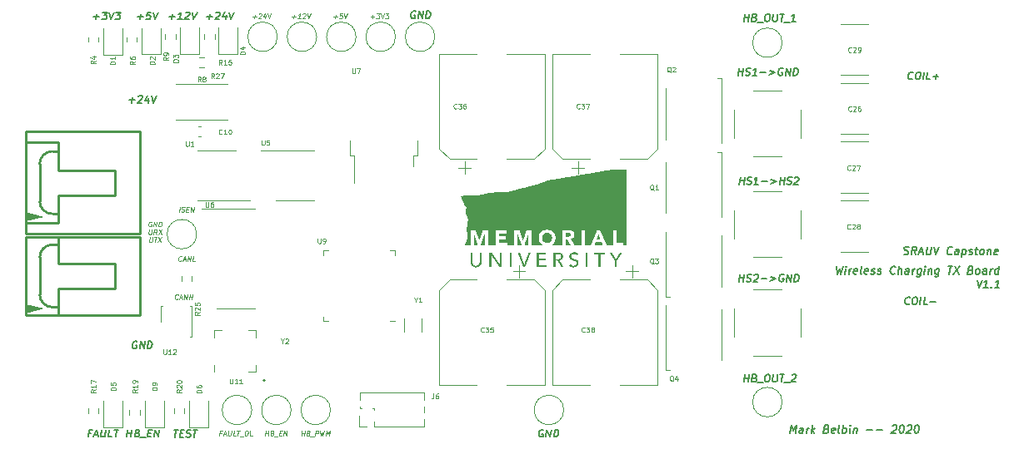
<source format=gbr>
%TF.GenerationSoftware,KiCad,Pcbnew,(5.1.9)-1*%
%TF.CreationDate,2021-05-24T23:59:08-02:30*%
%TF.ProjectId,WPT_TX,5750545f-5458-42e6-9b69-6361645f7063,rev?*%
%TF.SameCoordinates,Original*%
%TF.FileFunction,Legend,Top*%
%TF.FilePolarity,Positive*%
%FSLAX46Y46*%
G04 Gerber Fmt 4.6, Leading zero omitted, Abs format (unit mm)*
G04 Created by KiCad (PCBNEW (5.1.9)-1) date 2021-05-24 23:59:08*
%MOMM*%
%LPD*%
G01*
G04 APERTURE LIST*
%ADD10C,0.150000*%
%ADD11C,0.125000*%
%ADD12C,0.120000*%
%ADD13C,0.100000*%
%ADD14C,0.254000*%
G04 APERTURE END LIST*
D10*
X198798526Y-121161904D02*
X198965193Y-121961904D01*
X199331860Y-121161904D01*
X199917574Y-121961904D02*
X199460431Y-121961904D01*
X199689002Y-121961904D02*
X199789002Y-121161904D01*
X199698526Y-121276190D01*
X199612812Y-121352380D01*
X199531860Y-121390476D01*
X200269955Y-121885714D02*
X200303288Y-121923809D01*
X200260431Y-121961904D01*
X200227098Y-121923809D01*
X200269955Y-121885714D01*
X200260431Y-121961904D01*
X201060431Y-121961904D02*
X200603288Y-121961904D01*
X200831860Y-121961904D02*
X200931860Y-121161904D01*
X200841383Y-121276190D01*
X200755669Y-121352380D01*
X200674717Y-121390476D01*
D11*
X117568563Y-123078571D02*
X117541778Y-123102380D01*
X117467373Y-123126190D01*
X117419754Y-123126190D01*
X117351302Y-123102380D01*
X117309635Y-123054761D01*
X117291778Y-123007142D01*
X117279873Y-122911904D01*
X117288802Y-122840476D01*
X117324516Y-122745238D01*
X117354278Y-122697619D01*
X117407849Y-122650000D01*
X117482254Y-122626190D01*
X117529873Y-122626190D01*
X117598325Y-122650000D01*
X117619159Y-122673809D01*
X117770944Y-122983333D02*
X118009040Y-122983333D01*
X117705468Y-123126190D02*
X117934635Y-122626190D01*
X118038802Y-123126190D01*
X118205468Y-123126190D02*
X118267968Y-122626190D01*
X118491183Y-123126190D01*
X118553683Y-122626190D01*
X118729278Y-123126190D02*
X118791778Y-122626190D01*
X118762016Y-122864285D02*
X119047730Y-122864285D01*
X119014992Y-123126190D02*
X119077492Y-122626190D01*
X117928087Y-119178571D02*
X117901302Y-119202380D01*
X117826897Y-119226190D01*
X117779278Y-119226190D01*
X117710825Y-119202380D01*
X117669159Y-119154761D01*
X117651302Y-119107142D01*
X117639397Y-119011904D01*
X117648325Y-118940476D01*
X117684040Y-118845238D01*
X117713802Y-118797619D01*
X117767373Y-118750000D01*
X117841778Y-118726190D01*
X117889397Y-118726190D01*
X117957849Y-118750000D01*
X117978683Y-118773809D01*
X118130468Y-119083333D02*
X118368563Y-119083333D01*
X118064992Y-119226190D02*
X118294159Y-118726190D01*
X118398325Y-119226190D01*
X118564992Y-119226190D02*
X118627492Y-118726190D01*
X118850706Y-119226190D01*
X118913206Y-118726190D01*
X119326897Y-119226190D02*
X119088802Y-119226190D01*
X119151302Y-118726190D01*
X114737016Y-116826190D02*
X114686421Y-117230952D01*
X114704278Y-117278571D01*
X114725111Y-117302380D01*
X114769754Y-117326190D01*
X114864992Y-117326190D01*
X114915587Y-117302380D01*
X114942373Y-117278571D01*
X114972135Y-117230952D01*
X115022730Y-116826190D01*
X115189397Y-116826190D02*
X115475111Y-116826190D01*
X115269754Y-117326190D02*
X115332254Y-116826190D01*
X115594159Y-116826190D02*
X115864992Y-117326190D01*
X115927492Y-116826190D02*
X115531659Y-117326190D01*
X114677492Y-116026190D02*
X114626897Y-116430952D01*
X114644754Y-116478571D01*
X114665587Y-116502380D01*
X114710230Y-116526190D01*
X114805468Y-116526190D01*
X114856063Y-116502380D01*
X114882849Y-116478571D01*
X114912611Y-116430952D01*
X114963206Y-116026190D01*
X115424516Y-116526190D02*
X115287611Y-116288095D01*
X115138802Y-116526190D02*
X115201302Y-116026190D01*
X115391778Y-116026190D01*
X115436421Y-116050000D01*
X115457254Y-116073809D01*
X115475111Y-116121428D01*
X115466183Y-116192857D01*
X115436421Y-116240476D01*
X115409635Y-116264285D01*
X115359040Y-116288095D01*
X115168563Y-116288095D01*
X115653683Y-116026190D02*
X115924516Y-116526190D01*
X115987016Y-116026190D02*
X115591183Y-116526190D01*
X114924516Y-115250000D02*
X114879873Y-115226190D01*
X114808444Y-115226190D01*
X114734040Y-115250000D01*
X114680468Y-115297619D01*
X114650706Y-115345238D01*
X114614992Y-115440476D01*
X114606063Y-115511904D01*
X114617968Y-115607142D01*
X114635825Y-115654761D01*
X114677492Y-115702380D01*
X114745944Y-115726190D01*
X114793563Y-115726190D01*
X114867968Y-115702380D01*
X114894754Y-115678571D01*
X114915587Y-115511904D01*
X114820349Y-115511904D01*
X115103087Y-115726190D02*
X115165587Y-115226190D01*
X115388802Y-115726190D01*
X115451302Y-115226190D01*
X115626897Y-115726190D02*
X115689397Y-115226190D01*
X115808444Y-115226190D01*
X115876897Y-115250000D01*
X115918563Y-115297619D01*
X115936421Y-115345238D01*
X115948325Y-115440476D01*
X115939397Y-115511904D01*
X115903683Y-115607142D01*
X115873921Y-115654761D01*
X115820349Y-115702380D01*
X115745944Y-115726190D01*
X115626897Y-115726190D01*
D10*
X191341383Y-118523809D02*
X191450907Y-118561904D01*
X191641383Y-118561904D01*
X191722336Y-118523809D01*
X191765193Y-118485714D01*
X191812812Y-118409523D01*
X191822336Y-118333333D01*
X191793764Y-118257142D01*
X191760431Y-118219047D01*
X191689002Y-118180952D01*
X191541383Y-118142857D01*
X191469955Y-118104761D01*
X191436622Y-118066666D01*
X191408050Y-117990476D01*
X191417574Y-117914285D01*
X191465193Y-117838095D01*
X191508050Y-117800000D01*
X191589002Y-117761904D01*
X191779479Y-117761904D01*
X191889002Y-117800000D01*
X192593764Y-118561904D02*
X192374717Y-118180952D01*
X192136622Y-118561904D02*
X192236622Y-117761904D01*
X192541383Y-117761904D01*
X192612812Y-117800000D01*
X192646145Y-117838095D01*
X192674717Y-117914285D01*
X192660431Y-118028571D01*
X192612812Y-118104761D01*
X192569955Y-118142857D01*
X192489002Y-118180952D01*
X192184241Y-118180952D01*
X192927098Y-118333333D02*
X193308050Y-118333333D01*
X192822336Y-118561904D02*
X193189002Y-117761904D01*
X193355669Y-118561904D01*
X193722336Y-117761904D02*
X193641383Y-118409523D01*
X193669955Y-118485714D01*
X193703288Y-118523809D01*
X193774717Y-118561904D01*
X193927098Y-118561904D01*
X194008050Y-118523809D01*
X194050907Y-118485714D01*
X194098526Y-118409523D01*
X194179479Y-117761904D01*
X194446145Y-117761904D02*
X194612812Y-118561904D01*
X194979479Y-117761904D01*
X196222336Y-118485714D02*
X196179479Y-118523809D01*
X196060431Y-118561904D01*
X195984241Y-118561904D01*
X195874717Y-118523809D01*
X195808050Y-118447619D01*
X195779479Y-118371428D01*
X195760431Y-118219047D01*
X195774717Y-118104761D01*
X195831860Y-117952380D01*
X195879479Y-117876190D01*
X195965193Y-117800000D01*
X196084241Y-117761904D01*
X196160431Y-117761904D01*
X196269955Y-117800000D01*
X196303288Y-117838095D01*
X196898526Y-118561904D02*
X196950907Y-118142857D01*
X196922336Y-118066666D01*
X196850907Y-118028571D01*
X196698526Y-118028571D01*
X196617574Y-118066666D01*
X196903288Y-118523809D02*
X196822336Y-118561904D01*
X196631860Y-118561904D01*
X196560431Y-118523809D01*
X196531860Y-118447619D01*
X196541383Y-118371428D01*
X196589002Y-118295238D01*
X196669955Y-118257142D01*
X196860431Y-118257142D01*
X196941383Y-118219047D01*
X197346145Y-118028571D02*
X197246145Y-118828571D01*
X197341383Y-118066666D02*
X197422336Y-118028571D01*
X197574717Y-118028571D01*
X197646145Y-118066666D01*
X197679479Y-118104761D01*
X197708050Y-118180952D01*
X197679479Y-118409523D01*
X197631860Y-118485714D01*
X197589002Y-118523809D01*
X197508050Y-118561904D01*
X197355669Y-118561904D01*
X197284241Y-118523809D01*
X197969955Y-118523809D02*
X198041383Y-118561904D01*
X198193764Y-118561904D01*
X198274717Y-118523809D01*
X198322336Y-118447619D01*
X198327098Y-118409523D01*
X198298526Y-118333333D01*
X198227098Y-118295238D01*
X198112812Y-118295238D01*
X198041383Y-118257142D01*
X198012812Y-118180952D01*
X198017574Y-118142857D01*
X198065193Y-118066666D01*
X198146145Y-118028571D01*
X198260431Y-118028571D01*
X198331860Y-118066666D01*
X198603288Y-118028571D02*
X198908050Y-118028571D01*
X198750907Y-117761904D02*
X198665193Y-118447619D01*
X198693764Y-118523809D01*
X198765193Y-118561904D01*
X198841383Y-118561904D01*
X199222336Y-118561904D02*
X199150907Y-118523809D01*
X199117574Y-118485714D01*
X199089002Y-118409523D01*
X199117574Y-118180952D01*
X199165193Y-118104761D01*
X199208050Y-118066666D01*
X199289002Y-118028571D01*
X199403288Y-118028571D01*
X199474717Y-118066666D01*
X199508050Y-118104761D01*
X199536622Y-118180952D01*
X199508050Y-118409523D01*
X199460431Y-118485714D01*
X199417574Y-118523809D01*
X199336622Y-118561904D01*
X199222336Y-118561904D01*
X199898526Y-118028571D02*
X199831860Y-118561904D01*
X199889002Y-118104761D02*
X199931860Y-118066666D01*
X200012812Y-118028571D01*
X200127098Y-118028571D01*
X200198526Y-118066666D01*
X200227098Y-118142857D01*
X200174717Y-118561904D01*
X200865193Y-118523809D02*
X200784241Y-118561904D01*
X200631860Y-118561904D01*
X200560431Y-118523809D01*
X200531860Y-118447619D01*
X200569955Y-118142857D01*
X200617574Y-118066666D01*
X200698526Y-118028571D01*
X200850907Y-118028571D01*
X200922336Y-118066666D01*
X200950907Y-118142857D01*
X200941383Y-118219047D01*
X200550907Y-118295238D01*
X184512812Y-119761904D02*
X184603288Y-120561904D01*
X184827098Y-119990476D01*
X184908050Y-120561904D01*
X185198526Y-119761904D01*
X185403288Y-120561904D02*
X185469955Y-120028571D01*
X185503288Y-119761904D02*
X185460431Y-119800000D01*
X185493764Y-119838095D01*
X185536622Y-119800000D01*
X185503288Y-119761904D01*
X185493764Y-119838095D01*
X185784241Y-120561904D02*
X185850907Y-120028571D01*
X185831860Y-120180952D02*
X185879479Y-120104761D01*
X185922336Y-120066666D01*
X186003288Y-120028571D01*
X186079479Y-120028571D01*
X186589002Y-120523809D02*
X186508050Y-120561904D01*
X186355669Y-120561904D01*
X186284241Y-120523809D01*
X186255669Y-120447619D01*
X186293764Y-120142857D01*
X186341383Y-120066666D01*
X186422336Y-120028571D01*
X186574717Y-120028571D01*
X186646145Y-120066666D01*
X186674717Y-120142857D01*
X186665193Y-120219047D01*
X186274717Y-120295238D01*
X187079479Y-120561904D02*
X187008050Y-120523809D01*
X186979479Y-120447619D01*
X187065193Y-119761904D01*
X187693764Y-120523809D02*
X187612812Y-120561904D01*
X187460431Y-120561904D01*
X187389002Y-120523809D01*
X187360431Y-120447619D01*
X187398526Y-120142857D01*
X187446145Y-120066666D01*
X187527098Y-120028571D01*
X187679479Y-120028571D01*
X187750907Y-120066666D01*
X187779479Y-120142857D01*
X187769955Y-120219047D01*
X187379479Y-120295238D01*
X188036622Y-120523809D02*
X188108050Y-120561904D01*
X188260431Y-120561904D01*
X188341383Y-120523809D01*
X188389002Y-120447619D01*
X188393764Y-120409523D01*
X188365193Y-120333333D01*
X188293764Y-120295238D01*
X188179479Y-120295238D01*
X188108050Y-120257142D01*
X188079479Y-120180952D01*
X188084241Y-120142857D01*
X188131860Y-120066666D01*
X188212812Y-120028571D01*
X188327098Y-120028571D01*
X188398526Y-120066666D01*
X188684241Y-120523809D02*
X188755669Y-120561904D01*
X188908050Y-120561904D01*
X188989002Y-120523809D01*
X189036622Y-120447619D01*
X189041383Y-120409523D01*
X189012812Y-120333333D01*
X188941383Y-120295238D01*
X188827098Y-120295238D01*
X188755669Y-120257142D01*
X188727098Y-120180952D01*
X188731860Y-120142857D01*
X188779479Y-120066666D01*
X188860431Y-120028571D01*
X188974717Y-120028571D01*
X189046145Y-120066666D01*
X190441383Y-120485714D02*
X190398526Y-120523809D01*
X190279479Y-120561904D01*
X190203288Y-120561904D01*
X190093764Y-120523809D01*
X190027098Y-120447619D01*
X189998526Y-120371428D01*
X189979479Y-120219047D01*
X189993764Y-120104761D01*
X190050907Y-119952380D01*
X190098526Y-119876190D01*
X190184241Y-119800000D01*
X190303288Y-119761904D01*
X190379479Y-119761904D01*
X190489002Y-119800000D01*
X190522336Y-119838095D01*
X190774717Y-120561904D02*
X190874717Y-119761904D01*
X191117574Y-120561904D02*
X191169955Y-120142857D01*
X191141383Y-120066666D01*
X191069955Y-120028571D01*
X190955669Y-120028571D01*
X190874717Y-120066666D01*
X190831860Y-120104761D01*
X191841383Y-120561904D02*
X191893764Y-120142857D01*
X191865193Y-120066666D01*
X191793764Y-120028571D01*
X191641383Y-120028571D01*
X191560431Y-120066666D01*
X191846145Y-120523809D02*
X191765193Y-120561904D01*
X191574717Y-120561904D01*
X191503288Y-120523809D01*
X191474717Y-120447619D01*
X191484241Y-120371428D01*
X191531860Y-120295238D01*
X191612812Y-120257142D01*
X191803288Y-120257142D01*
X191884241Y-120219047D01*
X192222336Y-120561904D02*
X192289002Y-120028571D01*
X192269955Y-120180952D02*
X192317574Y-120104761D01*
X192360431Y-120066666D01*
X192441383Y-120028571D01*
X192517574Y-120028571D01*
X193127098Y-120028571D02*
X193046145Y-120676190D01*
X192998526Y-120752380D01*
X192955669Y-120790476D01*
X192874717Y-120828571D01*
X192760431Y-120828571D01*
X192689002Y-120790476D01*
X193065193Y-120523809D02*
X192984241Y-120561904D01*
X192831860Y-120561904D01*
X192760431Y-120523809D01*
X192727098Y-120485714D01*
X192698526Y-120409523D01*
X192727098Y-120180952D01*
X192774717Y-120104761D01*
X192817574Y-120066666D01*
X192898526Y-120028571D01*
X193050907Y-120028571D01*
X193122336Y-120066666D01*
X193441383Y-120561904D02*
X193508050Y-120028571D01*
X193541383Y-119761904D02*
X193498526Y-119800000D01*
X193531860Y-119838095D01*
X193574717Y-119800000D01*
X193541383Y-119761904D01*
X193531860Y-119838095D01*
X193889002Y-120028571D02*
X193822336Y-120561904D01*
X193879479Y-120104761D02*
X193922336Y-120066666D01*
X194003288Y-120028571D01*
X194117574Y-120028571D01*
X194189002Y-120066666D01*
X194217574Y-120142857D01*
X194165193Y-120561904D01*
X194955669Y-120028571D02*
X194874717Y-120676190D01*
X194827098Y-120752380D01*
X194784241Y-120790476D01*
X194703288Y-120828571D01*
X194589002Y-120828571D01*
X194517574Y-120790476D01*
X194893764Y-120523809D02*
X194812812Y-120561904D01*
X194660431Y-120561904D01*
X194589002Y-120523809D01*
X194555669Y-120485714D01*
X194527098Y-120409523D01*
X194555669Y-120180952D01*
X194603288Y-120104761D01*
X194646145Y-120066666D01*
X194727098Y-120028571D01*
X194879479Y-120028571D01*
X194950907Y-120066666D01*
X195865193Y-119761904D02*
X196322336Y-119761904D01*
X195993764Y-120561904D02*
X196093764Y-119761904D01*
X196512812Y-119761904D02*
X196946145Y-120561904D01*
X197046145Y-119761904D02*
X196412812Y-120561904D01*
X198179479Y-120142857D02*
X198289002Y-120180952D01*
X198322336Y-120219047D01*
X198350907Y-120295238D01*
X198336622Y-120409523D01*
X198289002Y-120485714D01*
X198246145Y-120523809D01*
X198165193Y-120561904D01*
X197860431Y-120561904D01*
X197960431Y-119761904D01*
X198227098Y-119761904D01*
X198298526Y-119800000D01*
X198331860Y-119838095D01*
X198360431Y-119914285D01*
X198350907Y-119990476D01*
X198303288Y-120066666D01*
X198260431Y-120104761D01*
X198179479Y-120142857D01*
X197912812Y-120142857D01*
X198774717Y-120561904D02*
X198703288Y-120523809D01*
X198669955Y-120485714D01*
X198641383Y-120409523D01*
X198669955Y-120180952D01*
X198717574Y-120104761D01*
X198760431Y-120066666D01*
X198841383Y-120028571D01*
X198955669Y-120028571D01*
X199027098Y-120066666D01*
X199060431Y-120104761D01*
X199089002Y-120180952D01*
X199060431Y-120409523D01*
X199012812Y-120485714D01*
X198969955Y-120523809D01*
X198889002Y-120561904D01*
X198774717Y-120561904D01*
X199727098Y-120561904D02*
X199779479Y-120142857D01*
X199750907Y-120066666D01*
X199679479Y-120028571D01*
X199527098Y-120028571D01*
X199446145Y-120066666D01*
X199731860Y-120523809D02*
X199650907Y-120561904D01*
X199460431Y-120561904D01*
X199389002Y-120523809D01*
X199360431Y-120447619D01*
X199369955Y-120371428D01*
X199417574Y-120295238D01*
X199498526Y-120257142D01*
X199689002Y-120257142D01*
X199769955Y-120219047D01*
X200108050Y-120561904D02*
X200174717Y-120028571D01*
X200155669Y-120180952D02*
X200203288Y-120104761D01*
X200246145Y-120066666D01*
X200327098Y-120028571D01*
X200403288Y-120028571D01*
X200946145Y-120561904D02*
X201046145Y-119761904D01*
X200950907Y-120523809D02*
X200869955Y-120561904D01*
X200717574Y-120561904D01*
X200646145Y-120523809D01*
X200612812Y-120485714D01*
X200584241Y-120409523D01*
X200612812Y-120180952D01*
X200660431Y-120104761D01*
X200703288Y-120066666D01*
X200784241Y-120028571D01*
X200936622Y-120028571D01*
X201008050Y-120066666D01*
X179822336Y-136761904D02*
X179922336Y-135961904D01*
X180117574Y-136533333D01*
X180455669Y-135961904D01*
X180355669Y-136761904D01*
X181079479Y-136761904D02*
X181131860Y-136342857D01*
X181103288Y-136266666D01*
X181031860Y-136228571D01*
X180879479Y-136228571D01*
X180798526Y-136266666D01*
X181084241Y-136723809D02*
X181003288Y-136761904D01*
X180812812Y-136761904D01*
X180741383Y-136723809D01*
X180712812Y-136647619D01*
X180722336Y-136571428D01*
X180769955Y-136495238D01*
X180850907Y-136457142D01*
X181041383Y-136457142D01*
X181122336Y-136419047D01*
X181460431Y-136761904D02*
X181527098Y-136228571D01*
X181508050Y-136380952D02*
X181555669Y-136304761D01*
X181598526Y-136266666D01*
X181679479Y-136228571D01*
X181755669Y-136228571D01*
X181955669Y-136761904D02*
X182055669Y-135961904D01*
X182069955Y-136457142D02*
X182260431Y-136761904D01*
X182327098Y-136228571D02*
X181984241Y-136533333D01*
X183531860Y-136342857D02*
X183641383Y-136380952D01*
X183674717Y-136419047D01*
X183703288Y-136495238D01*
X183689002Y-136609523D01*
X183641383Y-136685714D01*
X183598526Y-136723809D01*
X183517574Y-136761904D01*
X183212812Y-136761904D01*
X183312812Y-135961904D01*
X183579479Y-135961904D01*
X183650907Y-136000000D01*
X183684241Y-136038095D01*
X183712812Y-136114285D01*
X183703288Y-136190476D01*
X183655669Y-136266666D01*
X183612812Y-136304761D01*
X183531860Y-136342857D01*
X183265193Y-136342857D01*
X184322336Y-136723809D02*
X184241383Y-136761904D01*
X184089002Y-136761904D01*
X184017574Y-136723809D01*
X183989002Y-136647619D01*
X184027098Y-136342857D01*
X184074717Y-136266666D01*
X184155669Y-136228571D01*
X184308050Y-136228571D01*
X184379479Y-136266666D01*
X184408050Y-136342857D01*
X184398526Y-136419047D01*
X184008050Y-136495238D01*
X184812812Y-136761904D02*
X184741383Y-136723809D01*
X184712812Y-136647619D01*
X184798526Y-135961904D01*
X185117574Y-136761904D02*
X185217574Y-135961904D01*
X185179479Y-136266666D02*
X185260431Y-136228571D01*
X185412812Y-136228571D01*
X185484241Y-136266666D01*
X185517574Y-136304761D01*
X185546145Y-136380952D01*
X185517574Y-136609523D01*
X185469955Y-136685714D01*
X185427098Y-136723809D01*
X185346145Y-136761904D01*
X185193764Y-136761904D01*
X185122336Y-136723809D01*
X185841383Y-136761904D02*
X185908050Y-136228571D01*
X185941383Y-135961904D02*
X185898526Y-136000000D01*
X185931860Y-136038095D01*
X185974717Y-136000000D01*
X185941383Y-135961904D01*
X185931860Y-136038095D01*
X186289002Y-136228571D02*
X186222336Y-136761904D01*
X186279479Y-136304761D02*
X186322336Y-136266666D01*
X186403288Y-136228571D01*
X186517574Y-136228571D01*
X186589002Y-136266666D01*
X186617574Y-136342857D01*
X186565193Y-136761904D01*
X187593764Y-136457142D02*
X188203288Y-136457142D01*
X188584241Y-136457142D02*
X189193764Y-136457142D01*
X190198526Y-136038095D02*
X190241383Y-136000000D01*
X190322336Y-135961904D01*
X190512812Y-135961904D01*
X190584241Y-136000000D01*
X190617574Y-136038095D01*
X190646145Y-136114285D01*
X190636622Y-136190476D01*
X190584241Y-136304761D01*
X190069955Y-136761904D01*
X190565193Y-136761904D01*
X191160431Y-135961904D02*
X191236622Y-135961904D01*
X191308050Y-136000000D01*
X191341383Y-136038095D01*
X191369955Y-136114285D01*
X191389002Y-136266666D01*
X191365193Y-136457142D01*
X191308050Y-136609523D01*
X191260431Y-136685714D01*
X191217574Y-136723809D01*
X191136622Y-136761904D01*
X191060431Y-136761904D01*
X190989002Y-136723809D01*
X190955669Y-136685714D01*
X190927098Y-136609523D01*
X190908050Y-136457142D01*
X190931860Y-136266666D01*
X190989002Y-136114285D01*
X191036622Y-136038095D01*
X191079479Y-136000000D01*
X191160431Y-135961904D01*
X191722336Y-136038095D02*
X191765193Y-136000000D01*
X191846145Y-135961904D01*
X192036622Y-135961904D01*
X192108050Y-136000000D01*
X192141383Y-136038095D01*
X192169955Y-136114285D01*
X192160431Y-136190476D01*
X192108050Y-136304761D01*
X191593764Y-136761904D01*
X192089002Y-136761904D01*
X192684241Y-135961904D02*
X192760431Y-135961904D01*
X192831860Y-136000000D01*
X192865193Y-136038095D01*
X192893764Y-136114285D01*
X192912812Y-136266666D01*
X192889002Y-136457142D01*
X192831860Y-136609523D01*
X192784241Y-136685714D01*
X192741383Y-136723809D01*
X192660431Y-136761904D01*
X192584241Y-136761904D01*
X192512812Y-136723809D01*
X192479479Y-136685714D01*
X192450907Y-136609523D01*
X192431860Y-136457142D01*
X192455669Y-136266666D01*
X192512812Y-136114285D01*
X192560431Y-136038095D01*
X192603288Y-136000000D01*
X192684241Y-135961904D01*
X174621964Y-121339285D02*
X174715714Y-120589285D01*
X174671071Y-120946428D02*
X175099642Y-120946428D01*
X175050535Y-121339285D02*
X175144285Y-120589285D01*
X175376428Y-121303571D02*
X175479107Y-121339285D01*
X175657678Y-121339285D01*
X175733571Y-121303571D01*
X175773750Y-121267857D01*
X175818392Y-121196428D01*
X175827321Y-121125000D01*
X175800535Y-121053571D01*
X175769285Y-121017857D01*
X175702321Y-120982142D01*
X175563928Y-120946428D01*
X175496964Y-120910714D01*
X175465714Y-120875000D01*
X175438928Y-120803571D01*
X175447857Y-120732142D01*
X175492500Y-120660714D01*
X175532678Y-120625000D01*
X175608571Y-120589285D01*
X175787142Y-120589285D01*
X175889821Y-120625000D01*
X176171071Y-120660714D02*
X176211250Y-120625000D01*
X176287142Y-120589285D01*
X176465714Y-120589285D01*
X176532678Y-120625000D01*
X176563928Y-120660714D01*
X176590714Y-120732142D01*
X176581785Y-120803571D01*
X176532678Y-120910714D01*
X176050535Y-121339285D01*
X176514821Y-121339285D01*
X176871964Y-121053571D02*
X177443392Y-121053571D01*
X177827321Y-120839285D02*
X178371964Y-121053571D01*
X177773750Y-121267857D01*
X179175535Y-120625000D02*
X179108571Y-120589285D01*
X179001428Y-120589285D01*
X178889821Y-120625000D01*
X178809464Y-120696428D01*
X178764821Y-120767857D01*
X178711250Y-120910714D01*
X178697857Y-121017857D01*
X178715714Y-121160714D01*
X178742500Y-121232142D01*
X178805000Y-121303571D01*
X178907678Y-121339285D01*
X178979107Y-121339285D01*
X179090714Y-121303571D01*
X179130892Y-121267857D01*
X179162142Y-121017857D01*
X179019285Y-121017857D01*
X179443392Y-121339285D02*
X179537142Y-120589285D01*
X179871964Y-121339285D01*
X179965714Y-120589285D01*
X180229107Y-121339285D02*
X180322857Y-120589285D01*
X180501428Y-120589285D01*
X180604107Y-120625000D01*
X180666607Y-120696428D01*
X180693392Y-120767857D01*
X180711250Y-120910714D01*
X180697857Y-121017857D01*
X180644285Y-121160714D01*
X180599642Y-121232142D01*
X180519285Y-121303571D01*
X180407678Y-121339285D01*
X180229107Y-121339285D01*
X174657678Y-111439285D02*
X174751428Y-110689285D01*
X174706785Y-111046428D02*
X175135357Y-111046428D01*
X175086250Y-111439285D02*
X175180000Y-110689285D01*
X175412142Y-111403571D02*
X175514821Y-111439285D01*
X175693392Y-111439285D01*
X175769285Y-111403571D01*
X175809464Y-111367857D01*
X175854107Y-111296428D01*
X175863035Y-111225000D01*
X175836250Y-111153571D01*
X175805000Y-111117857D01*
X175738035Y-111082142D01*
X175599642Y-111046428D01*
X175532678Y-111010714D01*
X175501428Y-110975000D01*
X175474642Y-110903571D01*
X175483571Y-110832142D01*
X175528214Y-110760714D01*
X175568392Y-110725000D01*
X175644285Y-110689285D01*
X175822857Y-110689285D01*
X175925535Y-110725000D01*
X176550535Y-111439285D02*
X176121964Y-111439285D01*
X176336250Y-111439285D02*
X176430000Y-110689285D01*
X176345178Y-110796428D01*
X176264821Y-110867857D01*
X176188928Y-110903571D01*
X176907678Y-111153571D02*
X177479107Y-111153571D01*
X177863035Y-110939285D02*
X178407678Y-111153571D01*
X177809464Y-111367857D01*
X178729107Y-111439285D02*
X178822857Y-110689285D01*
X178778214Y-111046428D02*
X179206785Y-111046428D01*
X179157678Y-111439285D02*
X179251428Y-110689285D01*
X179483571Y-111403571D02*
X179586250Y-111439285D01*
X179764821Y-111439285D01*
X179840714Y-111403571D01*
X179880892Y-111367857D01*
X179925535Y-111296428D01*
X179934464Y-111225000D01*
X179907678Y-111153571D01*
X179876428Y-111117857D01*
X179809464Y-111082142D01*
X179671071Y-111046428D01*
X179604107Y-111010714D01*
X179572857Y-110975000D01*
X179546071Y-110903571D01*
X179555000Y-110832142D01*
X179599642Y-110760714D01*
X179639821Y-110725000D01*
X179715714Y-110689285D01*
X179894285Y-110689285D01*
X179996964Y-110725000D01*
X180278214Y-110760714D02*
X180318392Y-110725000D01*
X180394285Y-110689285D01*
X180572857Y-110689285D01*
X180639821Y-110725000D01*
X180671071Y-110760714D01*
X180697857Y-110832142D01*
X180688928Y-110903571D01*
X180639821Y-111010714D01*
X180157678Y-111439285D01*
X180621964Y-111439285D01*
X174521964Y-100339285D02*
X174615714Y-99589285D01*
X174571071Y-99946428D02*
X174999642Y-99946428D01*
X174950535Y-100339285D02*
X175044285Y-99589285D01*
X175276428Y-100303571D02*
X175379107Y-100339285D01*
X175557678Y-100339285D01*
X175633571Y-100303571D01*
X175673750Y-100267857D01*
X175718392Y-100196428D01*
X175727321Y-100125000D01*
X175700535Y-100053571D01*
X175669285Y-100017857D01*
X175602321Y-99982142D01*
X175463928Y-99946428D01*
X175396964Y-99910714D01*
X175365714Y-99875000D01*
X175338928Y-99803571D01*
X175347857Y-99732142D01*
X175392500Y-99660714D01*
X175432678Y-99625000D01*
X175508571Y-99589285D01*
X175687142Y-99589285D01*
X175789821Y-99625000D01*
X176414821Y-100339285D02*
X175986250Y-100339285D01*
X176200535Y-100339285D02*
X176294285Y-99589285D01*
X176209464Y-99696428D01*
X176129107Y-99767857D01*
X176053214Y-99803571D01*
X176771964Y-100053571D02*
X177343392Y-100053571D01*
X177727321Y-99839285D02*
X178271964Y-100053571D01*
X177673750Y-100267857D01*
X179075535Y-99625000D02*
X179008571Y-99589285D01*
X178901428Y-99589285D01*
X178789821Y-99625000D01*
X178709464Y-99696428D01*
X178664821Y-99767857D01*
X178611250Y-99910714D01*
X178597857Y-100017857D01*
X178615714Y-100160714D01*
X178642500Y-100232142D01*
X178705000Y-100303571D01*
X178807678Y-100339285D01*
X178879107Y-100339285D01*
X178990714Y-100303571D01*
X179030892Y-100267857D01*
X179062142Y-100017857D01*
X178919285Y-100017857D01*
X179343392Y-100339285D02*
X179437142Y-99589285D01*
X179771964Y-100339285D01*
X179865714Y-99589285D01*
X180129107Y-100339285D02*
X180222857Y-99589285D01*
X180401428Y-99589285D01*
X180504107Y-99625000D01*
X180566607Y-99696428D01*
X180593392Y-99767857D01*
X180611250Y-99910714D01*
X180597857Y-100017857D01*
X180544285Y-100160714D01*
X180499642Y-100232142D01*
X180419285Y-100303571D01*
X180307678Y-100339285D01*
X180129107Y-100339285D01*
X191923750Y-123567857D02*
X191883571Y-123603571D01*
X191771964Y-123639285D01*
X191700535Y-123639285D01*
X191597857Y-123603571D01*
X191535357Y-123532142D01*
X191508571Y-123460714D01*
X191490714Y-123317857D01*
X191504107Y-123210714D01*
X191557678Y-123067857D01*
X191602321Y-122996428D01*
X191682678Y-122925000D01*
X191794285Y-122889285D01*
X191865714Y-122889285D01*
X191968392Y-122925000D01*
X191999642Y-122960714D01*
X192472857Y-122889285D02*
X192615714Y-122889285D01*
X192682678Y-122925000D01*
X192745178Y-122996428D01*
X192763035Y-123139285D01*
X192731785Y-123389285D01*
X192678214Y-123532142D01*
X192597857Y-123603571D01*
X192521964Y-123639285D01*
X192379107Y-123639285D01*
X192312142Y-123603571D01*
X192249642Y-123532142D01*
X192231785Y-123389285D01*
X192263035Y-123139285D01*
X192316607Y-122996428D01*
X192396964Y-122925000D01*
X192472857Y-122889285D01*
X193021964Y-123639285D02*
X193115714Y-122889285D01*
X193736250Y-123639285D02*
X193379107Y-123639285D01*
X193472857Y-122889285D01*
X194021964Y-123353571D02*
X194593392Y-123353571D01*
X192223750Y-100667857D02*
X192183571Y-100703571D01*
X192071964Y-100739285D01*
X192000535Y-100739285D01*
X191897857Y-100703571D01*
X191835357Y-100632142D01*
X191808571Y-100560714D01*
X191790714Y-100417857D01*
X191804107Y-100310714D01*
X191857678Y-100167857D01*
X191902321Y-100096428D01*
X191982678Y-100025000D01*
X192094285Y-99989285D01*
X192165714Y-99989285D01*
X192268392Y-100025000D01*
X192299642Y-100060714D01*
X192772857Y-99989285D02*
X192915714Y-99989285D01*
X192982678Y-100025000D01*
X193045178Y-100096428D01*
X193063035Y-100239285D01*
X193031785Y-100489285D01*
X192978214Y-100632142D01*
X192897857Y-100703571D01*
X192821964Y-100739285D01*
X192679107Y-100739285D01*
X192612142Y-100703571D01*
X192549642Y-100632142D01*
X192531785Y-100489285D01*
X192563035Y-100239285D01*
X192616607Y-100096428D01*
X192696964Y-100025000D01*
X192772857Y-99989285D01*
X193321964Y-100739285D02*
X193415714Y-99989285D01*
X194036250Y-100739285D02*
X193679107Y-100739285D01*
X193772857Y-99989285D01*
X194321964Y-100453571D02*
X194893392Y-100453571D01*
X194571964Y-100739285D02*
X194643392Y-100167857D01*
X112636250Y-102853571D02*
X113207678Y-102853571D01*
X112886250Y-103139285D02*
X112957678Y-102567857D01*
X113578214Y-102460714D02*
X113618392Y-102425000D01*
X113694285Y-102389285D01*
X113872857Y-102389285D01*
X113939821Y-102425000D01*
X113971071Y-102460714D01*
X113997857Y-102532142D01*
X113988928Y-102603571D01*
X113939821Y-102710714D01*
X113457678Y-103139285D01*
X113921964Y-103139285D01*
X114627321Y-102639285D02*
X114564821Y-103139285D01*
X114484464Y-102353571D02*
X114238928Y-102889285D01*
X114703214Y-102889285D01*
X114944285Y-102389285D02*
X115100535Y-103139285D01*
X115444285Y-102389285D01*
X113439821Y-127425000D02*
X113372857Y-127389285D01*
X113265714Y-127389285D01*
X113154107Y-127425000D01*
X113073750Y-127496428D01*
X113029107Y-127567857D01*
X112975535Y-127710714D01*
X112962142Y-127817857D01*
X112980000Y-127960714D01*
X113006785Y-128032142D01*
X113069285Y-128103571D01*
X113171964Y-128139285D01*
X113243392Y-128139285D01*
X113355000Y-128103571D01*
X113395178Y-128067857D01*
X113426428Y-127817857D01*
X113283571Y-127817857D01*
X113707678Y-128139285D02*
X113801428Y-127389285D01*
X114136250Y-128139285D01*
X114230000Y-127389285D01*
X114493392Y-128139285D02*
X114587142Y-127389285D01*
X114765714Y-127389285D01*
X114868392Y-127425000D01*
X114930892Y-127496428D01*
X114957678Y-127567857D01*
X114975535Y-127710714D01*
X114962142Y-127817857D01*
X114908571Y-127960714D01*
X114863928Y-128032142D01*
X114783571Y-128103571D01*
X114671964Y-128139285D01*
X114493392Y-128139285D01*
X109036250Y-94353571D02*
X109607678Y-94353571D01*
X109286250Y-94639285D02*
X109357678Y-94067857D01*
X109951428Y-93889285D02*
X110415714Y-93889285D01*
X110130000Y-94175000D01*
X110237142Y-94175000D01*
X110304107Y-94210714D01*
X110335357Y-94246428D01*
X110362142Y-94317857D01*
X110339821Y-94496428D01*
X110295178Y-94567857D01*
X110255000Y-94603571D01*
X110179107Y-94639285D01*
X109964821Y-94639285D01*
X109897857Y-94603571D01*
X109866607Y-94567857D01*
X110630000Y-93889285D02*
X110786250Y-94639285D01*
X111130000Y-93889285D01*
X111308571Y-93889285D02*
X111772857Y-93889285D01*
X111487142Y-94175000D01*
X111594285Y-94175000D01*
X111661250Y-94210714D01*
X111692500Y-94246428D01*
X111719285Y-94317857D01*
X111696964Y-94496428D01*
X111652321Y-94567857D01*
X111612142Y-94603571D01*
X111536250Y-94639285D01*
X111321964Y-94639285D01*
X111255000Y-94603571D01*
X111223750Y-94567857D01*
X113493392Y-94353571D02*
X114064821Y-94353571D01*
X113743392Y-94639285D02*
X113814821Y-94067857D01*
X114837142Y-93889285D02*
X114480000Y-93889285D01*
X114399642Y-94246428D01*
X114439821Y-94210714D01*
X114515714Y-94175000D01*
X114694285Y-94175000D01*
X114761250Y-94210714D01*
X114792500Y-94246428D01*
X114819285Y-94317857D01*
X114796964Y-94496428D01*
X114752321Y-94567857D01*
X114712142Y-94603571D01*
X114636250Y-94639285D01*
X114457678Y-94639285D01*
X114390714Y-94603571D01*
X114359464Y-94567857D01*
X115087142Y-93889285D02*
X115243392Y-94639285D01*
X115587142Y-93889285D01*
X116736250Y-94353571D02*
X117307678Y-94353571D01*
X116986250Y-94639285D02*
X117057678Y-94067857D01*
X118021964Y-94639285D02*
X117593392Y-94639285D01*
X117807678Y-94639285D02*
X117901428Y-93889285D01*
X117816607Y-93996428D01*
X117736250Y-94067857D01*
X117660357Y-94103571D01*
X118392500Y-93960714D02*
X118432678Y-93925000D01*
X118508571Y-93889285D01*
X118687142Y-93889285D01*
X118754107Y-93925000D01*
X118785357Y-93960714D01*
X118812142Y-94032142D01*
X118803214Y-94103571D01*
X118754107Y-94210714D01*
X118271964Y-94639285D01*
X118736250Y-94639285D01*
X119044285Y-93889285D02*
X119200535Y-94639285D01*
X119544285Y-93889285D01*
X120536250Y-94353571D02*
X121107678Y-94353571D01*
X120786250Y-94639285D02*
X120857678Y-94067857D01*
X121478214Y-93960714D02*
X121518392Y-93925000D01*
X121594285Y-93889285D01*
X121772857Y-93889285D01*
X121839821Y-93925000D01*
X121871071Y-93960714D01*
X121897857Y-94032142D01*
X121888928Y-94103571D01*
X121839821Y-94210714D01*
X121357678Y-94639285D01*
X121821964Y-94639285D01*
X122527321Y-94139285D02*
X122464821Y-94639285D01*
X122384464Y-93853571D02*
X122138928Y-94389285D01*
X122603214Y-94389285D01*
X122844285Y-93889285D02*
X123000535Y-94639285D01*
X123344285Y-93889285D01*
X175132678Y-94839285D02*
X175226428Y-94089285D01*
X175181785Y-94446428D02*
X175610357Y-94446428D01*
X175561250Y-94839285D02*
X175655000Y-94089285D01*
X176217500Y-94446428D02*
X176320178Y-94482142D01*
X176351428Y-94517857D01*
X176378214Y-94589285D01*
X176364821Y-94696428D01*
X176320178Y-94767857D01*
X176280000Y-94803571D01*
X176204107Y-94839285D01*
X175918392Y-94839285D01*
X176012142Y-94089285D01*
X176262142Y-94089285D01*
X176329107Y-94125000D01*
X176360357Y-94160714D01*
X176387142Y-94232142D01*
X176378214Y-94303571D01*
X176333571Y-94375000D01*
X176293392Y-94410714D01*
X176217500Y-94446428D01*
X175967500Y-94446428D01*
X176480892Y-94910714D02*
X177052321Y-94910714D01*
X177476428Y-94089285D02*
X177619285Y-94089285D01*
X177686250Y-94125000D01*
X177748750Y-94196428D01*
X177766607Y-94339285D01*
X177735357Y-94589285D01*
X177681785Y-94732142D01*
X177601428Y-94803571D01*
X177525535Y-94839285D01*
X177382678Y-94839285D01*
X177315714Y-94803571D01*
X177253214Y-94732142D01*
X177235357Y-94589285D01*
X177266607Y-94339285D01*
X177320178Y-94196428D01*
X177400535Y-94125000D01*
X177476428Y-94089285D01*
X178119285Y-94089285D02*
X178043392Y-94696428D01*
X178070178Y-94767857D01*
X178101428Y-94803571D01*
X178168392Y-94839285D01*
X178311250Y-94839285D01*
X178387142Y-94803571D01*
X178427321Y-94767857D01*
X178471964Y-94696428D01*
X178547857Y-94089285D01*
X178797857Y-94089285D02*
X179226428Y-94089285D01*
X178918392Y-94839285D02*
X179012142Y-94089285D01*
X179195178Y-94910714D02*
X179766607Y-94910714D01*
X180346964Y-94839285D02*
X179918392Y-94839285D01*
X180132678Y-94839285D02*
X180226428Y-94089285D01*
X180141607Y-94196428D01*
X180061250Y-94267857D01*
X179985357Y-94303571D01*
X175132678Y-131539285D02*
X175226428Y-130789285D01*
X175181785Y-131146428D02*
X175610357Y-131146428D01*
X175561250Y-131539285D02*
X175655000Y-130789285D01*
X176217500Y-131146428D02*
X176320178Y-131182142D01*
X176351428Y-131217857D01*
X176378214Y-131289285D01*
X176364821Y-131396428D01*
X176320178Y-131467857D01*
X176280000Y-131503571D01*
X176204107Y-131539285D01*
X175918392Y-131539285D01*
X176012142Y-130789285D01*
X176262142Y-130789285D01*
X176329107Y-130825000D01*
X176360357Y-130860714D01*
X176387142Y-130932142D01*
X176378214Y-131003571D01*
X176333571Y-131075000D01*
X176293392Y-131110714D01*
X176217500Y-131146428D01*
X175967500Y-131146428D01*
X176480892Y-131610714D02*
X177052321Y-131610714D01*
X177476428Y-130789285D02*
X177619285Y-130789285D01*
X177686250Y-130825000D01*
X177748750Y-130896428D01*
X177766607Y-131039285D01*
X177735357Y-131289285D01*
X177681785Y-131432142D01*
X177601428Y-131503571D01*
X177525535Y-131539285D01*
X177382678Y-131539285D01*
X177315714Y-131503571D01*
X177253214Y-131432142D01*
X177235357Y-131289285D01*
X177266607Y-131039285D01*
X177320178Y-130896428D01*
X177400535Y-130825000D01*
X177476428Y-130789285D01*
X178119285Y-130789285D02*
X178043392Y-131396428D01*
X178070178Y-131467857D01*
X178101428Y-131503571D01*
X178168392Y-131539285D01*
X178311250Y-131539285D01*
X178387142Y-131503571D01*
X178427321Y-131467857D01*
X178471964Y-131396428D01*
X178547857Y-130789285D01*
X178797857Y-130789285D02*
X179226428Y-130789285D01*
X178918392Y-131539285D02*
X179012142Y-130789285D01*
X179195178Y-131610714D02*
X179766607Y-131610714D01*
X180003214Y-130860714D02*
X180043392Y-130825000D01*
X180119285Y-130789285D01*
X180297857Y-130789285D01*
X180364821Y-130825000D01*
X180396071Y-130860714D01*
X180422857Y-130932142D01*
X180413928Y-131003571D01*
X180364821Y-131110714D01*
X179882678Y-131539285D01*
X180346964Y-131539285D01*
X117194285Y-136414285D02*
X117622857Y-136414285D01*
X117314821Y-137164285D02*
X117408571Y-136414285D01*
X117828214Y-136771428D02*
X118078214Y-136771428D01*
X118136250Y-137164285D02*
X117779107Y-137164285D01*
X117872857Y-136414285D01*
X118230000Y-136414285D01*
X118426428Y-137128571D02*
X118529107Y-137164285D01*
X118707678Y-137164285D01*
X118783571Y-137128571D01*
X118823750Y-137092857D01*
X118868392Y-137021428D01*
X118877321Y-136950000D01*
X118850535Y-136878571D01*
X118819285Y-136842857D01*
X118752321Y-136807142D01*
X118613928Y-136771428D01*
X118546964Y-136735714D01*
X118515714Y-136700000D01*
X118488928Y-136628571D01*
X118497857Y-136557142D01*
X118542500Y-136485714D01*
X118582678Y-136450000D01*
X118658571Y-136414285D01*
X118837142Y-136414285D01*
X118939821Y-136450000D01*
X119158571Y-136414285D02*
X119587142Y-136414285D01*
X119279107Y-137164285D02*
X119372857Y-136414285D01*
X112414821Y-137139285D02*
X112508571Y-136389285D01*
X112463928Y-136746428D02*
X112892500Y-136746428D01*
X112843392Y-137139285D02*
X112937142Y-136389285D01*
X113499642Y-136746428D02*
X113602321Y-136782142D01*
X113633571Y-136817857D01*
X113660357Y-136889285D01*
X113646964Y-136996428D01*
X113602321Y-137067857D01*
X113562142Y-137103571D01*
X113486250Y-137139285D01*
X113200535Y-137139285D01*
X113294285Y-136389285D01*
X113544285Y-136389285D01*
X113611250Y-136425000D01*
X113642500Y-136460714D01*
X113669285Y-136532142D01*
X113660357Y-136603571D01*
X113615714Y-136675000D01*
X113575535Y-136710714D01*
X113499642Y-136746428D01*
X113249642Y-136746428D01*
X113763035Y-137210714D02*
X114334464Y-137210714D01*
X114571071Y-136746428D02*
X114821071Y-136746428D01*
X114879107Y-137139285D02*
X114521964Y-137139285D01*
X114615714Y-136389285D01*
X114972857Y-136389285D01*
X115200535Y-137139285D02*
X115294285Y-136389285D01*
X115629107Y-137139285D01*
X115722857Y-136389285D01*
X108774642Y-136746428D02*
X108524642Y-136746428D01*
X108475535Y-137139285D02*
X108569285Y-136389285D01*
X108926428Y-136389285D01*
X109109464Y-136925000D02*
X109466607Y-136925000D01*
X109011250Y-137139285D02*
X109355000Y-136389285D01*
X109511250Y-137139285D01*
X109855000Y-136389285D02*
X109779107Y-136996428D01*
X109805892Y-137067857D01*
X109837142Y-137103571D01*
X109904107Y-137139285D01*
X110046964Y-137139285D01*
X110122857Y-137103571D01*
X110163035Y-137067857D01*
X110207678Y-136996428D01*
X110283571Y-136389285D01*
X110904107Y-137139285D02*
X110546964Y-137139285D01*
X110640714Y-136389285D01*
X111140714Y-136389285D02*
X111569285Y-136389285D01*
X111261250Y-137139285D02*
X111355000Y-136389285D01*
D11*
X125188802Y-94335714D02*
X125569754Y-94335714D01*
X125355468Y-94526190D02*
X125403087Y-94145238D01*
X125816778Y-94073809D02*
X125843563Y-94050000D01*
X125894159Y-94026190D01*
X126013206Y-94026190D01*
X126057849Y-94050000D01*
X126078683Y-94073809D01*
X126096540Y-94121428D01*
X126090587Y-94169047D01*
X126057849Y-94240476D01*
X125736421Y-94526190D01*
X126045944Y-94526190D01*
X126516183Y-94192857D02*
X126474516Y-94526190D01*
X126420944Y-94002380D02*
X126257254Y-94359523D01*
X126566778Y-94359523D01*
X126727492Y-94026190D02*
X126831659Y-94526190D01*
X127060825Y-94026190D01*
X129188802Y-94335714D02*
X129569754Y-94335714D01*
X129355468Y-94526190D02*
X129403087Y-94145238D01*
X130045944Y-94526190D02*
X129760230Y-94526190D01*
X129903087Y-94526190D02*
X129965587Y-94026190D01*
X129909040Y-94097619D01*
X129855468Y-94145238D01*
X129804873Y-94169047D01*
X130292968Y-94073809D02*
X130319754Y-94050000D01*
X130370349Y-94026190D01*
X130489397Y-94026190D01*
X130534040Y-94050000D01*
X130554873Y-94073809D01*
X130572730Y-94121428D01*
X130566778Y-94169047D01*
X130534040Y-94240476D01*
X130212611Y-94526190D01*
X130522135Y-94526190D01*
X130727492Y-94026190D02*
X130831659Y-94526190D01*
X131060825Y-94026190D01*
X133426897Y-94335714D02*
X133807849Y-94335714D01*
X133593563Y-94526190D02*
X133641183Y-94145238D01*
X134322730Y-94026190D02*
X134084635Y-94026190D01*
X134031063Y-94264285D01*
X134057849Y-94240476D01*
X134108444Y-94216666D01*
X134227492Y-94216666D01*
X134272135Y-94240476D01*
X134292968Y-94264285D01*
X134310825Y-94311904D01*
X134295944Y-94430952D01*
X134266183Y-94478571D01*
X134239397Y-94502380D01*
X134188802Y-94526190D01*
X134069754Y-94526190D01*
X134025111Y-94502380D01*
X134004278Y-94478571D01*
X134489397Y-94026190D02*
X134593563Y-94526190D01*
X134822730Y-94026190D01*
X137188802Y-94335714D02*
X137569754Y-94335714D01*
X137355468Y-94526190D02*
X137403087Y-94145238D01*
X137798921Y-94026190D02*
X138108444Y-94026190D01*
X137917968Y-94216666D01*
X137989397Y-94216666D01*
X138034040Y-94240476D01*
X138054873Y-94264285D01*
X138072730Y-94311904D01*
X138057849Y-94430952D01*
X138028087Y-94478571D01*
X138001302Y-94502380D01*
X137950706Y-94526190D01*
X137807849Y-94526190D01*
X137763206Y-94502380D01*
X137742373Y-94478571D01*
X138251302Y-94026190D02*
X138355468Y-94526190D01*
X138584635Y-94026190D01*
X138703683Y-94026190D02*
X139013206Y-94026190D01*
X138822730Y-94216666D01*
X138894159Y-94216666D01*
X138938802Y-94240476D01*
X138959635Y-94264285D01*
X138977492Y-94311904D01*
X138962611Y-94430952D01*
X138932849Y-94478571D01*
X138906063Y-94502380D01*
X138855468Y-94526190D01*
X138712611Y-94526190D01*
X138667968Y-94502380D01*
X138647135Y-94478571D01*
D10*
X141739821Y-93825000D02*
X141672857Y-93789285D01*
X141565714Y-93789285D01*
X141454107Y-93825000D01*
X141373750Y-93896428D01*
X141329107Y-93967857D01*
X141275535Y-94110714D01*
X141262142Y-94217857D01*
X141280000Y-94360714D01*
X141306785Y-94432142D01*
X141369285Y-94503571D01*
X141471964Y-94539285D01*
X141543392Y-94539285D01*
X141655000Y-94503571D01*
X141695178Y-94467857D01*
X141726428Y-94217857D01*
X141583571Y-94217857D01*
X142007678Y-94539285D02*
X142101428Y-93789285D01*
X142436250Y-94539285D01*
X142530000Y-93789285D01*
X142793392Y-94539285D02*
X142887142Y-93789285D01*
X143065714Y-93789285D01*
X143168392Y-93825000D01*
X143230892Y-93896428D01*
X143257678Y-93967857D01*
X143275535Y-94110714D01*
X143262142Y-94217857D01*
X143208571Y-94360714D01*
X143163928Y-94432142D01*
X143083571Y-94503571D01*
X142971964Y-94539285D01*
X142793392Y-94539285D01*
X154739821Y-136425000D02*
X154672857Y-136389285D01*
X154565714Y-136389285D01*
X154454107Y-136425000D01*
X154373750Y-136496428D01*
X154329107Y-136567857D01*
X154275535Y-136710714D01*
X154262142Y-136817857D01*
X154280000Y-136960714D01*
X154306785Y-137032142D01*
X154369285Y-137103571D01*
X154471964Y-137139285D01*
X154543392Y-137139285D01*
X154655000Y-137103571D01*
X154695178Y-137067857D01*
X154726428Y-136817857D01*
X154583571Y-136817857D01*
X155007678Y-137139285D02*
X155101428Y-136389285D01*
X155436250Y-137139285D01*
X155530000Y-136389285D01*
X155793392Y-137139285D02*
X155887142Y-136389285D01*
X156065714Y-136389285D01*
X156168392Y-136425000D01*
X156230892Y-136496428D01*
X156257678Y-136567857D01*
X156275535Y-136710714D01*
X156262142Y-136817857D01*
X156208571Y-136960714D01*
X156163928Y-137032142D01*
X156083571Y-137103571D01*
X155971964Y-137139285D01*
X155793392Y-137139285D01*
D11*
X130141183Y-137026190D02*
X130203683Y-136526190D01*
X130173921Y-136764285D02*
X130459635Y-136764285D01*
X130426897Y-137026190D02*
X130489397Y-136526190D01*
X130864397Y-136764285D02*
X130932849Y-136788095D01*
X130953683Y-136811904D01*
X130971540Y-136859523D01*
X130962611Y-136930952D01*
X130932849Y-136978571D01*
X130906063Y-137002380D01*
X130855468Y-137026190D01*
X130664992Y-137026190D01*
X130727492Y-136526190D01*
X130894159Y-136526190D01*
X130938802Y-136550000D01*
X130959635Y-136573809D01*
X130977492Y-136621428D01*
X130971540Y-136669047D01*
X130941778Y-136716666D01*
X130914992Y-136740476D01*
X130864397Y-136764285D01*
X130697730Y-136764285D01*
X131039992Y-137073809D02*
X131420944Y-137073809D01*
X131545944Y-137026190D02*
X131608444Y-136526190D01*
X131798921Y-136526190D01*
X131843563Y-136550000D01*
X131864397Y-136573809D01*
X131882254Y-136621428D01*
X131873325Y-136692857D01*
X131843563Y-136740476D01*
X131816778Y-136764285D01*
X131766183Y-136788095D01*
X131575706Y-136788095D01*
X132060825Y-136526190D02*
X132117373Y-137026190D01*
X132257254Y-136669047D01*
X132307849Y-137026190D01*
X132489397Y-136526190D01*
X132617373Y-137026190D02*
X132679873Y-136526190D01*
X132801897Y-136883333D01*
X133013206Y-136526190D01*
X132950706Y-137026190D01*
X126474516Y-137026190D02*
X126537016Y-136526190D01*
X126507254Y-136764285D02*
X126792968Y-136764285D01*
X126760230Y-137026190D02*
X126822730Y-136526190D01*
X127197730Y-136764285D02*
X127266183Y-136788095D01*
X127287016Y-136811904D01*
X127304873Y-136859523D01*
X127295944Y-136930952D01*
X127266183Y-136978571D01*
X127239397Y-137002380D01*
X127188802Y-137026190D01*
X126998325Y-137026190D01*
X127060825Y-136526190D01*
X127227492Y-136526190D01*
X127272135Y-136550000D01*
X127292968Y-136573809D01*
X127310825Y-136621428D01*
X127304873Y-136669047D01*
X127275111Y-136716666D01*
X127248325Y-136740476D01*
X127197730Y-136764285D01*
X127031063Y-136764285D01*
X127373325Y-137073809D02*
X127754278Y-137073809D01*
X127912016Y-136764285D02*
X128078683Y-136764285D01*
X128117373Y-137026190D02*
X127879278Y-137026190D01*
X127941778Y-136526190D01*
X128179873Y-136526190D01*
X128331659Y-137026190D02*
X128394159Y-136526190D01*
X128617373Y-137026190D01*
X128679873Y-136526190D01*
X122026302Y-136764285D02*
X121859635Y-136764285D01*
X121826897Y-137026190D02*
X121889397Y-136526190D01*
X122127492Y-136526190D01*
X122249516Y-136883333D02*
X122487611Y-136883333D01*
X122184040Y-137026190D02*
X122413206Y-136526190D01*
X122517373Y-137026190D01*
X122746540Y-136526190D02*
X122695944Y-136930952D01*
X122713802Y-136978571D01*
X122734635Y-137002380D01*
X122779278Y-137026190D01*
X122874516Y-137026190D01*
X122925111Y-137002380D01*
X122951897Y-136978571D01*
X122981659Y-136930952D01*
X123032254Y-136526190D01*
X123445944Y-137026190D02*
X123207849Y-137026190D01*
X123270349Y-136526190D01*
X123603683Y-136526190D02*
X123889397Y-136526190D01*
X123684040Y-137026190D02*
X123746540Y-136526190D01*
X123868563Y-137073809D02*
X124249516Y-137073809D01*
X124532254Y-136526190D02*
X124627492Y-136526190D01*
X124672135Y-136550000D01*
X124713802Y-136597619D01*
X124725706Y-136692857D01*
X124704873Y-136859523D01*
X124669159Y-136954761D01*
X124615587Y-137002380D01*
X124564992Y-137026190D01*
X124469754Y-137026190D01*
X124425111Y-137002380D01*
X124383444Y-136954761D01*
X124371540Y-136859523D01*
X124392373Y-136692857D01*
X124428087Y-136597619D01*
X124481659Y-136550000D01*
X124532254Y-136526190D01*
X125136421Y-137026190D02*
X124898325Y-137026190D01*
X124960825Y-136526190D01*
X117719754Y-114226190D02*
X117782254Y-113726190D01*
X117937016Y-114202380D02*
X118005468Y-114226190D01*
X118124516Y-114226190D01*
X118175111Y-114202380D01*
X118201897Y-114178571D01*
X118231659Y-114130952D01*
X118237611Y-114083333D01*
X118219754Y-114035714D01*
X118198921Y-114011904D01*
X118154278Y-113988095D01*
X118062016Y-113964285D01*
X118017373Y-113940476D01*
X117996540Y-113916666D01*
X117978683Y-113869047D01*
X117984635Y-113821428D01*
X118014397Y-113773809D01*
X118041183Y-113750000D01*
X118091778Y-113726190D01*
X118210825Y-113726190D01*
X118279278Y-113750000D01*
X118466778Y-113964285D02*
X118633444Y-113964285D01*
X118672135Y-114226190D02*
X118434040Y-114226190D01*
X118496540Y-113726190D01*
X118734635Y-113726190D01*
X118886421Y-114226190D02*
X118948921Y-113726190D01*
X119172135Y-114226190D01*
X119234635Y-113726190D01*
D12*
%TO.C,Q1*%
X167200000Y-114350000D02*
X167200000Y-109150000D01*
X172800000Y-114750000D02*
X172800000Y-108150000D01*
X172800000Y-108150000D02*
X172400000Y-108150000D01*
%TO.C,C37*%
X166360000Y-98140000D02*
X162510000Y-98140000D01*
X155640000Y-98140000D02*
X159490000Y-98140000D01*
X155640000Y-107795563D02*
X155640000Y-98140000D01*
X166360000Y-107795563D02*
X166360000Y-98140000D01*
X165295563Y-108860000D02*
X162510000Y-108860000D01*
X156704437Y-108860000D02*
X159490000Y-108860000D01*
X156704437Y-108860000D02*
X155640000Y-107795563D01*
X165295563Y-108860000D02*
X166360000Y-107795563D01*
X158240000Y-110350000D02*
X158240000Y-109100000D01*
X157615000Y-109725000D02*
X158865000Y-109725000D01*
%TO.C,U11*%
X121290000Y-129785000D02*
X121290000Y-130510000D01*
X125510000Y-126290000D02*
X124785000Y-126290000D01*
X125510000Y-127015000D02*
X125510000Y-126290000D01*
X125510000Y-130510000D02*
X124785000Y-130510000D01*
X125510000Y-129785000D02*
X125510000Y-130510000D01*
X121290000Y-126290000D02*
X122015000Y-126290000D01*
X121290000Y-127015000D02*
X121290000Y-126290000D01*
%TO.C,Y1*%
X142375000Y-125075000D02*
X142375000Y-126425000D01*
X140625000Y-125075000D02*
X140625000Y-126425000D01*
D13*
%TO.C,J7*%
G36*
X102126200Y-115218800D02*
G01*
X104031100Y-114742400D01*
X102126200Y-114266300D01*
X102126200Y-115218800D01*
G37*
D14*
X113715000Y-106011200D02*
X102126200Y-106011200D01*
X113715000Y-116488800D02*
X113715000Y-106011200D01*
X104825000Y-108075000D02*
X105460000Y-108075000D01*
X103555000Y-113155000D02*
X103555000Y-109345000D01*
X105460000Y-114425000D02*
X104825000Y-114425000D01*
X105460000Y-107122500D02*
X102126200Y-107122500D01*
X105460000Y-108075000D02*
X105460000Y-107122500D01*
X105460000Y-109980000D02*
X105460000Y-108075000D01*
X105460000Y-114425000D02*
X105460000Y-112520000D01*
X105460000Y-115377500D02*
X105460000Y-114425000D01*
X102126300Y-115377500D02*
X105460000Y-115377500D01*
X111175000Y-109980000D02*
X105460000Y-109980000D01*
X111175000Y-112520000D02*
X111175000Y-109980000D01*
X105460000Y-112520000D02*
X111175000Y-112520000D01*
X102126200Y-116488700D02*
X113715000Y-116488800D01*
X102126200Y-107122500D02*
X102126200Y-116488700D01*
X102126200Y-106011200D02*
X102126200Y-107122500D01*
X103555000Y-113155000D02*
G75*
G03*
X104825000Y-114425000I1270000J0D01*
G01*
X104825000Y-108075000D02*
G75*
G03*
X103555000Y-109345000I0J-1270000D01*
G01*
D12*
%TO.C,Q2*%
X167200000Y-106850000D02*
X167200000Y-101650000D01*
X172800000Y-107250000D02*
X172800000Y-100650000D01*
X172800000Y-100650000D02*
X172400000Y-100650000D01*
%TO.C,Q3*%
X172800000Y-116650000D02*
X172800000Y-121850000D01*
X167200000Y-116250000D02*
X167200000Y-122850000D01*
X167200000Y-122850000D02*
X167600000Y-122850000D01*
%TO.C,Q4*%
X172800000Y-124150000D02*
X172800000Y-129350000D01*
X167200000Y-123750000D02*
X167200000Y-130350000D01*
X167200000Y-130350000D02*
X167600000Y-130350000D01*
D13*
%TO.C,J8*%
G36*
X102126200Y-124560000D02*
G01*
X104031100Y-124083800D01*
X102126200Y-123607500D01*
X102126200Y-124560000D01*
G37*
D14*
X113715000Y-116781200D02*
X105460000Y-116781200D01*
X113715000Y-124718800D02*
X113715000Y-116781200D01*
X105460000Y-124718800D02*
X113715000Y-124718800D01*
X104825000Y-117575000D02*
X105460000Y-117575000D01*
X103555000Y-122655000D02*
X103555000Y-118845000D01*
X105460000Y-123925000D02*
X104825000Y-123925000D01*
X105460000Y-116781200D02*
X102126200Y-116781200D01*
X105460000Y-117575000D02*
X105460000Y-116781200D01*
X105460000Y-119480000D02*
X105460000Y-117575000D01*
X105460000Y-123925000D02*
X105460000Y-122020000D01*
X105460000Y-124718800D02*
X105460000Y-123925000D01*
X102126200Y-124718800D02*
X105460000Y-124718800D01*
X111175000Y-119480000D02*
X105460000Y-119480000D01*
X111175000Y-122020000D02*
X111175000Y-119480000D01*
X105460000Y-122020000D02*
X111175000Y-122020000D01*
X102126200Y-116781200D02*
X102126200Y-124718800D01*
X104825000Y-117575000D02*
G75*
G03*
X103555000Y-118845000I0J-1270000D01*
G01*
X103555000Y-122655000D02*
G75*
G03*
X104825000Y-123925000I1270000J0D01*
G01*
D12*
%TO.C,R8*%
X117400000Y-101180000D02*
X122600000Y-101180000D01*
X122600000Y-104820000D02*
X117400000Y-104820000D01*
D10*
%TO.C,Y2*%
X126430300Y-131365300D02*
G75*
G03*
X126430300Y-131365300I-75000J0D01*
G01*
D12*
%TO.C,U1*%
X121500000Y-107940000D02*
X119550000Y-107940000D01*
X121500000Y-107940000D02*
X123450000Y-107940000D01*
X121500000Y-113060000D02*
X119550000Y-113060000D01*
X121500000Y-113060000D02*
X124950000Y-113060000D01*
%TO.C,U7*%
X135050000Y-106970000D02*
X135050000Y-108470000D01*
X135050000Y-108470000D02*
X135520000Y-108470000D01*
X135520000Y-108470000D02*
X135520000Y-111300000D01*
X141950000Y-106970000D02*
X141950000Y-108470000D01*
X141950000Y-108470000D02*
X141480000Y-108470000D01*
X141480000Y-108470000D02*
X141480000Y-109570000D01*
%TO.C,U9*%
X132865000Y-125360000D02*
X132390000Y-125360000D01*
X132390000Y-125360000D02*
X132390000Y-124885000D01*
X139135000Y-118140000D02*
X139610000Y-118140000D01*
X139610000Y-118140000D02*
X139610000Y-118615000D01*
X132865000Y-118140000D02*
X132390000Y-118140000D01*
X132390000Y-118140000D02*
X132390000Y-118615000D01*
X139135000Y-125360000D02*
X139610000Y-125360000D01*
%TO.C,U12*%
X118960000Y-123840000D02*
X118810000Y-123840000D01*
X118960000Y-126960000D02*
X118960000Y-123840000D01*
X115840000Y-125400000D02*
X115840000Y-123840000D01*
X118960000Y-126960000D02*
X118810000Y-126960000D01*
X115840000Y-123840000D02*
X115990000Y-123840000D01*
%TO.C,C10*%
X119940580Y-105490000D02*
X119659420Y-105490000D01*
X119940580Y-106510000D02*
X119659420Y-106510000D01*
%TO.C,D1*%
X110040000Y-95562500D02*
X110040000Y-98247500D01*
X110040000Y-98247500D02*
X111960000Y-98247500D01*
X111960000Y-98247500D02*
X111960000Y-95562500D01*
%TO.C,D2*%
X115860000Y-98185000D02*
X115860000Y-95500000D01*
X113940000Y-98185000D02*
X115860000Y-98185000D01*
X113940000Y-95500000D02*
X113940000Y-98185000D01*
%TO.C,D3*%
X117840000Y-95437500D02*
X117840000Y-98122500D01*
X117840000Y-98122500D02*
X119760000Y-98122500D01*
X119760000Y-98122500D02*
X119760000Y-95437500D01*
%TO.C,D4*%
X123660000Y-98122500D02*
X123660000Y-95437500D01*
X121740000Y-98122500D02*
X123660000Y-98122500D01*
X121740000Y-95437500D02*
X121740000Y-98122500D01*
%TO.C,D5*%
X110040000Y-133500000D02*
X110040000Y-136185000D01*
X110040000Y-136185000D02*
X111960000Y-136185000D01*
X111960000Y-136185000D02*
X111960000Y-133500000D01*
%TO.C,D6*%
X120660000Y-136185000D02*
X120660000Y-133500000D01*
X118740000Y-136185000D02*
X120660000Y-136185000D01*
X118740000Y-133500000D02*
X118740000Y-136185000D01*
%TO.C,D9*%
X116160000Y-136185000D02*
X116160000Y-133500000D01*
X114240000Y-136185000D02*
X116160000Y-136185000D01*
X114240000Y-133500000D02*
X114240000Y-136185000D01*
%TO.C,R4*%
X108477500Y-96437742D02*
X108477500Y-96912258D01*
X109522500Y-96437742D02*
X109522500Y-96912258D01*
%TO.C,R6*%
X112377500Y-96437742D02*
X112377500Y-96912258D01*
X113422500Y-96437742D02*
X113422500Y-96912258D01*
%TO.C,R15*%
X120277500Y-96637258D02*
X120277500Y-96162742D01*
X121322500Y-96637258D02*
X121322500Y-96162742D01*
%TO.C,R17*%
X108477500Y-134262742D02*
X108477500Y-134737258D01*
X109522500Y-134262742D02*
X109522500Y-134737258D01*
%TO.C,R19*%
X112677500Y-134437742D02*
X112677500Y-134912258D01*
X113722500Y-134437742D02*
X113722500Y-134912258D01*
%TO.C,R20*%
X117177500Y-134737258D02*
X117177500Y-134262742D01*
X118222500Y-134737258D02*
X118222500Y-134262742D01*
%TO.C,R25*%
X117977500Y-120762742D02*
X117977500Y-121237258D01*
X119022500Y-120762742D02*
X119022500Y-121237258D01*
%TO.C,U5*%
X129500000Y-107940000D02*
X126050000Y-107940000D01*
X129500000Y-107940000D02*
X131450000Y-107940000D01*
X129500000Y-113060000D02*
X127550000Y-113060000D01*
X129500000Y-113060000D02*
X131450000Y-113060000D01*
%TO.C,U6*%
X123500000Y-113940000D02*
X120050000Y-113940000D01*
X123500000Y-113940000D02*
X125450000Y-113940000D01*
X123500000Y-124060000D02*
X121550000Y-124060000D01*
X123500000Y-124060000D02*
X125450000Y-124060000D01*
%TO.C,C26*%
X187765748Y-101090000D02*
X184934252Y-101090000D01*
X187765748Y-106310000D02*
X184934252Y-106310000D01*
%TO.C,C27*%
X187765748Y-112310000D02*
X184934252Y-112310000D01*
X187765748Y-107090000D02*
X184934252Y-107090000D01*
%TO.C,C28*%
X187765748Y-113090000D02*
X184934252Y-113090000D01*
X187765748Y-118310000D02*
X184934252Y-118310000D01*
%TO.C,C29*%
X187765748Y-100310000D02*
X184934252Y-100310000D01*
X187765748Y-95090000D02*
X184934252Y-95090000D01*
%TO.C,J3*%
X174145000Y-103800000D02*
X174145000Y-106700000D01*
X180855000Y-103800000D02*
X180855000Y-106700000D01*
X176050000Y-108605000D02*
X178950000Y-108605000D01*
X176050000Y-101895000D02*
X178950000Y-101895000D01*
%TO.C,J4*%
X174145000Y-124050000D02*
X174145000Y-126950000D01*
X180855000Y-124050000D02*
X180855000Y-126950000D01*
X176050000Y-128855000D02*
X178950000Y-128855000D01*
X176050000Y-122145000D02*
X178950000Y-122145000D01*
%TO.C,J5*%
X176050000Y-112145000D02*
X178950000Y-112145000D01*
X176050000Y-118855000D02*
X178950000Y-118855000D01*
X180855000Y-114050000D02*
X180855000Y-116950000D01*
X174145000Y-114050000D02*
X174145000Y-116950000D01*
%TO.C,J6*%
X136040000Y-136130000D02*
X136040000Y-135000000D01*
X136800000Y-136130000D02*
X136040000Y-136130000D01*
X136105000Y-133422470D02*
X136105000Y-132600000D01*
X136105000Y-134240000D02*
X136105000Y-134037530D01*
X136236529Y-134240000D02*
X136105000Y-134240000D01*
X137506529Y-134240000D02*
X137363471Y-134240000D01*
X137560000Y-134436529D02*
X137560000Y-134293471D01*
X137560000Y-136130000D02*
X137560000Y-135563471D01*
X136105000Y-132600000D02*
X142575000Y-132600000D01*
X137560000Y-136130000D02*
X142575000Y-136130000D01*
X142575000Y-134692470D02*
X142575000Y-134037530D01*
X142575000Y-133422470D02*
X142575000Y-132600000D01*
X142575000Y-136130000D02*
X142575000Y-135307530D01*
%TO.C,C35*%
X144140000Y-131860000D02*
X147990000Y-131860000D01*
X154860000Y-131860000D02*
X151010000Y-131860000D01*
X154860000Y-122204437D02*
X154860000Y-131860000D01*
X144140000Y-122204437D02*
X144140000Y-131860000D01*
X145204437Y-121140000D02*
X147990000Y-121140000D01*
X153795563Y-121140000D02*
X151010000Y-121140000D01*
X153795563Y-121140000D02*
X154860000Y-122204437D01*
X145204437Y-121140000D02*
X144140000Y-122204437D01*
X152260000Y-119650000D02*
X152260000Y-120900000D01*
X152885000Y-120275000D02*
X151635000Y-120275000D01*
%TO.C,C36*%
X146115000Y-109725000D02*
X147365000Y-109725000D01*
X146740000Y-110350000D02*
X146740000Y-109100000D01*
X153795563Y-108860000D02*
X154860000Y-107795563D01*
X145204437Y-108860000D02*
X144140000Y-107795563D01*
X145204437Y-108860000D02*
X147990000Y-108860000D01*
X153795563Y-108860000D02*
X151010000Y-108860000D01*
X154860000Y-107795563D02*
X154860000Y-98140000D01*
X144140000Y-107795563D02*
X144140000Y-98140000D01*
X144140000Y-98140000D02*
X147990000Y-98140000D01*
X154860000Y-98140000D02*
X151010000Y-98140000D01*
%TO.C,C38*%
X164385000Y-120275000D02*
X163135000Y-120275000D01*
X163760000Y-119650000D02*
X163760000Y-120900000D01*
X156704437Y-121140000D02*
X155640000Y-122204437D01*
X165295563Y-121140000D02*
X166360000Y-122204437D01*
X165295563Y-121140000D02*
X162510000Y-121140000D01*
X156704437Y-121140000D02*
X159490000Y-121140000D01*
X155640000Y-122204437D02*
X155640000Y-131860000D01*
X166360000Y-122204437D02*
X166360000Y-131860000D01*
X166360000Y-131860000D02*
X162510000Y-131860000D01*
X155640000Y-131860000D02*
X159490000Y-131860000D01*
%TO.C,TP1*%
X139700000Y-96400000D02*
G75*
G03*
X139700000Y-96400000I-1500000J0D01*
G01*
%TO.C,TP2*%
X135700000Y-96400000D02*
G75*
G03*
X135700000Y-96400000I-1500000J0D01*
G01*
%TO.C,TP3*%
X131700000Y-96400000D02*
G75*
G03*
X131700000Y-96400000I-1500000J0D01*
G01*
%TO.C,TP4*%
X127700000Y-96400000D02*
G75*
G03*
X127700000Y-96400000I-1500000J0D01*
G01*
%TO.C,TP5*%
X143700000Y-96400000D02*
G75*
G03*
X143700000Y-96400000I-1500000J0D01*
G01*
%TO.C,TP6*%
X125100000Y-134400000D02*
G75*
G03*
X125100000Y-134400000I-1500000J0D01*
G01*
%TO.C,TP7*%
X156800000Y-134400000D02*
G75*
G03*
X156800000Y-134400000I-1500000J0D01*
G01*
%TO.C,TP8*%
X133100000Y-134400000D02*
G75*
G03*
X133100000Y-134400000I-1500000J0D01*
G01*
%TO.C,TP9*%
X129100000Y-134400000D02*
G75*
G03*
X129100000Y-134400000I-1500000J0D01*
G01*
%TO.C,TP10*%
X119500000Y-116500000D02*
G75*
G03*
X119500000Y-116500000I-1500000J0D01*
G01*
%TO.C,TP12*%
X179000000Y-97000000D02*
G75*
G03*
X179000000Y-97000000I-1500000J0D01*
G01*
%TO.C,TP13*%
X179000000Y-133600000D02*
G75*
G03*
X179000000Y-133600000I-1500000J0D01*
G01*
D13*
%TO.C,U14*%
G36*
X147800000Y-119890000D02*
G01*
X147980000Y-119890000D01*
X147980000Y-119870000D01*
X147800000Y-119870000D01*
X147800000Y-119890000D01*
G37*
G36*
X157700000Y-119890000D02*
G01*
X157880000Y-119890000D01*
X157880000Y-119870000D01*
X157700000Y-119870000D01*
X157700000Y-119890000D01*
G37*
G36*
X147720000Y-119870000D02*
G01*
X148080000Y-119870000D01*
X148080000Y-119850000D01*
X147720000Y-119850000D01*
X147720000Y-119870000D01*
G37*
G36*
X157600000Y-119870000D02*
G01*
X157980000Y-119870000D01*
X157980000Y-119850000D01*
X157600000Y-119850000D01*
X157600000Y-119870000D01*
G37*
G36*
X147660000Y-119850000D02*
G01*
X148120000Y-119850000D01*
X148120000Y-119830000D01*
X147660000Y-119830000D01*
X147660000Y-119850000D01*
G37*
G36*
X149240000Y-119850000D02*
G01*
X149440000Y-119850000D01*
X149440000Y-119830000D01*
X149240000Y-119830000D01*
X149240000Y-119850000D01*
G37*
G36*
X150260000Y-119850000D02*
G01*
X150520000Y-119850000D01*
X150520000Y-119830000D01*
X150260000Y-119830000D01*
X150260000Y-119850000D01*
G37*
G36*
X151320000Y-119850000D02*
G01*
X151520000Y-119850000D01*
X151520000Y-119830000D01*
X151320000Y-119830000D01*
X151320000Y-119850000D01*
G37*
G36*
X152700000Y-119850000D02*
G01*
X152880000Y-119850000D01*
X152880000Y-119830000D01*
X152700000Y-119830000D01*
X152700000Y-119850000D01*
G37*
G36*
X154060000Y-119850000D02*
G01*
X155040000Y-119850000D01*
X155040000Y-119830000D01*
X154060000Y-119830000D01*
X154060000Y-119850000D01*
G37*
G36*
X155760000Y-119850000D02*
G01*
X155960000Y-119850000D01*
X155960000Y-119830000D01*
X155760000Y-119830000D01*
X155760000Y-119850000D01*
G37*
G36*
X156560000Y-119850000D02*
G01*
X156780000Y-119850000D01*
X156780000Y-119830000D01*
X156560000Y-119830000D01*
X156560000Y-119850000D01*
G37*
G36*
X157540000Y-119850000D02*
G01*
X158040000Y-119850000D01*
X158040000Y-119830000D01*
X157540000Y-119830000D01*
X157540000Y-119850000D01*
G37*
G36*
X159040000Y-119850000D02*
G01*
X159220000Y-119850000D01*
X159220000Y-119830000D01*
X159040000Y-119830000D01*
X159040000Y-119850000D01*
G37*
G36*
X160340000Y-119850000D02*
G01*
X160540000Y-119850000D01*
X160540000Y-119830000D01*
X160340000Y-119830000D01*
X160340000Y-119850000D01*
G37*
G36*
X162000000Y-119850000D02*
G01*
X162200000Y-119850000D01*
X162200000Y-119830000D01*
X162000000Y-119830000D01*
X162000000Y-119850000D01*
G37*
G36*
X147620000Y-119830000D02*
G01*
X148160000Y-119830000D01*
X148160000Y-119810000D01*
X147620000Y-119810000D01*
X147620000Y-119830000D01*
G37*
G36*
X149240000Y-119830000D02*
G01*
X149440000Y-119830000D01*
X149440000Y-119810000D01*
X149240000Y-119810000D01*
X149240000Y-119830000D01*
G37*
G36*
X150260000Y-119830000D02*
G01*
X150520000Y-119830000D01*
X150520000Y-119810000D01*
X150260000Y-119810000D01*
X150260000Y-119830000D01*
G37*
G36*
X151320000Y-119830000D02*
G01*
X151520000Y-119830000D01*
X151520000Y-119810000D01*
X151320000Y-119810000D01*
X151320000Y-119830000D01*
G37*
G36*
X152680000Y-119830000D02*
G01*
X152880000Y-119830000D01*
X152880000Y-119810000D01*
X152680000Y-119810000D01*
X152680000Y-119830000D01*
G37*
G36*
X154060000Y-119830000D02*
G01*
X155040000Y-119830000D01*
X155040000Y-119810000D01*
X154060000Y-119810000D01*
X154060000Y-119830000D01*
G37*
G36*
X155760000Y-119830000D02*
G01*
X155960000Y-119830000D01*
X155960000Y-119810000D01*
X155760000Y-119810000D01*
X155760000Y-119830000D01*
G37*
G36*
X156540000Y-119830000D02*
G01*
X156780000Y-119830000D01*
X156780000Y-119810000D01*
X156540000Y-119810000D01*
X156540000Y-119830000D01*
G37*
G36*
X157500000Y-119830000D02*
G01*
X158080000Y-119830000D01*
X158080000Y-119810000D01*
X157500000Y-119810000D01*
X157500000Y-119830000D01*
G37*
G36*
X159040000Y-119830000D02*
G01*
X159220000Y-119830000D01*
X159220000Y-119810000D01*
X159040000Y-119810000D01*
X159040000Y-119830000D01*
G37*
G36*
X160340000Y-119830000D02*
G01*
X160540000Y-119830000D01*
X160540000Y-119810000D01*
X160340000Y-119810000D01*
X160340000Y-119830000D01*
G37*
G36*
X162000000Y-119830000D02*
G01*
X162200000Y-119830000D01*
X162200000Y-119810000D01*
X162000000Y-119810000D01*
X162000000Y-119830000D01*
G37*
G36*
X147580000Y-119810000D02*
G01*
X148200000Y-119810000D01*
X148200000Y-119790000D01*
X147580000Y-119790000D01*
X147580000Y-119810000D01*
G37*
G36*
X149240000Y-119810000D02*
G01*
X149440000Y-119810000D01*
X149440000Y-119790000D01*
X149240000Y-119790000D01*
X149240000Y-119810000D01*
G37*
G36*
X150240000Y-119810000D02*
G01*
X150520000Y-119810000D01*
X150520000Y-119790000D01*
X150240000Y-119790000D01*
X150240000Y-119810000D01*
G37*
G36*
X151320000Y-119810000D02*
G01*
X151520000Y-119810000D01*
X151520000Y-119790000D01*
X151320000Y-119790000D01*
X151320000Y-119810000D01*
G37*
G36*
X152680000Y-119810000D02*
G01*
X152900000Y-119810000D01*
X152900000Y-119790000D01*
X152680000Y-119790000D01*
X152680000Y-119810000D01*
G37*
G36*
X154060000Y-119810000D02*
G01*
X155040000Y-119810000D01*
X155040000Y-119790000D01*
X154060000Y-119790000D01*
X154060000Y-119810000D01*
G37*
G36*
X155760000Y-119810000D02*
G01*
X155960000Y-119810000D01*
X155960000Y-119790000D01*
X155760000Y-119790000D01*
X155760000Y-119810000D01*
G37*
G36*
X156540000Y-119810000D02*
G01*
X156760000Y-119810000D01*
X156760000Y-119790000D01*
X156540000Y-119790000D01*
X156540000Y-119810000D01*
G37*
G36*
X157460000Y-119810000D02*
G01*
X158120000Y-119810000D01*
X158120000Y-119790000D01*
X157460000Y-119790000D01*
X157460000Y-119810000D01*
G37*
G36*
X159040000Y-119810000D02*
G01*
X159220000Y-119810000D01*
X159220000Y-119790000D01*
X159040000Y-119790000D01*
X159040000Y-119810000D01*
G37*
G36*
X160340000Y-119810000D02*
G01*
X160540000Y-119810000D01*
X160540000Y-119790000D01*
X160340000Y-119790000D01*
X160340000Y-119810000D01*
G37*
G36*
X162000000Y-119810000D02*
G01*
X162200000Y-119810000D01*
X162200000Y-119790000D01*
X162000000Y-119790000D01*
X162000000Y-119810000D01*
G37*
G36*
X147560000Y-119790000D02*
G01*
X148240000Y-119790000D01*
X148240000Y-119770000D01*
X147560000Y-119770000D01*
X147560000Y-119790000D01*
G37*
G36*
X149240000Y-119790000D02*
G01*
X149440000Y-119790000D01*
X149440000Y-119770000D01*
X149240000Y-119770000D01*
X149240000Y-119790000D01*
G37*
G36*
X150220000Y-119790000D02*
G01*
X150520000Y-119790000D01*
X150520000Y-119770000D01*
X150220000Y-119770000D01*
X150220000Y-119790000D01*
G37*
G36*
X151320000Y-119790000D02*
G01*
X151520000Y-119790000D01*
X151520000Y-119770000D01*
X151320000Y-119770000D01*
X151320000Y-119790000D01*
G37*
G36*
X152660000Y-119790000D02*
G01*
X152900000Y-119790000D01*
X152900000Y-119770000D01*
X152660000Y-119770000D01*
X152660000Y-119790000D01*
G37*
G36*
X154060000Y-119790000D02*
G01*
X155040000Y-119790000D01*
X155040000Y-119770000D01*
X154060000Y-119770000D01*
X154060000Y-119790000D01*
G37*
G36*
X155760000Y-119790000D02*
G01*
X155960000Y-119790000D01*
X155960000Y-119770000D01*
X155760000Y-119770000D01*
X155760000Y-119790000D01*
G37*
G36*
X156520000Y-119790000D02*
G01*
X156740000Y-119790000D01*
X156740000Y-119770000D01*
X156520000Y-119770000D01*
X156520000Y-119790000D01*
G37*
G36*
X157440000Y-119790000D02*
G01*
X158140000Y-119790000D01*
X158140000Y-119770000D01*
X157440000Y-119770000D01*
X157440000Y-119790000D01*
G37*
G36*
X159040000Y-119790000D02*
G01*
X159220000Y-119790000D01*
X159220000Y-119770000D01*
X159040000Y-119770000D01*
X159040000Y-119790000D01*
G37*
G36*
X160340000Y-119790000D02*
G01*
X160540000Y-119790000D01*
X160540000Y-119770000D01*
X160340000Y-119770000D01*
X160340000Y-119790000D01*
G37*
G36*
X162000000Y-119790000D02*
G01*
X162200000Y-119790000D01*
X162200000Y-119770000D01*
X162000000Y-119770000D01*
X162000000Y-119790000D01*
G37*
G36*
X147540000Y-119770000D02*
G01*
X148260000Y-119770000D01*
X148260000Y-119750000D01*
X147540000Y-119750000D01*
X147540000Y-119770000D01*
G37*
G36*
X149240000Y-119770000D02*
G01*
X149440000Y-119770000D01*
X149440000Y-119750000D01*
X149240000Y-119750000D01*
X149240000Y-119770000D01*
G37*
G36*
X150220000Y-119770000D02*
G01*
X150520000Y-119770000D01*
X150520000Y-119750000D01*
X150220000Y-119750000D01*
X150220000Y-119770000D01*
G37*
G36*
X151320000Y-119770000D02*
G01*
X151520000Y-119770000D01*
X151520000Y-119750000D01*
X151320000Y-119750000D01*
X151320000Y-119770000D01*
G37*
G36*
X152660000Y-119770000D02*
G01*
X152900000Y-119770000D01*
X152900000Y-119750000D01*
X152660000Y-119750000D01*
X152660000Y-119770000D01*
G37*
G36*
X154060000Y-119770000D02*
G01*
X155040000Y-119770000D01*
X155040000Y-119750000D01*
X154060000Y-119750000D01*
X154060000Y-119770000D01*
G37*
G36*
X155760000Y-119770000D02*
G01*
X155960000Y-119770000D01*
X155960000Y-119750000D01*
X155760000Y-119750000D01*
X155760000Y-119770000D01*
G37*
G36*
X156500000Y-119770000D02*
G01*
X156740000Y-119770000D01*
X156740000Y-119750000D01*
X156500000Y-119750000D01*
X156500000Y-119770000D01*
G37*
G36*
X157400000Y-119770000D02*
G01*
X158160000Y-119770000D01*
X158160000Y-119750000D01*
X157400000Y-119750000D01*
X157400000Y-119770000D01*
G37*
G36*
X159040000Y-119770000D02*
G01*
X159220000Y-119770000D01*
X159220000Y-119750000D01*
X159040000Y-119750000D01*
X159040000Y-119770000D01*
G37*
G36*
X160340000Y-119770000D02*
G01*
X160540000Y-119770000D01*
X160540000Y-119750000D01*
X160340000Y-119750000D01*
X160340000Y-119770000D01*
G37*
G36*
X162000000Y-119770000D02*
G01*
X162200000Y-119770000D01*
X162200000Y-119750000D01*
X162000000Y-119750000D01*
X162000000Y-119770000D01*
G37*
G36*
X147500000Y-119750000D02*
G01*
X148280000Y-119750000D01*
X148280000Y-119730000D01*
X147500000Y-119730000D01*
X147500000Y-119750000D01*
G37*
G36*
X149240000Y-119750000D02*
G01*
X149440000Y-119750000D01*
X149440000Y-119730000D01*
X149240000Y-119730000D01*
X149240000Y-119750000D01*
G37*
G36*
X150200000Y-119750000D02*
G01*
X150520000Y-119750000D01*
X150520000Y-119730000D01*
X150200000Y-119730000D01*
X150200000Y-119750000D01*
G37*
G36*
X151320000Y-119750000D02*
G01*
X151520000Y-119750000D01*
X151520000Y-119730000D01*
X151320000Y-119730000D01*
X151320000Y-119750000D01*
G37*
G36*
X152660000Y-119750000D02*
G01*
X152920000Y-119750000D01*
X152920000Y-119730000D01*
X152660000Y-119730000D01*
X152660000Y-119750000D01*
G37*
G36*
X154060000Y-119750000D02*
G01*
X155040000Y-119750000D01*
X155040000Y-119730000D01*
X154060000Y-119730000D01*
X154060000Y-119750000D01*
G37*
G36*
X155760000Y-119750000D02*
G01*
X155960000Y-119750000D01*
X155960000Y-119730000D01*
X155760000Y-119730000D01*
X155760000Y-119750000D01*
G37*
G36*
X156500000Y-119750000D02*
G01*
X156720000Y-119750000D01*
X156720000Y-119730000D01*
X156500000Y-119730000D01*
X156500000Y-119750000D01*
G37*
G36*
X157380000Y-119750000D02*
G01*
X158180000Y-119750000D01*
X158180000Y-119730000D01*
X157380000Y-119730000D01*
X157380000Y-119750000D01*
G37*
G36*
X159040000Y-119750000D02*
G01*
X159220000Y-119750000D01*
X159220000Y-119730000D01*
X159040000Y-119730000D01*
X159040000Y-119750000D01*
G37*
G36*
X160340000Y-119750000D02*
G01*
X160540000Y-119750000D01*
X160540000Y-119730000D01*
X160340000Y-119730000D01*
X160340000Y-119750000D01*
G37*
G36*
X162000000Y-119750000D02*
G01*
X162200000Y-119750000D01*
X162200000Y-119730000D01*
X162000000Y-119730000D01*
X162000000Y-119750000D01*
G37*
G36*
X147480000Y-119730000D02*
G01*
X148300000Y-119730000D01*
X148300000Y-119710000D01*
X147480000Y-119710000D01*
X147480000Y-119730000D01*
G37*
G36*
X149240000Y-119730000D02*
G01*
X149440000Y-119730000D01*
X149440000Y-119710000D01*
X149240000Y-119710000D01*
X149240000Y-119730000D01*
G37*
G36*
X150180000Y-119730000D02*
G01*
X150520000Y-119730000D01*
X150520000Y-119710000D01*
X150180000Y-119710000D01*
X150180000Y-119730000D01*
G37*
G36*
X151320000Y-119730000D02*
G01*
X151520000Y-119730000D01*
X151520000Y-119710000D01*
X151320000Y-119710000D01*
X151320000Y-119730000D01*
G37*
G36*
X152640000Y-119730000D02*
G01*
X152920000Y-119730000D01*
X152920000Y-119710000D01*
X152640000Y-119710000D01*
X152640000Y-119730000D01*
G37*
G36*
X154060000Y-119730000D02*
G01*
X155040000Y-119730000D01*
X155040000Y-119710000D01*
X154060000Y-119710000D01*
X154060000Y-119730000D01*
G37*
G36*
X155760000Y-119730000D02*
G01*
X155960000Y-119730000D01*
X155960000Y-119710000D01*
X155760000Y-119710000D01*
X155760000Y-119730000D01*
G37*
G36*
X156480000Y-119730000D02*
G01*
X156720000Y-119730000D01*
X156720000Y-119710000D01*
X156480000Y-119710000D01*
X156480000Y-119730000D01*
G37*
G36*
X157360000Y-119730000D02*
G01*
X158200000Y-119730000D01*
X158200000Y-119710000D01*
X157360000Y-119710000D01*
X157360000Y-119730000D01*
G37*
G36*
X159040000Y-119730000D02*
G01*
X159220000Y-119730000D01*
X159220000Y-119710000D01*
X159040000Y-119710000D01*
X159040000Y-119730000D01*
G37*
G36*
X160340000Y-119730000D02*
G01*
X160540000Y-119730000D01*
X160540000Y-119710000D01*
X160340000Y-119710000D01*
X160340000Y-119730000D01*
G37*
G36*
X162000000Y-119730000D02*
G01*
X162200000Y-119730000D01*
X162200000Y-119710000D01*
X162000000Y-119710000D01*
X162000000Y-119730000D01*
G37*
G36*
X147460000Y-119710000D02*
G01*
X147800000Y-119710000D01*
X147800000Y-119690000D01*
X147460000Y-119690000D01*
X147460000Y-119710000D01*
G37*
G36*
X147980000Y-119710000D02*
G01*
X148320000Y-119710000D01*
X148320000Y-119690000D01*
X147980000Y-119690000D01*
X147980000Y-119710000D01*
G37*
G36*
X149240000Y-119710000D02*
G01*
X149440000Y-119710000D01*
X149440000Y-119690000D01*
X149240000Y-119690000D01*
X149240000Y-119710000D01*
G37*
G36*
X150180000Y-119710000D02*
G01*
X150520000Y-119710000D01*
X150520000Y-119690000D01*
X150180000Y-119690000D01*
X150180000Y-119710000D01*
G37*
G36*
X151320000Y-119710000D02*
G01*
X151520000Y-119710000D01*
X151520000Y-119690000D01*
X151320000Y-119690000D01*
X151320000Y-119710000D01*
G37*
G36*
X152640000Y-119710000D02*
G01*
X152940000Y-119710000D01*
X152940000Y-119690000D01*
X152640000Y-119690000D01*
X152640000Y-119710000D01*
G37*
G36*
X154060000Y-119710000D02*
G01*
X155040000Y-119710000D01*
X155040000Y-119690000D01*
X154060000Y-119690000D01*
X154060000Y-119710000D01*
G37*
G36*
X155760000Y-119710000D02*
G01*
X155960000Y-119710000D01*
X155960000Y-119690000D01*
X155760000Y-119690000D01*
X155760000Y-119710000D01*
G37*
G36*
X156480000Y-119710000D02*
G01*
X156700000Y-119710000D01*
X156700000Y-119690000D01*
X156480000Y-119690000D01*
X156480000Y-119710000D01*
G37*
G36*
X157340000Y-119710000D02*
G01*
X157720000Y-119710000D01*
X157720000Y-119690000D01*
X157340000Y-119690000D01*
X157340000Y-119710000D01*
G37*
G36*
X157880000Y-119710000D02*
G01*
X158220000Y-119710000D01*
X158220000Y-119690000D01*
X157880000Y-119690000D01*
X157880000Y-119710000D01*
G37*
G36*
X159040000Y-119710000D02*
G01*
X159220000Y-119710000D01*
X159220000Y-119690000D01*
X159040000Y-119690000D01*
X159040000Y-119710000D01*
G37*
G36*
X160340000Y-119710000D02*
G01*
X160540000Y-119710000D01*
X160540000Y-119690000D01*
X160340000Y-119690000D01*
X160340000Y-119710000D01*
G37*
G36*
X162000000Y-119710000D02*
G01*
X162200000Y-119710000D01*
X162200000Y-119690000D01*
X162000000Y-119690000D01*
X162000000Y-119710000D01*
G37*
G36*
X147460000Y-119690000D02*
G01*
X147740000Y-119690000D01*
X147740000Y-119670000D01*
X147460000Y-119670000D01*
X147460000Y-119690000D01*
G37*
G36*
X148060000Y-119690000D02*
G01*
X148340000Y-119690000D01*
X148340000Y-119670000D01*
X148060000Y-119670000D01*
X148060000Y-119690000D01*
G37*
G36*
X149240000Y-119690000D02*
G01*
X149440000Y-119690000D01*
X149440000Y-119670000D01*
X149240000Y-119670000D01*
X149240000Y-119690000D01*
G37*
G36*
X150160000Y-119690000D02*
G01*
X150520000Y-119690000D01*
X150520000Y-119670000D01*
X150160000Y-119670000D01*
X150160000Y-119690000D01*
G37*
G36*
X151320000Y-119690000D02*
G01*
X151520000Y-119690000D01*
X151520000Y-119670000D01*
X151320000Y-119670000D01*
X151320000Y-119690000D01*
G37*
G36*
X152640000Y-119690000D02*
G01*
X152940000Y-119690000D01*
X152940000Y-119670000D01*
X152640000Y-119670000D01*
X152640000Y-119690000D01*
G37*
G36*
X154060000Y-119690000D02*
G01*
X155040000Y-119690000D01*
X155040000Y-119670000D01*
X154060000Y-119670000D01*
X154060000Y-119690000D01*
G37*
G36*
X155760000Y-119690000D02*
G01*
X155960000Y-119690000D01*
X155960000Y-119670000D01*
X155760000Y-119670000D01*
X155760000Y-119690000D01*
G37*
G36*
X156460000Y-119690000D02*
G01*
X156680000Y-119690000D01*
X156680000Y-119670000D01*
X156460000Y-119670000D01*
X156460000Y-119690000D01*
G37*
G36*
X157340000Y-119690000D02*
G01*
X157660000Y-119690000D01*
X157660000Y-119670000D01*
X157340000Y-119670000D01*
X157340000Y-119690000D01*
G37*
G36*
X157940000Y-119690000D02*
G01*
X158240000Y-119690000D01*
X158240000Y-119670000D01*
X157940000Y-119670000D01*
X157940000Y-119690000D01*
G37*
G36*
X159040000Y-119690000D02*
G01*
X159220000Y-119690000D01*
X159220000Y-119670000D01*
X159040000Y-119670000D01*
X159040000Y-119690000D01*
G37*
G36*
X160340000Y-119690000D02*
G01*
X160540000Y-119690000D01*
X160540000Y-119670000D01*
X160340000Y-119670000D01*
X160340000Y-119690000D01*
G37*
G36*
X162000000Y-119690000D02*
G01*
X162200000Y-119690000D01*
X162200000Y-119670000D01*
X162000000Y-119670000D01*
X162000000Y-119690000D01*
G37*
G36*
X147440000Y-119670000D02*
G01*
X147700000Y-119670000D01*
X147700000Y-119650000D01*
X147440000Y-119650000D01*
X147440000Y-119670000D01*
G37*
G36*
X148100000Y-119670000D02*
G01*
X148360000Y-119670000D01*
X148360000Y-119650000D01*
X148100000Y-119650000D01*
X148100000Y-119670000D01*
G37*
G36*
X149240000Y-119670000D02*
G01*
X149440000Y-119670000D01*
X149440000Y-119650000D01*
X149240000Y-119650000D01*
X149240000Y-119670000D01*
G37*
G36*
X150140000Y-119670000D02*
G01*
X150520000Y-119670000D01*
X150520000Y-119650000D01*
X150140000Y-119650000D01*
X150140000Y-119670000D01*
G37*
G36*
X151320000Y-119670000D02*
G01*
X151520000Y-119670000D01*
X151520000Y-119650000D01*
X151320000Y-119650000D01*
X151320000Y-119670000D01*
G37*
G36*
X152620000Y-119670000D02*
G01*
X152940000Y-119670000D01*
X152940000Y-119650000D01*
X152620000Y-119650000D01*
X152620000Y-119670000D01*
G37*
G36*
X154060000Y-119670000D02*
G01*
X154260000Y-119670000D01*
X154260000Y-119650000D01*
X154060000Y-119650000D01*
X154060000Y-119670000D01*
G37*
G36*
X155760000Y-119670000D02*
G01*
X155960000Y-119670000D01*
X155960000Y-119650000D01*
X155760000Y-119650000D01*
X155760000Y-119670000D01*
G37*
G36*
X156440000Y-119670000D02*
G01*
X156680000Y-119670000D01*
X156680000Y-119650000D01*
X156440000Y-119650000D01*
X156440000Y-119670000D01*
G37*
G36*
X157380000Y-119670000D02*
G01*
X157600000Y-119670000D01*
X157600000Y-119650000D01*
X157380000Y-119650000D01*
X157380000Y-119670000D01*
G37*
G36*
X157980000Y-119670000D02*
G01*
X158240000Y-119670000D01*
X158240000Y-119650000D01*
X157980000Y-119650000D01*
X157980000Y-119670000D01*
G37*
G36*
X159040000Y-119670000D02*
G01*
X159220000Y-119670000D01*
X159220000Y-119650000D01*
X159040000Y-119650000D01*
X159040000Y-119670000D01*
G37*
G36*
X160340000Y-119670000D02*
G01*
X160540000Y-119670000D01*
X160540000Y-119650000D01*
X160340000Y-119650000D01*
X160340000Y-119670000D01*
G37*
G36*
X162000000Y-119670000D02*
G01*
X162200000Y-119670000D01*
X162200000Y-119650000D01*
X162000000Y-119650000D01*
X162000000Y-119670000D01*
G37*
G36*
X147420000Y-119650000D02*
G01*
X147660000Y-119650000D01*
X147660000Y-119630000D01*
X147420000Y-119630000D01*
X147420000Y-119650000D01*
G37*
G36*
X148120000Y-119650000D02*
G01*
X148360000Y-119650000D01*
X148360000Y-119630000D01*
X148120000Y-119630000D01*
X148120000Y-119650000D01*
G37*
G36*
X149240000Y-119650000D02*
G01*
X149440000Y-119650000D01*
X149440000Y-119630000D01*
X149240000Y-119630000D01*
X149240000Y-119650000D01*
G37*
G36*
X150120000Y-119650000D02*
G01*
X150520000Y-119650000D01*
X150520000Y-119630000D01*
X150120000Y-119630000D01*
X150120000Y-119650000D01*
G37*
G36*
X151320000Y-119650000D02*
G01*
X151520000Y-119650000D01*
X151520000Y-119630000D01*
X151320000Y-119630000D01*
X151320000Y-119650000D01*
G37*
G36*
X152620000Y-119650000D02*
G01*
X152960000Y-119650000D01*
X152960000Y-119630000D01*
X152620000Y-119630000D01*
X152620000Y-119650000D01*
G37*
G36*
X154060000Y-119650000D02*
G01*
X154260000Y-119650000D01*
X154260000Y-119630000D01*
X154060000Y-119630000D01*
X154060000Y-119650000D01*
G37*
G36*
X155760000Y-119650000D02*
G01*
X155960000Y-119650000D01*
X155960000Y-119630000D01*
X155760000Y-119630000D01*
X155760000Y-119650000D01*
G37*
G36*
X156440000Y-119650000D02*
G01*
X156660000Y-119650000D01*
X156660000Y-119630000D01*
X156440000Y-119630000D01*
X156440000Y-119650000D01*
G37*
G36*
X157400000Y-119650000D02*
G01*
X157580000Y-119650000D01*
X157580000Y-119630000D01*
X157400000Y-119630000D01*
X157400000Y-119650000D01*
G37*
G36*
X158020000Y-119650000D02*
G01*
X158260000Y-119650000D01*
X158260000Y-119630000D01*
X158020000Y-119630000D01*
X158020000Y-119650000D01*
G37*
G36*
X159040000Y-119650000D02*
G01*
X159220000Y-119650000D01*
X159220000Y-119630000D01*
X159040000Y-119630000D01*
X159040000Y-119650000D01*
G37*
G36*
X160340000Y-119650000D02*
G01*
X160540000Y-119650000D01*
X160540000Y-119630000D01*
X160340000Y-119630000D01*
X160340000Y-119650000D01*
G37*
G36*
X162000000Y-119650000D02*
G01*
X162200000Y-119650000D01*
X162200000Y-119630000D01*
X162000000Y-119630000D01*
X162000000Y-119650000D01*
G37*
G36*
X147420000Y-119630000D02*
G01*
X147640000Y-119630000D01*
X147640000Y-119610000D01*
X147420000Y-119610000D01*
X147420000Y-119630000D01*
G37*
G36*
X148140000Y-119630000D02*
G01*
X148380000Y-119630000D01*
X148380000Y-119610000D01*
X148140000Y-119610000D01*
X148140000Y-119630000D01*
G37*
G36*
X149240000Y-119630000D02*
G01*
X149440000Y-119630000D01*
X149440000Y-119610000D01*
X149240000Y-119610000D01*
X149240000Y-119630000D01*
G37*
G36*
X150120000Y-119630000D02*
G01*
X150520000Y-119630000D01*
X150520000Y-119610000D01*
X150120000Y-119610000D01*
X150120000Y-119630000D01*
G37*
G36*
X151320000Y-119630000D02*
G01*
X151520000Y-119630000D01*
X151520000Y-119610000D01*
X151320000Y-119610000D01*
X151320000Y-119630000D01*
G37*
G36*
X152600000Y-119630000D02*
G01*
X152960000Y-119630000D01*
X152960000Y-119610000D01*
X152600000Y-119610000D01*
X152600000Y-119630000D01*
G37*
G36*
X154060000Y-119630000D02*
G01*
X154260000Y-119630000D01*
X154260000Y-119610000D01*
X154060000Y-119610000D01*
X154060000Y-119630000D01*
G37*
G36*
X155760000Y-119630000D02*
G01*
X155960000Y-119630000D01*
X155960000Y-119610000D01*
X155760000Y-119610000D01*
X155760000Y-119630000D01*
G37*
G36*
X156420000Y-119630000D02*
G01*
X156640000Y-119630000D01*
X156640000Y-119610000D01*
X156420000Y-119610000D01*
X156420000Y-119630000D01*
G37*
G36*
X157420000Y-119630000D02*
G01*
X157560000Y-119630000D01*
X157560000Y-119610000D01*
X157420000Y-119610000D01*
X157420000Y-119630000D01*
G37*
G36*
X158040000Y-119630000D02*
G01*
X158260000Y-119630000D01*
X158260000Y-119610000D01*
X158040000Y-119610000D01*
X158040000Y-119630000D01*
G37*
G36*
X159040000Y-119630000D02*
G01*
X159220000Y-119630000D01*
X159220000Y-119610000D01*
X159040000Y-119610000D01*
X159040000Y-119630000D01*
G37*
G36*
X160340000Y-119630000D02*
G01*
X160540000Y-119630000D01*
X160540000Y-119610000D01*
X160340000Y-119610000D01*
X160340000Y-119630000D01*
G37*
G36*
X162000000Y-119630000D02*
G01*
X162200000Y-119630000D01*
X162200000Y-119610000D01*
X162000000Y-119610000D01*
X162000000Y-119630000D01*
G37*
G36*
X147400000Y-119610000D02*
G01*
X147620000Y-119610000D01*
X147620000Y-119590000D01*
X147400000Y-119590000D01*
X147400000Y-119610000D01*
G37*
G36*
X148160000Y-119610000D02*
G01*
X148400000Y-119610000D01*
X148400000Y-119590000D01*
X148160000Y-119590000D01*
X148160000Y-119610000D01*
G37*
G36*
X149240000Y-119610000D02*
G01*
X149440000Y-119610000D01*
X149440000Y-119590000D01*
X149240000Y-119590000D01*
X149240000Y-119610000D01*
G37*
G36*
X150100000Y-119610000D02*
G01*
X150520000Y-119610000D01*
X150520000Y-119590000D01*
X150100000Y-119590000D01*
X150100000Y-119610000D01*
G37*
G36*
X151320000Y-119610000D02*
G01*
X151520000Y-119610000D01*
X151520000Y-119590000D01*
X151320000Y-119590000D01*
X151320000Y-119610000D01*
G37*
G36*
X152600000Y-119610000D02*
G01*
X152980000Y-119610000D01*
X152980000Y-119590000D01*
X152600000Y-119590000D01*
X152600000Y-119610000D01*
G37*
G36*
X154060000Y-119610000D02*
G01*
X154260000Y-119610000D01*
X154260000Y-119590000D01*
X154060000Y-119590000D01*
X154060000Y-119610000D01*
G37*
G36*
X155760000Y-119610000D02*
G01*
X155960000Y-119610000D01*
X155960000Y-119590000D01*
X155760000Y-119590000D01*
X155760000Y-119610000D01*
G37*
G36*
X156420000Y-119610000D02*
G01*
X156640000Y-119610000D01*
X156640000Y-119590000D01*
X156420000Y-119590000D01*
X156420000Y-119610000D01*
G37*
G36*
X157440000Y-119610000D02*
G01*
X157520000Y-119610000D01*
X157520000Y-119590000D01*
X157440000Y-119590000D01*
X157440000Y-119610000D01*
G37*
G36*
X158060000Y-119610000D02*
G01*
X158280000Y-119610000D01*
X158280000Y-119590000D01*
X158060000Y-119590000D01*
X158060000Y-119610000D01*
G37*
G36*
X159040000Y-119610000D02*
G01*
X159220000Y-119610000D01*
X159220000Y-119590000D01*
X159040000Y-119590000D01*
X159040000Y-119610000D01*
G37*
G36*
X160340000Y-119610000D02*
G01*
X160540000Y-119610000D01*
X160540000Y-119590000D01*
X160340000Y-119590000D01*
X160340000Y-119610000D01*
G37*
G36*
X162000000Y-119610000D02*
G01*
X162200000Y-119610000D01*
X162200000Y-119590000D01*
X162000000Y-119590000D01*
X162000000Y-119610000D01*
G37*
G36*
X147380000Y-119590000D02*
G01*
X147600000Y-119590000D01*
X147600000Y-119570000D01*
X147380000Y-119570000D01*
X147380000Y-119590000D01*
G37*
G36*
X148180000Y-119590000D02*
G01*
X148400000Y-119590000D01*
X148400000Y-119570000D01*
X148180000Y-119570000D01*
X148180000Y-119590000D01*
G37*
G36*
X149240000Y-119590000D02*
G01*
X149440000Y-119590000D01*
X149440000Y-119570000D01*
X149240000Y-119570000D01*
X149240000Y-119590000D01*
G37*
G36*
X150080000Y-119590000D02*
G01*
X150300000Y-119590000D01*
X150300000Y-119570000D01*
X150080000Y-119570000D01*
X150080000Y-119590000D01*
G37*
G36*
X150320000Y-119590000D02*
G01*
X150520000Y-119590000D01*
X150520000Y-119570000D01*
X150320000Y-119570000D01*
X150320000Y-119590000D01*
G37*
G36*
X151320000Y-119590000D02*
G01*
X151520000Y-119590000D01*
X151520000Y-119570000D01*
X151320000Y-119570000D01*
X151320000Y-119590000D01*
G37*
G36*
X152600000Y-119590000D02*
G01*
X152980000Y-119590000D01*
X152980000Y-119570000D01*
X152600000Y-119570000D01*
X152600000Y-119590000D01*
G37*
G36*
X154060000Y-119590000D02*
G01*
X154260000Y-119590000D01*
X154260000Y-119570000D01*
X154060000Y-119570000D01*
X154060000Y-119590000D01*
G37*
G36*
X155760000Y-119590000D02*
G01*
X155960000Y-119590000D01*
X155960000Y-119570000D01*
X155760000Y-119570000D01*
X155760000Y-119590000D01*
G37*
G36*
X156400000Y-119590000D02*
G01*
X156620000Y-119590000D01*
X156620000Y-119570000D01*
X156400000Y-119570000D01*
X156400000Y-119590000D01*
G37*
G36*
X157460000Y-119590000D02*
G01*
X157520000Y-119590000D01*
X157520000Y-119570000D01*
X157460000Y-119570000D01*
X157460000Y-119590000D01*
G37*
G36*
X158080000Y-119590000D02*
G01*
X158280000Y-119590000D01*
X158280000Y-119570000D01*
X158080000Y-119570000D01*
X158080000Y-119590000D01*
G37*
G36*
X159040000Y-119590000D02*
G01*
X159220000Y-119590000D01*
X159220000Y-119570000D01*
X159040000Y-119570000D01*
X159040000Y-119590000D01*
G37*
G36*
X160340000Y-119590000D02*
G01*
X160540000Y-119590000D01*
X160540000Y-119570000D01*
X160340000Y-119570000D01*
X160340000Y-119590000D01*
G37*
G36*
X162000000Y-119590000D02*
G01*
X162200000Y-119590000D01*
X162200000Y-119570000D01*
X162000000Y-119570000D01*
X162000000Y-119590000D01*
G37*
G36*
X147380000Y-119570000D02*
G01*
X147600000Y-119570000D01*
X147600000Y-119550000D01*
X147380000Y-119550000D01*
X147380000Y-119570000D01*
G37*
G36*
X148200000Y-119570000D02*
G01*
X148420000Y-119570000D01*
X148420000Y-119550000D01*
X148200000Y-119550000D01*
X148200000Y-119570000D01*
G37*
G36*
X149240000Y-119570000D02*
G01*
X149440000Y-119570000D01*
X149440000Y-119550000D01*
X149240000Y-119550000D01*
X149240000Y-119570000D01*
G37*
G36*
X150080000Y-119570000D02*
G01*
X150280000Y-119570000D01*
X150280000Y-119550000D01*
X150080000Y-119550000D01*
X150080000Y-119570000D01*
G37*
G36*
X150320000Y-119570000D02*
G01*
X150520000Y-119570000D01*
X150520000Y-119550000D01*
X150320000Y-119550000D01*
X150320000Y-119570000D01*
G37*
G36*
X151320000Y-119570000D02*
G01*
X151520000Y-119570000D01*
X151520000Y-119550000D01*
X151320000Y-119550000D01*
X151320000Y-119570000D01*
G37*
G36*
X152580000Y-119570000D02*
G01*
X152780000Y-119570000D01*
X152780000Y-119550000D01*
X152580000Y-119550000D01*
X152580000Y-119570000D01*
G37*
G36*
X152800000Y-119570000D02*
G01*
X152980000Y-119570000D01*
X152980000Y-119550000D01*
X152800000Y-119550000D01*
X152800000Y-119570000D01*
G37*
G36*
X154060000Y-119570000D02*
G01*
X154260000Y-119570000D01*
X154260000Y-119550000D01*
X154060000Y-119550000D01*
X154060000Y-119570000D01*
G37*
G36*
X155760000Y-119570000D02*
G01*
X155960000Y-119570000D01*
X155960000Y-119550000D01*
X155760000Y-119550000D01*
X155760000Y-119570000D01*
G37*
G36*
X156400000Y-119570000D02*
G01*
X156620000Y-119570000D01*
X156620000Y-119550000D01*
X156400000Y-119550000D01*
X156400000Y-119570000D01*
G37*
G36*
X157480000Y-119570000D02*
G01*
X157500000Y-119570000D01*
X157500000Y-119550000D01*
X157480000Y-119550000D01*
X157480000Y-119570000D01*
G37*
G36*
X158080000Y-119570000D02*
G01*
X158300000Y-119570000D01*
X158300000Y-119550000D01*
X158080000Y-119550000D01*
X158080000Y-119570000D01*
G37*
G36*
X159040000Y-119570000D02*
G01*
X159220000Y-119570000D01*
X159220000Y-119550000D01*
X159040000Y-119550000D01*
X159040000Y-119570000D01*
G37*
G36*
X160340000Y-119570000D02*
G01*
X160540000Y-119570000D01*
X160540000Y-119550000D01*
X160340000Y-119550000D01*
X160340000Y-119570000D01*
G37*
G36*
X162000000Y-119570000D02*
G01*
X162200000Y-119570000D01*
X162200000Y-119550000D01*
X162000000Y-119550000D01*
X162000000Y-119570000D01*
G37*
G36*
X147380000Y-119550000D02*
G01*
X147580000Y-119550000D01*
X147580000Y-119530000D01*
X147380000Y-119530000D01*
X147380000Y-119550000D01*
G37*
G36*
X148200000Y-119550000D02*
G01*
X148420000Y-119550000D01*
X148420000Y-119530000D01*
X148200000Y-119530000D01*
X148200000Y-119550000D01*
G37*
G36*
X149240000Y-119550000D02*
G01*
X149440000Y-119550000D01*
X149440000Y-119530000D01*
X149240000Y-119530000D01*
X149240000Y-119550000D01*
G37*
G36*
X150060000Y-119550000D02*
G01*
X150280000Y-119550000D01*
X150280000Y-119530000D01*
X150060000Y-119530000D01*
X150060000Y-119550000D01*
G37*
G36*
X150320000Y-119550000D02*
G01*
X150520000Y-119550000D01*
X150520000Y-119530000D01*
X150320000Y-119530000D01*
X150320000Y-119550000D01*
G37*
G36*
X151320000Y-119550000D02*
G01*
X151520000Y-119550000D01*
X151520000Y-119530000D01*
X151320000Y-119530000D01*
X151320000Y-119550000D01*
G37*
G36*
X152580000Y-119550000D02*
G01*
X152760000Y-119550000D01*
X152760000Y-119530000D01*
X152580000Y-119530000D01*
X152580000Y-119550000D01*
G37*
G36*
X152820000Y-119550000D02*
G01*
X153000000Y-119550000D01*
X153000000Y-119530000D01*
X152820000Y-119530000D01*
X152820000Y-119550000D01*
G37*
G36*
X154060000Y-119550000D02*
G01*
X154260000Y-119550000D01*
X154260000Y-119530000D01*
X154060000Y-119530000D01*
X154060000Y-119550000D01*
G37*
G36*
X155760000Y-119550000D02*
G01*
X155960000Y-119550000D01*
X155960000Y-119530000D01*
X155760000Y-119530000D01*
X155760000Y-119550000D01*
G37*
G36*
X156380000Y-119550000D02*
G01*
X156600000Y-119550000D01*
X156600000Y-119530000D01*
X156380000Y-119530000D01*
X156380000Y-119550000D01*
G37*
G36*
X158100000Y-119550000D02*
G01*
X158300000Y-119550000D01*
X158300000Y-119530000D01*
X158100000Y-119530000D01*
X158100000Y-119550000D01*
G37*
G36*
X159040000Y-119550000D02*
G01*
X159220000Y-119550000D01*
X159220000Y-119530000D01*
X159040000Y-119530000D01*
X159040000Y-119550000D01*
G37*
G36*
X160340000Y-119550000D02*
G01*
X160540000Y-119550000D01*
X160540000Y-119530000D01*
X160340000Y-119530000D01*
X160340000Y-119550000D01*
G37*
G36*
X162000000Y-119550000D02*
G01*
X162200000Y-119550000D01*
X162200000Y-119530000D01*
X162000000Y-119530000D01*
X162000000Y-119550000D01*
G37*
G36*
X147360000Y-119530000D02*
G01*
X147580000Y-119530000D01*
X147580000Y-119510000D01*
X147360000Y-119510000D01*
X147360000Y-119530000D01*
G37*
G36*
X148220000Y-119530000D02*
G01*
X148420000Y-119530000D01*
X148420000Y-119510000D01*
X148220000Y-119510000D01*
X148220000Y-119530000D01*
G37*
G36*
X149240000Y-119530000D02*
G01*
X149440000Y-119530000D01*
X149440000Y-119510000D01*
X149240000Y-119510000D01*
X149240000Y-119530000D01*
G37*
G36*
X150040000Y-119530000D02*
G01*
X150260000Y-119530000D01*
X150260000Y-119510000D01*
X150040000Y-119510000D01*
X150040000Y-119530000D01*
G37*
G36*
X150320000Y-119530000D02*
G01*
X150520000Y-119530000D01*
X150520000Y-119510000D01*
X150320000Y-119510000D01*
X150320000Y-119530000D01*
G37*
G36*
X151320000Y-119530000D02*
G01*
X151520000Y-119530000D01*
X151520000Y-119510000D01*
X151320000Y-119510000D01*
X151320000Y-119530000D01*
G37*
G36*
X152560000Y-119530000D02*
G01*
X152760000Y-119530000D01*
X152760000Y-119510000D01*
X152560000Y-119510000D01*
X152560000Y-119530000D01*
G37*
G36*
X152820000Y-119530000D02*
G01*
X153000000Y-119530000D01*
X153000000Y-119510000D01*
X152820000Y-119510000D01*
X152820000Y-119530000D01*
G37*
G36*
X154060000Y-119530000D02*
G01*
X154260000Y-119530000D01*
X154260000Y-119510000D01*
X154060000Y-119510000D01*
X154060000Y-119530000D01*
G37*
G36*
X155760000Y-119530000D02*
G01*
X155960000Y-119530000D01*
X155960000Y-119510000D01*
X155760000Y-119510000D01*
X155760000Y-119530000D01*
G37*
G36*
X156360000Y-119530000D02*
G01*
X156580000Y-119530000D01*
X156580000Y-119510000D01*
X156360000Y-119510000D01*
X156360000Y-119530000D01*
G37*
G36*
X158100000Y-119530000D02*
G01*
X158300000Y-119530000D01*
X158300000Y-119510000D01*
X158100000Y-119510000D01*
X158100000Y-119530000D01*
G37*
G36*
X159040000Y-119530000D02*
G01*
X159220000Y-119530000D01*
X159220000Y-119510000D01*
X159040000Y-119510000D01*
X159040000Y-119530000D01*
G37*
G36*
X160340000Y-119530000D02*
G01*
X160540000Y-119530000D01*
X160540000Y-119510000D01*
X160340000Y-119510000D01*
X160340000Y-119530000D01*
G37*
G36*
X162000000Y-119530000D02*
G01*
X162200000Y-119530000D01*
X162200000Y-119510000D01*
X162000000Y-119510000D01*
X162000000Y-119530000D01*
G37*
G36*
X147360000Y-119510000D02*
G01*
X147560000Y-119510000D01*
X147560000Y-119490000D01*
X147360000Y-119490000D01*
X147360000Y-119510000D01*
G37*
G36*
X148220000Y-119510000D02*
G01*
X148440000Y-119510000D01*
X148440000Y-119490000D01*
X148220000Y-119490000D01*
X148220000Y-119510000D01*
G37*
G36*
X149240000Y-119510000D02*
G01*
X149440000Y-119510000D01*
X149440000Y-119490000D01*
X149240000Y-119490000D01*
X149240000Y-119510000D01*
G37*
G36*
X150040000Y-119510000D02*
G01*
X150240000Y-119510000D01*
X150240000Y-119490000D01*
X150040000Y-119490000D01*
X150040000Y-119510000D01*
G37*
G36*
X150320000Y-119510000D02*
G01*
X150520000Y-119510000D01*
X150520000Y-119490000D01*
X150320000Y-119490000D01*
X150320000Y-119510000D01*
G37*
G36*
X151320000Y-119510000D02*
G01*
X151520000Y-119510000D01*
X151520000Y-119490000D01*
X151320000Y-119490000D01*
X151320000Y-119510000D01*
G37*
G36*
X152560000Y-119510000D02*
G01*
X152760000Y-119510000D01*
X152760000Y-119490000D01*
X152560000Y-119490000D01*
X152560000Y-119510000D01*
G37*
G36*
X152820000Y-119510000D02*
G01*
X153020000Y-119510000D01*
X153020000Y-119490000D01*
X152820000Y-119490000D01*
X152820000Y-119510000D01*
G37*
G36*
X154060000Y-119510000D02*
G01*
X154260000Y-119510000D01*
X154260000Y-119490000D01*
X154060000Y-119490000D01*
X154060000Y-119510000D01*
G37*
G36*
X155760000Y-119510000D02*
G01*
X155960000Y-119510000D01*
X155960000Y-119490000D01*
X155760000Y-119490000D01*
X155760000Y-119510000D01*
G37*
G36*
X156360000Y-119510000D02*
G01*
X156580000Y-119510000D01*
X156580000Y-119490000D01*
X156360000Y-119490000D01*
X156360000Y-119510000D01*
G37*
G36*
X158100000Y-119510000D02*
G01*
X158300000Y-119510000D01*
X158300000Y-119490000D01*
X158100000Y-119490000D01*
X158100000Y-119510000D01*
G37*
G36*
X159040000Y-119510000D02*
G01*
X159220000Y-119510000D01*
X159220000Y-119490000D01*
X159040000Y-119490000D01*
X159040000Y-119510000D01*
G37*
G36*
X160340000Y-119510000D02*
G01*
X160540000Y-119510000D01*
X160540000Y-119490000D01*
X160340000Y-119490000D01*
X160340000Y-119510000D01*
G37*
G36*
X162000000Y-119510000D02*
G01*
X162200000Y-119510000D01*
X162200000Y-119490000D01*
X162000000Y-119490000D01*
X162000000Y-119510000D01*
G37*
G36*
X147360000Y-119490000D02*
G01*
X147560000Y-119490000D01*
X147560000Y-119470000D01*
X147360000Y-119470000D01*
X147360000Y-119490000D01*
G37*
G36*
X148240000Y-119490000D02*
G01*
X148440000Y-119490000D01*
X148440000Y-119470000D01*
X148240000Y-119470000D01*
X148240000Y-119490000D01*
G37*
G36*
X149240000Y-119490000D02*
G01*
X149440000Y-119490000D01*
X149440000Y-119470000D01*
X149240000Y-119470000D01*
X149240000Y-119490000D01*
G37*
G36*
X150020000Y-119490000D02*
G01*
X150240000Y-119490000D01*
X150240000Y-119470000D01*
X150020000Y-119470000D01*
X150020000Y-119490000D01*
G37*
G36*
X150320000Y-119490000D02*
G01*
X150520000Y-119490000D01*
X150520000Y-119470000D01*
X150320000Y-119470000D01*
X150320000Y-119490000D01*
G37*
G36*
X151320000Y-119490000D02*
G01*
X151520000Y-119490000D01*
X151520000Y-119470000D01*
X151320000Y-119470000D01*
X151320000Y-119490000D01*
G37*
G36*
X152560000Y-119490000D02*
G01*
X152740000Y-119490000D01*
X152740000Y-119470000D01*
X152560000Y-119470000D01*
X152560000Y-119490000D01*
G37*
G36*
X152840000Y-119490000D02*
G01*
X153020000Y-119490000D01*
X153020000Y-119470000D01*
X152840000Y-119470000D01*
X152840000Y-119490000D01*
G37*
G36*
X154060000Y-119490000D02*
G01*
X154260000Y-119490000D01*
X154260000Y-119470000D01*
X154060000Y-119470000D01*
X154060000Y-119490000D01*
G37*
G36*
X155760000Y-119490000D02*
G01*
X155960000Y-119490000D01*
X155960000Y-119470000D01*
X155760000Y-119470000D01*
X155760000Y-119490000D01*
G37*
G36*
X156340000Y-119490000D02*
G01*
X156560000Y-119490000D01*
X156560000Y-119470000D01*
X156340000Y-119470000D01*
X156340000Y-119490000D01*
G37*
G36*
X158100000Y-119490000D02*
G01*
X158300000Y-119490000D01*
X158300000Y-119470000D01*
X158100000Y-119470000D01*
X158100000Y-119490000D01*
G37*
G36*
X159040000Y-119490000D02*
G01*
X159220000Y-119490000D01*
X159220000Y-119470000D01*
X159040000Y-119470000D01*
X159040000Y-119490000D01*
G37*
G36*
X160340000Y-119490000D02*
G01*
X160540000Y-119490000D01*
X160540000Y-119470000D01*
X160340000Y-119470000D01*
X160340000Y-119490000D01*
G37*
G36*
X162000000Y-119490000D02*
G01*
X162200000Y-119490000D01*
X162200000Y-119470000D01*
X162000000Y-119470000D01*
X162000000Y-119490000D01*
G37*
G36*
X147340000Y-119470000D02*
G01*
X147540000Y-119470000D01*
X147540000Y-119450000D01*
X147340000Y-119450000D01*
X147340000Y-119470000D01*
G37*
G36*
X148240000Y-119470000D02*
G01*
X148440000Y-119470000D01*
X148440000Y-119450000D01*
X148240000Y-119450000D01*
X148240000Y-119470000D01*
G37*
G36*
X149240000Y-119470000D02*
G01*
X149440000Y-119470000D01*
X149440000Y-119450000D01*
X149240000Y-119450000D01*
X149240000Y-119470000D01*
G37*
G36*
X150000000Y-119470000D02*
G01*
X150220000Y-119470000D01*
X150220000Y-119450000D01*
X150000000Y-119450000D01*
X150000000Y-119470000D01*
G37*
G36*
X150320000Y-119470000D02*
G01*
X150520000Y-119470000D01*
X150520000Y-119450000D01*
X150320000Y-119450000D01*
X150320000Y-119470000D01*
G37*
G36*
X151320000Y-119470000D02*
G01*
X151520000Y-119470000D01*
X151520000Y-119450000D01*
X151320000Y-119450000D01*
X151320000Y-119470000D01*
G37*
G36*
X152540000Y-119470000D02*
G01*
X152740000Y-119470000D01*
X152740000Y-119450000D01*
X152540000Y-119450000D01*
X152540000Y-119470000D01*
G37*
G36*
X152840000Y-119470000D02*
G01*
X153020000Y-119470000D01*
X153020000Y-119450000D01*
X152840000Y-119450000D01*
X152840000Y-119470000D01*
G37*
G36*
X154060000Y-119470000D02*
G01*
X154260000Y-119470000D01*
X154260000Y-119450000D01*
X154060000Y-119450000D01*
X154060000Y-119470000D01*
G37*
G36*
X155760000Y-119470000D02*
G01*
X155960000Y-119470000D01*
X155960000Y-119450000D01*
X155760000Y-119450000D01*
X155760000Y-119470000D01*
G37*
G36*
X156340000Y-119470000D02*
G01*
X156560000Y-119470000D01*
X156560000Y-119450000D01*
X156340000Y-119450000D01*
X156340000Y-119470000D01*
G37*
G36*
X158100000Y-119470000D02*
G01*
X158300000Y-119470000D01*
X158300000Y-119450000D01*
X158100000Y-119450000D01*
X158100000Y-119470000D01*
G37*
G36*
X159040000Y-119470000D02*
G01*
X159220000Y-119470000D01*
X159220000Y-119450000D01*
X159040000Y-119450000D01*
X159040000Y-119470000D01*
G37*
G36*
X160340000Y-119470000D02*
G01*
X160540000Y-119470000D01*
X160540000Y-119450000D01*
X160340000Y-119450000D01*
X160340000Y-119470000D01*
G37*
G36*
X162000000Y-119470000D02*
G01*
X162200000Y-119470000D01*
X162200000Y-119450000D01*
X162000000Y-119450000D01*
X162000000Y-119470000D01*
G37*
G36*
X147340000Y-119450000D02*
G01*
X147540000Y-119450000D01*
X147540000Y-119430000D01*
X147340000Y-119430000D01*
X147340000Y-119450000D01*
G37*
G36*
X148240000Y-119450000D02*
G01*
X148440000Y-119450000D01*
X148440000Y-119430000D01*
X148240000Y-119430000D01*
X148240000Y-119450000D01*
G37*
G36*
X149240000Y-119450000D02*
G01*
X149440000Y-119450000D01*
X149440000Y-119430000D01*
X149240000Y-119430000D01*
X149240000Y-119450000D01*
G37*
G36*
X150000000Y-119450000D02*
G01*
X150200000Y-119450000D01*
X150200000Y-119430000D01*
X150000000Y-119430000D01*
X150000000Y-119450000D01*
G37*
G36*
X150320000Y-119450000D02*
G01*
X150520000Y-119450000D01*
X150520000Y-119430000D01*
X150320000Y-119430000D01*
X150320000Y-119450000D01*
G37*
G36*
X151320000Y-119450000D02*
G01*
X151520000Y-119450000D01*
X151520000Y-119430000D01*
X151320000Y-119430000D01*
X151320000Y-119450000D01*
G37*
G36*
X152540000Y-119450000D02*
G01*
X152720000Y-119450000D01*
X152720000Y-119430000D01*
X152540000Y-119430000D01*
X152540000Y-119450000D01*
G37*
G36*
X152840000Y-119450000D02*
G01*
X153040000Y-119450000D01*
X153040000Y-119430000D01*
X152840000Y-119430000D01*
X152840000Y-119450000D01*
G37*
G36*
X154060000Y-119450000D02*
G01*
X154260000Y-119450000D01*
X154260000Y-119430000D01*
X154060000Y-119430000D01*
X154060000Y-119450000D01*
G37*
G36*
X155760000Y-119450000D02*
G01*
X155960000Y-119450000D01*
X155960000Y-119430000D01*
X155760000Y-119430000D01*
X155760000Y-119450000D01*
G37*
G36*
X156320000Y-119450000D02*
G01*
X156540000Y-119450000D01*
X156540000Y-119430000D01*
X156320000Y-119430000D01*
X156320000Y-119450000D01*
G37*
G36*
X158100000Y-119450000D02*
G01*
X158300000Y-119450000D01*
X158300000Y-119430000D01*
X158100000Y-119430000D01*
X158100000Y-119450000D01*
G37*
G36*
X159040000Y-119450000D02*
G01*
X159220000Y-119450000D01*
X159220000Y-119430000D01*
X159040000Y-119430000D01*
X159040000Y-119450000D01*
G37*
G36*
X160340000Y-119450000D02*
G01*
X160540000Y-119450000D01*
X160540000Y-119430000D01*
X160340000Y-119430000D01*
X160340000Y-119450000D01*
G37*
G36*
X162000000Y-119450000D02*
G01*
X162200000Y-119450000D01*
X162200000Y-119430000D01*
X162000000Y-119430000D01*
X162000000Y-119450000D01*
G37*
G36*
X147340000Y-119430000D02*
G01*
X147540000Y-119430000D01*
X147540000Y-119410000D01*
X147340000Y-119410000D01*
X147340000Y-119430000D01*
G37*
G36*
X148260000Y-119430000D02*
G01*
X148460000Y-119430000D01*
X148460000Y-119410000D01*
X148260000Y-119410000D01*
X148260000Y-119430000D01*
G37*
G36*
X149240000Y-119430000D02*
G01*
X149440000Y-119430000D01*
X149440000Y-119410000D01*
X149240000Y-119410000D01*
X149240000Y-119430000D01*
G37*
G36*
X149980000Y-119430000D02*
G01*
X150200000Y-119430000D01*
X150200000Y-119410000D01*
X149980000Y-119410000D01*
X149980000Y-119430000D01*
G37*
G36*
X150320000Y-119430000D02*
G01*
X150520000Y-119430000D01*
X150520000Y-119410000D01*
X150320000Y-119410000D01*
X150320000Y-119430000D01*
G37*
G36*
X151320000Y-119430000D02*
G01*
X151520000Y-119430000D01*
X151520000Y-119410000D01*
X151320000Y-119410000D01*
X151320000Y-119430000D01*
G37*
G36*
X152540000Y-119430000D02*
G01*
X152720000Y-119430000D01*
X152720000Y-119410000D01*
X152540000Y-119410000D01*
X152540000Y-119430000D01*
G37*
G36*
X152860000Y-119430000D02*
G01*
X153040000Y-119430000D01*
X153040000Y-119410000D01*
X152860000Y-119410000D01*
X152860000Y-119430000D01*
G37*
G36*
X154060000Y-119430000D02*
G01*
X154260000Y-119430000D01*
X154260000Y-119410000D01*
X154060000Y-119410000D01*
X154060000Y-119430000D01*
G37*
G36*
X155760000Y-119430000D02*
G01*
X155960000Y-119430000D01*
X155960000Y-119410000D01*
X155760000Y-119410000D01*
X155760000Y-119430000D01*
G37*
G36*
X156320000Y-119430000D02*
G01*
X156520000Y-119430000D01*
X156520000Y-119410000D01*
X156320000Y-119410000D01*
X156320000Y-119430000D01*
G37*
G36*
X158100000Y-119430000D02*
G01*
X158300000Y-119430000D01*
X158300000Y-119410000D01*
X158100000Y-119410000D01*
X158100000Y-119430000D01*
G37*
G36*
X159040000Y-119430000D02*
G01*
X159220000Y-119430000D01*
X159220000Y-119410000D01*
X159040000Y-119410000D01*
X159040000Y-119430000D01*
G37*
G36*
X160340000Y-119430000D02*
G01*
X160540000Y-119430000D01*
X160540000Y-119410000D01*
X160340000Y-119410000D01*
X160340000Y-119430000D01*
G37*
G36*
X162000000Y-119430000D02*
G01*
X162200000Y-119430000D01*
X162200000Y-119410000D01*
X162000000Y-119410000D01*
X162000000Y-119430000D01*
G37*
G36*
X147340000Y-119410000D02*
G01*
X147540000Y-119410000D01*
X147540000Y-119390000D01*
X147340000Y-119390000D01*
X147340000Y-119410000D01*
G37*
G36*
X148260000Y-119410000D02*
G01*
X148460000Y-119410000D01*
X148460000Y-119390000D01*
X148260000Y-119390000D01*
X148260000Y-119410000D01*
G37*
G36*
X149240000Y-119410000D02*
G01*
X149440000Y-119410000D01*
X149440000Y-119390000D01*
X149240000Y-119390000D01*
X149240000Y-119410000D01*
G37*
G36*
X149960000Y-119410000D02*
G01*
X150180000Y-119410000D01*
X150180000Y-119390000D01*
X149960000Y-119390000D01*
X149960000Y-119410000D01*
G37*
G36*
X150320000Y-119410000D02*
G01*
X150520000Y-119410000D01*
X150520000Y-119390000D01*
X150320000Y-119390000D01*
X150320000Y-119410000D01*
G37*
G36*
X151320000Y-119410000D02*
G01*
X151520000Y-119410000D01*
X151520000Y-119390000D01*
X151320000Y-119390000D01*
X151320000Y-119410000D01*
G37*
G36*
X152520000Y-119410000D02*
G01*
X152720000Y-119410000D01*
X152720000Y-119390000D01*
X152520000Y-119390000D01*
X152520000Y-119410000D01*
G37*
G36*
X152860000Y-119410000D02*
G01*
X153060000Y-119410000D01*
X153060000Y-119390000D01*
X152860000Y-119390000D01*
X152860000Y-119410000D01*
G37*
G36*
X154060000Y-119410000D02*
G01*
X154260000Y-119410000D01*
X154260000Y-119390000D01*
X154060000Y-119390000D01*
X154060000Y-119410000D01*
G37*
G36*
X155760000Y-119410000D02*
G01*
X155960000Y-119410000D01*
X155960000Y-119390000D01*
X155760000Y-119390000D01*
X155760000Y-119410000D01*
G37*
G36*
X156300000Y-119410000D02*
G01*
X156520000Y-119410000D01*
X156520000Y-119390000D01*
X156300000Y-119390000D01*
X156300000Y-119410000D01*
G37*
G36*
X158100000Y-119410000D02*
G01*
X158300000Y-119410000D01*
X158300000Y-119390000D01*
X158100000Y-119390000D01*
X158100000Y-119410000D01*
G37*
G36*
X159040000Y-119410000D02*
G01*
X159220000Y-119410000D01*
X159220000Y-119390000D01*
X159040000Y-119390000D01*
X159040000Y-119410000D01*
G37*
G36*
X160340000Y-119410000D02*
G01*
X160540000Y-119410000D01*
X160540000Y-119390000D01*
X160340000Y-119390000D01*
X160340000Y-119410000D01*
G37*
G36*
X162000000Y-119410000D02*
G01*
X162200000Y-119410000D01*
X162200000Y-119390000D01*
X162000000Y-119390000D01*
X162000000Y-119410000D01*
G37*
G36*
X147340000Y-119390000D02*
G01*
X147520000Y-119390000D01*
X147520000Y-119370000D01*
X147340000Y-119370000D01*
X147340000Y-119390000D01*
G37*
G36*
X148260000Y-119390000D02*
G01*
X148460000Y-119390000D01*
X148460000Y-119370000D01*
X148260000Y-119370000D01*
X148260000Y-119390000D01*
G37*
G36*
X149240000Y-119390000D02*
G01*
X149440000Y-119390000D01*
X149440000Y-119370000D01*
X149240000Y-119370000D01*
X149240000Y-119390000D01*
G37*
G36*
X149960000Y-119390000D02*
G01*
X150160000Y-119390000D01*
X150160000Y-119370000D01*
X149960000Y-119370000D01*
X149960000Y-119390000D01*
G37*
G36*
X150320000Y-119390000D02*
G01*
X150520000Y-119390000D01*
X150520000Y-119370000D01*
X150320000Y-119370000D01*
X150320000Y-119390000D01*
G37*
G36*
X151320000Y-119390000D02*
G01*
X151520000Y-119390000D01*
X151520000Y-119370000D01*
X151320000Y-119370000D01*
X151320000Y-119390000D01*
G37*
G36*
X152520000Y-119390000D02*
G01*
X152700000Y-119390000D01*
X152700000Y-119370000D01*
X152520000Y-119370000D01*
X152520000Y-119390000D01*
G37*
G36*
X152880000Y-119390000D02*
G01*
X153060000Y-119390000D01*
X153060000Y-119370000D01*
X152880000Y-119370000D01*
X152880000Y-119390000D01*
G37*
G36*
X154060000Y-119390000D02*
G01*
X154260000Y-119390000D01*
X154260000Y-119370000D01*
X154060000Y-119370000D01*
X154060000Y-119390000D01*
G37*
G36*
X155760000Y-119390000D02*
G01*
X155960000Y-119390000D01*
X155960000Y-119370000D01*
X155760000Y-119370000D01*
X155760000Y-119390000D01*
G37*
G36*
X156280000Y-119390000D02*
G01*
X156500000Y-119390000D01*
X156500000Y-119370000D01*
X156280000Y-119370000D01*
X156280000Y-119390000D01*
G37*
G36*
X158100000Y-119390000D02*
G01*
X158300000Y-119390000D01*
X158300000Y-119370000D01*
X158100000Y-119370000D01*
X158100000Y-119390000D01*
G37*
G36*
X159040000Y-119390000D02*
G01*
X159220000Y-119390000D01*
X159220000Y-119370000D01*
X159040000Y-119370000D01*
X159040000Y-119390000D01*
G37*
G36*
X160340000Y-119390000D02*
G01*
X160540000Y-119390000D01*
X160540000Y-119370000D01*
X160340000Y-119370000D01*
X160340000Y-119390000D01*
G37*
G36*
X162000000Y-119390000D02*
G01*
X162200000Y-119390000D01*
X162200000Y-119370000D01*
X162000000Y-119370000D01*
X162000000Y-119390000D01*
G37*
G36*
X147340000Y-119370000D02*
G01*
X147520000Y-119370000D01*
X147520000Y-119350000D01*
X147340000Y-119350000D01*
X147340000Y-119370000D01*
G37*
G36*
X148260000Y-119370000D02*
G01*
X148460000Y-119370000D01*
X148460000Y-119350000D01*
X148260000Y-119350000D01*
X148260000Y-119370000D01*
G37*
G36*
X149240000Y-119370000D02*
G01*
X149440000Y-119370000D01*
X149440000Y-119350000D01*
X149240000Y-119350000D01*
X149240000Y-119370000D01*
G37*
G36*
X149940000Y-119370000D02*
G01*
X150160000Y-119370000D01*
X150160000Y-119350000D01*
X149940000Y-119350000D01*
X149940000Y-119370000D01*
G37*
G36*
X150320000Y-119370000D02*
G01*
X150520000Y-119370000D01*
X150520000Y-119350000D01*
X150320000Y-119350000D01*
X150320000Y-119370000D01*
G37*
G36*
X151320000Y-119370000D02*
G01*
X151520000Y-119370000D01*
X151520000Y-119350000D01*
X151320000Y-119350000D01*
X151320000Y-119370000D01*
G37*
G36*
X152500000Y-119370000D02*
G01*
X152700000Y-119370000D01*
X152700000Y-119350000D01*
X152500000Y-119350000D01*
X152500000Y-119370000D01*
G37*
G36*
X152880000Y-119370000D02*
G01*
X153060000Y-119370000D01*
X153060000Y-119350000D01*
X152880000Y-119350000D01*
X152880000Y-119370000D01*
G37*
G36*
X154060000Y-119370000D02*
G01*
X154260000Y-119370000D01*
X154260000Y-119350000D01*
X154060000Y-119350000D01*
X154060000Y-119370000D01*
G37*
G36*
X155760000Y-119370000D02*
G01*
X155960000Y-119370000D01*
X155960000Y-119350000D01*
X155760000Y-119350000D01*
X155760000Y-119370000D01*
G37*
G36*
X156280000Y-119370000D02*
G01*
X156480000Y-119370000D01*
X156480000Y-119350000D01*
X156280000Y-119350000D01*
X156280000Y-119370000D01*
G37*
G36*
X158080000Y-119370000D02*
G01*
X158300000Y-119370000D01*
X158300000Y-119350000D01*
X158080000Y-119350000D01*
X158080000Y-119370000D01*
G37*
G36*
X159040000Y-119370000D02*
G01*
X159220000Y-119370000D01*
X159220000Y-119350000D01*
X159040000Y-119350000D01*
X159040000Y-119370000D01*
G37*
G36*
X160340000Y-119370000D02*
G01*
X160540000Y-119370000D01*
X160540000Y-119350000D01*
X160340000Y-119350000D01*
X160340000Y-119370000D01*
G37*
G36*
X162000000Y-119370000D02*
G01*
X162200000Y-119370000D01*
X162200000Y-119350000D01*
X162000000Y-119350000D01*
X162000000Y-119370000D01*
G37*
G36*
X147340000Y-119350000D02*
G01*
X147520000Y-119350000D01*
X147520000Y-119330000D01*
X147340000Y-119330000D01*
X147340000Y-119350000D01*
G37*
G36*
X148260000Y-119350000D02*
G01*
X148460000Y-119350000D01*
X148460000Y-119330000D01*
X148260000Y-119330000D01*
X148260000Y-119350000D01*
G37*
G36*
X149240000Y-119350000D02*
G01*
X149440000Y-119350000D01*
X149440000Y-119330000D01*
X149240000Y-119330000D01*
X149240000Y-119350000D01*
G37*
G36*
X149920000Y-119350000D02*
G01*
X150140000Y-119350000D01*
X150140000Y-119330000D01*
X149920000Y-119330000D01*
X149920000Y-119350000D01*
G37*
G36*
X150320000Y-119350000D02*
G01*
X150520000Y-119350000D01*
X150520000Y-119330000D01*
X150320000Y-119330000D01*
X150320000Y-119350000D01*
G37*
G36*
X151320000Y-119350000D02*
G01*
X151520000Y-119350000D01*
X151520000Y-119330000D01*
X151320000Y-119330000D01*
X151320000Y-119350000D01*
G37*
G36*
X152500000Y-119350000D02*
G01*
X152700000Y-119350000D01*
X152700000Y-119330000D01*
X152500000Y-119330000D01*
X152500000Y-119350000D01*
G37*
G36*
X152880000Y-119350000D02*
G01*
X153080000Y-119350000D01*
X153080000Y-119330000D01*
X152880000Y-119330000D01*
X152880000Y-119350000D01*
G37*
G36*
X154060000Y-119350000D02*
G01*
X154260000Y-119350000D01*
X154260000Y-119330000D01*
X154060000Y-119330000D01*
X154060000Y-119350000D01*
G37*
G36*
X155760000Y-119350000D02*
G01*
X155960000Y-119350000D01*
X155960000Y-119330000D01*
X155760000Y-119330000D01*
X155760000Y-119350000D01*
G37*
G36*
X156260000Y-119350000D02*
G01*
X156480000Y-119350000D01*
X156480000Y-119330000D01*
X156260000Y-119330000D01*
X156260000Y-119350000D01*
G37*
G36*
X158060000Y-119350000D02*
G01*
X158300000Y-119350000D01*
X158300000Y-119330000D01*
X158060000Y-119330000D01*
X158060000Y-119350000D01*
G37*
G36*
X159040000Y-119350000D02*
G01*
X159220000Y-119350000D01*
X159220000Y-119330000D01*
X159040000Y-119330000D01*
X159040000Y-119350000D01*
G37*
G36*
X160340000Y-119350000D02*
G01*
X160540000Y-119350000D01*
X160540000Y-119330000D01*
X160340000Y-119330000D01*
X160340000Y-119350000D01*
G37*
G36*
X162000000Y-119350000D02*
G01*
X162200000Y-119350000D01*
X162200000Y-119330000D01*
X162000000Y-119330000D01*
X162000000Y-119350000D01*
G37*
G36*
X147320000Y-119330000D02*
G01*
X147520000Y-119330000D01*
X147520000Y-119310000D01*
X147320000Y-119310000D01*
X147320000Y-119330000D01*
G37*
G36*
X148280000Y-119330000D02*
G01*
X148460000Y-119330000D01*
X148460000Y-119310000D01*
X148280000Y-119310000D01*
X148280000Y-119330000D01*
G37*
G36*
X149240000Y-119330000D02*
G01*
X149440000Y-119330000D01*
X149440000Y-119310000D01*
X149240000Y-119310000D01*
X149240000Y-119330000D01*
G37*
G36*
X149920000Y-119330000D02*
G01*
X150120000Y-119330000D01*
X150120000Y-119310000D01*
X149920000Y-119310000D01*
X149920000Y-119330000D01*
G37*
G36*
X150320000Y-119330000D02*
G01*
X150520000Y-119330000D01*
X150520000Y-119310000D01*
X150320000Y-119310000D01*
X150320000Y-119330000D01*
G37*
G36*
X151320000Y-119330000D02*
G01*
X151520000Y-119330000D01*
X151520000Y-119310000D01*
X151320000Y-119310000D01*
X151320000Y-119330000D01*
G37*
G36*
X152500000Y-119330000D02*
G01*
X152680000Y-119330000D01*
X152680000Y-119310000D01*
X152500000Y-119310000D01*
X152500000Y-119330000D01*
G37*
G36*
X152900000Y-119330000D02*
G01*
X153080000Y-119330000D01*
X153080000Y-119310000D01*
X152900000Y-119310000D01*
X152900000Y-119330000D01*
G37*
G36*
X154060000Y-119330000D02*
G01*
X154260000Y-119330000D01*
X154260000Y-119310000D01*
X154060000Y-119310000D01*
X154060000Y-119330000D01*
G37*
G36*
X155760000Y-119330000D02*
G01*
X155960000Y-119330000D01*
X155960000Y-119310000D01*
X155760000Y-119310000D01*
X155760000Y-119330000D01*
G37*
G36*
X156260000Y-119330000D02*
G01*
X156460000Y-119330000D01*
X156460000Y-119310000D01*
X156260000Y-119310000D01*
X156260000Y-119330000D01*
G37*
G36*
X158040000Y-119330000D02*
G01*
X158300000Y-119330000D01*
X158300000Y-119310000D01*
X158040000Y-119310000D01*
X158040000Y-119330000D01*
G37*
G36*
X159040000Y-119330000D02*
G01*
X159220000Y-119330000D01*
X159220000Y-119310000D01*
X159040000Y-119310000D01*
X159040000Y-119330000D01*
G37*
G36*
X160340000Y-119330000D02*
G01*
X160540000Y-119330000D01*
X160540000Y-119310000D01*
X160340000Y-119310000D01*
X160340000Y-119330000D01*
G37*
G36*
X162000000Y-119330000D02*
G01*
X162200000Y-119330000D01*
X162200000Y-119310000D01*
X162000000Y-119310000D01*
X162000000Y-119330000D01*
G37*
G36*
X147320000Y-119310000D02*
G01*
X147520000Y-119310000D01*
X147520000Y-119290000D01*
X147320000Y-119290000D01*
X147320000Y-119310000D01*
G37*
G36*
X148280000Y-119310000D02*
G01*
X148460000Y-119310000D01*
X148460000Y-119290000D01*
X148280000Y-119290000D01*
X148280000Y-119310000D01*
G37*
G36*
X149240000Y-119310000D02*
G01*
X149440000Y-119310000D01*
X149440000Y-119290000D01*
X149240000Y-119290000D01*
X149240000Y-119310000D01*
G37*
G36*
X149900000Y-119310000D02*
G01*
X150120000Y-119310000D01*
X150120000Y-119290000D01*
X149900000Y-119290000D01*
X149900000Y-119310000D01*
G37*
G36*
X150320000Y-119310000D02*
G01*
X150520000Y-119310000D01*
X150520000Y-119290000D01*
X150320000Y-119290000D01*
X150320000Y-119310000D01*
G37*
G36*
X151320000Y-119310000D02*
G01*
X151520000Y-119310000D01*
X151520000Y-119290000D01*
X151320000Y-119290000D01*
X151320000Y-119310000D01*
G37*
G36*
X152480000Y-119310000D02*
G01*
X152680000Y-119310000D01*
X152680000Y-119290000D01*
X152480000Y-119290000D01*
X152480000Y-119310000D01*
G37*
G36*
X152900000Y-119310000D02*
G01*
X153080000Y-119310000D01*
X153080000Y-119290000D01*
X152900000Y-119290000D01*
X152900000Y-119310000D01*
G37*
G36*
X154060000Y-119310000D02*
G01*
X154260000Y-119310000D01*
X154260000Y-119290000D01*
X154060000Y-119290000D01*
X154060000Y-119310000D01*
G37*
G36*
X155760000Y-119310000D02*
G01*
X155960000Y-119310000D01*
X155960000Y-119290000D01*
X155760000Y-119290000D01*
X155760000Y-119310000D01*
G37*
G36*
X156240000Y-119310000D02*
G01*
X156460000Y-119310000D01*
X156460000Y-119290000D01*
X156240000Y-119290000D01*
X156240000Y-119310000D01*
G37*
G36*
X158020000Y-119310000D02*
G01*
X158280000Y-119310000D01*
X158280000Y-119290000D01*
X158020000Y-119290000D01*
X158020000Y-119310000D01*
G37*
G36*
X159040000Y-119310000D02*
G01*
X159220000Y-119310000D01*
X159220000Y-119290000D01*
X159040000Y-119290000D01*
X159040000Y-119310000D01*
G37*
G36*
X160340000Y-119310000D02*
G01*
X160540000Y-119310000D01*
X160540000Y-119290000D01*
X160340000Y-119290000D01*
X160340000Y-119310000D01*
G37*
G36*
X162000000Y-119310000D02*
G01*
X162200000Y-119310000D01*
X162200000Y-119290000D01*
X162000000Y-119290000D01*
X162000000Y-119310000D01*
G37*
G36*
X147320000Y-119290000D02*
G01*
X147520000Y-119290000D01*
X147520000Y-119270000D01*
X147320000Y-119270000D01*
X147320000Y-119290000D01*
G37*
G36*
X148280000Y-119290000D02*
G01*
X148460000Y-119290000D01*
X148460000Y-119270000D01*
X148280000Y-119270000D01*
X148280000Y-119290000D01*
G37*
G36*
X149240000Y-119290000D02*
G01*
X149440000Y-119290000D01*
X149440000Y-119270000D01*
X149240000Y-119270000D01*
X149240000Y-119290000D01*
G37*
G36*
X149880000Y-119290000D02*
G01*
X150100000Y-119290000D01*
X150100000Y-119270000D01*
X149880000Y-119270000D01*
X149880000Y-119290000D01*
G37*
G36*
X150320000Y-119290000D02*
G01*
X150520000Y-119290000D01*
X150520000Y-119270000D01*
X150320000Y-119270000D01*
X150320000Y-119290000D01*
G37*
G36*
X151320000Y-119290000D02*
G01*
X151520000Y-119290000D01*
X151520000Y-119270000D01*
X151320000Y-119270000D01*
X151320000Y-119290000D01*
G37*
G36*
X152480000Y-119290000D02*
G01*
X152680000Y-119290000D01*
X152680000Y-119270000D01*
X152480000Y-119270000D01*
X152480000Y-119290000D01*
G37*
G36*
X152900000Y-119290000D02*
G01*
X153100000Y-119290000D01*
X153100000Y-119270000D01*
X152900000Y-119270000D01*
X152900000Y-119290000D01*
G37*
G36*
X154060000Y-119290000D02*
G01*
X154260000Y-119290000D01*
X154260000Y-119270000D01*
X154060000Y-119270000D01*
X154060000Y-119290000D01*
G37*
G36*
X155760000Y-119290000D02*
G01*
X155960000Y-119290000D01*
X155960000Y-119270000D01*
X155760000Y-119270000D01*
X155760000Y-119290000D01*
G37*
G36*
X156240000Y-119290000D02*
G01*
X156440000Y-119290000D01*
X156440000Y-119270000D01*
X156240000Y-119270000D01*
X156240000Y-119290000D01*
G37*
G36*
X158000000Y-119290000D02*
G01*
X158280000Y-119290000D01*
X158280000Y-119270000D01*
X158000000Y-119270000D01*
X158000000Y-119290000D01*
G37*
G36*
X159040000Y-119290000D02*
G01*
X159220000Y-119290000D01*
X159220000Y-119270000D01*
X159040000Y-119270000D01*
X159040000Y-119290000D01*
G37*
G36*
X160340000Y-119290000D02*
G01*
X160540000Y-119290000D01*
X160540000Y-119270000D01*
X160340000Y-119270000D01*
X160340000Y-119290000D01*
G37*
G36*
X162000000Y-119290000D02*
G01*
X162200000Y-119290000D01*
X162200000Y-119270000D01*
X162000000Y-119270000D01*
X162000000Y-119290000D01*
G37*
G36*
X147320000Y-119270000D02*
G01*
X147520000Y-119270000D01*
X147520000Y-119250000D01*
X147320000Y-119250000D01*
X147320000Y-119270000D01*
G37*
G36*
X148280000Y-119270000D02*
G01*
X148460000Y-119270000D01*
X148460000Y-119250000D01*
X148280000Y-119250000D01*
X148280000Y-119270000D01*
G37*
G36*
X149240000Y-119270000D02*
G01*
X149440000Y-119270000D01*
X149440000Y-119250000D01*
X149240000Y-119250000D01*
X149240000Y-119270000D01*
G37*
G36*
X149880000Y-119270000D02*
G01*
X150080000Y-119270000D01*
X150080000Y-119250000D01*
X149880000Y-119250000D01*
X149880000Y-119270000D01*
G37*
G36*
X150320000Y-119270000D02*
G01*
X150520000Y-119270000D01*
X150520000Y-119250000D01*
X150320000Y-119250000D01*
X150320000Y-119270000D01*
G37*
G36*
X151320000Y-119270000D02*
G01*
X151520000Y-119270000D01*
X151520000Y-119250000D01*
X151320000Y-119250000D01*
X151320000Y-119270000D01*
G37*
G36*
X152460000Y-119270000D02*
G01*
X152660000Y-119270000D01*
X152660000Y-119250000D01*
X152460000Y-119250000D01*
X152460000Y-119270000D01*
G37*
G36*
X152920000Y-119270000D02*
G01*
X153100000Y-119270000D01*
X153100000Y-119250000D01*
X152920000Y-119250000D01*
X152920000Y-119270000D01*
G37*
G36*
X154060000Y-119270000D02*
G01*
X154260000Y-119270000D01*
X154260000Y-119250000D01*
X154060000Y-119250000D01*
X154060000Y-119270000D01*
G37*
G36*
X155760000Y-119270000D02*
G01*
X155960000Y-119270000D01*
X155960000Y-119250000D01*
X155760000Y-119250000D01*
X155760000Y-119270000D01*
G37*
G36*
X156220000Y-119270000D02*
G01*
X156420000Y-119270000D01*
X156420000Y-119250000D01*
X156220000Y-119250000D01*
X156220000Y-119270000D01*
G37*
G36*
X157940000Y-119270000D02*
G01*
X158280000Y-119270000D01*
X158280000Y-119250000D01*
X157940000Y-119250000D01*
X157940000Y-119270000D01*
G37*
G36*
X159040000Y-119270000D02*
G01*
X159220000Y-119270000D01*
X159220000Y-119250000D01*
X159040000Y-119250000D01*
X159040000Y-119270000D01*
G37*
G36*
X160340000Y-119270000D02*
G01*
X160540000Y-119270000D01*
X160540000Y-119250000D01*
X160340000Y-119250000D01*
X160340000Y-119270000D01*
G37*
G36*
X162000000Y-119270000D02*
G01*
X162200000Y-119270000D01*
X162200000Y-119250000D01*
X162000000Y-119250000D01*
X162000000Y-119270000D01*
G37*
G36*
X147320000Y-119250000D02*
G01*
X147520000Y-119250000D01*
X147520000Y-119230000D01*
X147320000Y-119230000D01*
X147320000Y-119250000D01*
G37*
G36*
X148280000Y-119250000D02*
G01*
X148460000Y-119250000D01*
X148460000Y-119230000D01*
X148280000Y-119230000D01*
X148280000Y-119250000D01*
G37*
G36*
X149240000Y-119250000D02*
G01*
X149440000Y-119250000D01*
X149440000Y-119230000D01*
X149240000Y-119230000D01*
X149240000Y-119250000D01*
G37*
G36*
X149860000Y-119250000D02*
G01*
X150080000Y-119250000D01*
X150080000Y-119230000D01*
X149860000Y-119230000D01*
X149860000Y-119250000D01*
G37*
G36*
X150320000Y-119250000D02*
G01*
X150520000Y-119250000D01*
X150520000Y-119230000D01*
X150320000Y-119230000D01*
X150320000Y-119250000D01*
G37*
G36*
X151320000Y-119250000D02*
G01*
X151520000Y-119250000D01*
X151520000Y-119230000D01*
X151320000Y-119230000D01*
X151320000Y-119250000D01*
G37*
G36*
X152460000Y-119250000D02*
G01*
X152660000Y-119250000D01*
X152660000Y-119230000D01*
X152460000Y-119230000D01*
X152460000Y-119250000D01*
G37*
G36*
X152920000Y-119250000D02*
G01*
X153120000Y-119250000D01*
X153120000Y-119230000D01*
X152920000Y-119230000D01*
X152920000Y-119250000D01*
G37*
G36*
X154060000Y-119250000D02*
G01*
X154260000Y-119250000D01*
X154260000Y-119230000D01*
X154060000Y-119230000D01*
X154060000Y-119250000D01*
G37*
G36*
X155760000Y-119250000D02*
G01*
X155960000Y-119250000D01*
X155960000Y-119230000D01*
X155760000Y-119230000D01*
X155760000Y-119250000D01*
G37*
G36*
X156200000Y-119250000D02*
G01*
X156420000Y-119250000D01*
X156420000Y-119230000D01*
X156200000Y-119230000D01*
X156200000Y-119250000D01*
G37*
G36*
X157900000Y-119250000D02*
G01*
X158260000Y-119250000D01*
X158260000Y-119230000D01*
X157900000Y-119230000D01*
X157900000Y-119250000D01*
G37*
G36*
X159040000Y-119250000D02*
G01*
X159220000Y-119250000D01*
X159220000Y-119230000D01*
X159040000Y-119230000D01*
X159040000Y-119250000D01*
G37*
G36*
X160340000Y-119250000D02*
G01*
X160540000Y-119250000D01*
X160540000Y-119230000D01*
X160340000Y-119230000D01*
X160340000Y-119250000D01*
G37*
G36*
X162000000Y-119250000D02*
G01*
X162200000Y-119250000D01*
X162200000Y-119230000D01*
X162000000Y-119230000D01*
X162000000Y-119250000D01*
G37*
G36*
X147320000Y-119230000D02*
G01*
X147520000Y-119230000D01*
X147520000Y-119210000D01*
X147320000Y-119210000D01*
X147320000Y-119230000D01*
G37*
G36*
X148280000Y-119230000D02*
G01*
X148460000Y-119230000D01*
X148460000Y-119210000D01*
X148280000Y-119210000D01*
X148280000Y-119230000D01*
G37*
G36*
X149240000Y-119230000D02*
G01*
X149440000Y-119230000D01*
X149440000Y-119210000D01*
X149240000Y-119210000D01*
X149240000Y-119230000D01*
G37*
G36*
X149840000Y-119230000D02*
G01*
X150060000Y-119230000D01*
X150060000Y-119210000D01*
X149840000Y-119210000D01*
X149840000Y-119230000D01*
G37*
G36*
X150320000Y-119230000D02*
G01*
X150520000Y-119230000D01*
X150520000Y-119210000D01*
X150320000Y-119210000D01*
X150320000Y-119230000D01*
G37*
G36*
X151320000Y-119230000D02*
G01*
X151520000Y-119230000D01*
X151520000Y-119210000D01*
X151320000Y-119210000D01*
X151320000Y-119230000D01*
G37*
G36*
X152460000Y-119230000D02*
G01*
X152660000Y-119230000D01*
X152660000Y-119210000D01*
X152460000Y-119210000D01*
X152460000Y-119230000D01*
G37*
G36*
X152940000Y-119230000D02*
G01*
X153120000Y-119230000D01*
X153120000Y-119210000D01*
X152940000Y-119210000D01*
X152940000Y-119230000D01*
G37*
G36*
X154060000Y-119230000D02*
G01*
X154260000Y-119230000D01*
X154260000Y-119210000D01*
X154060000Y-119210000D01*
X154060000Y-119230000D01*
G37*
G36*
X155760000Y-119230000D02*
G01*
X155960000Y-119230000D01*
X155960000Y-119210000D01*
X155760000Y-119210000D01*
X155760000Y-119230000D01*
G37*
G36*
X156200000Y-119230000D02*
G01*
X156400000Y-119230000D01*
X156400000Y-119210000D01*
X156200000Y-119210000D01*
X156200000Y-119230000D01*
G37*
G36*
X157840000Y-119230000D02*
G01*
X158240000Y-119230000D01*
X158240000Y-119210000D01*
X157840000Y-119210000D01*
X157840000Y-119230000D01*
G37*
G36*
X159040000Y-119230000D02*
G01*
X159220000Y-119230000D01*
X159220000Y-119210000D01*
X159040000Y-119210000D01*
X159040000Y-119230000D01*
G37*
G36*
X160340000Y-119230000D02*
G01*
X160540000Y-119230000D01*
X160540000Y-119210000D01*
X160340000Y-119210000D01*
X160340000Y-119230000D01*
G37*
G36*
X162000000Y-119230000D02*
G01*
X162200000Y-119230000D01*
X162200000Y-119210000D01*
X162000000Y-119210000D01*
X162000000Y-119230000D01*
G37*
G36*
X147320000Y-119210000D02*
G01*
X147520000Y-119210000D01*
X147520000Y-119190000D01*
X147320000Y-119190000D01*
X147320000Y-119210000D01*
G37*
G36*
X148280000Y-119210000D02*
G01*
X148460000Y-119210000D01*
X148460000Y-119190000D01*
X148280000Y-119190000D01*
X148280000Y-119210000D01*
G37*
G36*
X149240000Y-119210000D02*
G01*
X149440000Y-119210000D01*
X149440000Y-119190000D01*
X149240000Y-119190000D01*
X149240000Y-119210000D01*
G37*
G36*
X149840000Y-119210000D02*
G01*
X150040000Y-119210000D01*
X150040000Y-119190000D01*
X149840000Y-119190000D01*
X149840000Y-119210000D01*
G37*
G36*
X150320000Y-119210000D02*
G01*
X150520000Y-119210000D01*
X150520000Y-119190000D01*
X150320000Y-119190000D01*
X150320000Y-119210000D01*
G37*
G36*
X151320000Y-119210000D02*
G01*
X151520000Y-119210000D01*
X151520000Y-119190000D01*
X151320000Y-119190000D01*
X151320000Y-119210000D01*
G37*
G36*
X152440000Y-119210000D02*
G01*
X152640000Y-119210000D01*
X152640000Y-119190000D01*
X152440000Y-119190000D01*
X152440000Y-119210000D01*
G37*
G36*
X152940000Y-119210000D02*
G01*
X153120000Y-119210000D01*
X153120000Y-119190000D01*
X152940000Y-119190000D01*
X152940000Y-119210000D01*
G37*
G36*
X154060000Y-119210000D02*
G01*
X154260000Y-119210000D01*
X154260000Y-119190000D01*
X154060000Y-119190000D01*
X154060000Y-119210000D01*
G37*
G36*
X155760000Y-119210000D02*
G01*
X155960000Y-119210000D01*
X155960000Y-119190000D01*
X155760000Y-119190000D01*
X155760000Y-119210000D01*
G37*
G36*
X156180000Y-119210000D02*
G01*
X156380000Y-119210000D01*
X156380000Y-119190000D01*
X156180000Y-119190000D01*
X156180000Y-119210000D01*
G37*
G36*
X157780000Y-119210000D02*
G01*
X158240000Y-119210000D01*
X158240000Y-119190000D01*
X157780000Y-119190000D01*
X157780000Y-119210000D01*
G37*
G36*
X159040000Y-119210000D02*
G01*
X159220000Y-119210000D01*
X159220000Y-119190000D01*
X159040000Y-119190000D01*
X159040000Y-119210000D01*
G37*
G36*
X160340000Y-119210000D02*
G01*
X160540000Y-119210000D01*
X160540000Y-119190000D01*
X160340000Y-119190000D01*
X160340000Y-119210000D01*
G37*
G36*
X162000000Y-119210000D02*
G01*
X162200000Y-119210000D01*
X162200000Y-119190000D01*
X162000000Y-119190000D01*
X162000000Y-119210000D01*
G37*
G36*
X147320000Y-119190000D02*
G01*
X147520000Y-119190000D01*
X147520000Y-119170000D01*
X147320000Y-119170000D01*
X147320000Y-119190000D01*
G37*
G36*
X148280000Y-119190000D02*
G01*
X148460000Y-119190000D01*
X148460000Y-119170000D01*
X148280000Y-119170000D01*
X148280000Y-119190000D01*
G37*
G36*
X149240000Y-119190000D02*
G01*
X149440000Y-119190000D01*
X149440000Y-119170000D01*
X149240000Y-119170000D01*
X149240000Y-119190000D01*
G37*
G36*
X149820000Y-119190000D02*
G01*
X150040000Y-119190000D01*
X150040000Y-119170000D01*
X149820000Y-119170000D01*
X149820000Y-119190000D01*
G37*
G36*
X150320000Y-119190000D02*
G01*
X150520000Y-119190000D01*
X150520000Y-119170000D01*
X150320000Y-119170000D01*
X150320000Y-119190000D01*
G37*
G36*
X151320000Y-119190000D02*
G01*
X151520000Y-119190000D01*
X151520000Y-119170000D01*
X151320000Y-119170000D01*
X151320000Y-119190000D01*
G37*
G36*
X152440000Y-119190000D02*
G01*
X152640000Y-119190000D01*
X152640000Y-119170000D01*
X152440000Y-119170000D01*
X152440000Y-119190000D01*
G37*
G36*
X152940000Y-119190000D02*
G01*
X153140000Y-119190000D01*
X153140000Y-119170000D01*
X152940000Y-119170000D01*
X152940000Y-119190000D01*
G37*
G36*
X154060000Y-119190000D02*
G01*
X154960000Y-119190000D01*
X154960000Y-119170000D01*
X154060000Y-119170000D01*
X154060000Y-119190000D01*
G37*
G36*
X155760000Y-119190000D02*
G01*
X156380000Y-119190000D01*
X156380000Y-119170000D01*
X155760000Y-119170000D01*
X155760000Y-119190000D01*
G37*
G36*
X157720000Y-119190000D02*
G01*
X158220000Y-119190000D01*
X158220000Y-119170000D01*
X157720000Y-119170000D01*
X157720000Y-119190000D01*
G37*
G36*
X159040000Y-119190000D02*
G01*
X159220000Y-119190000D01*
X159220000Y-119170000D01*
X159040000Y-119170000D01*
X159040000Y-119190000D01*
G37*
G36*
X160340000Y-119190000D02*
G01*
X160540000Y-119190000D01*
X160540000Y-119170000D01*
X160340000Y-119170000D01*
X160340000Y-119190000D01*
G37*
G36*
X161980000Y-119190000D02*
G01*
X162220000Y-119190000D01*
X162220000Y-119170000D01*
X161980000Y-119170000D01*
X161980000Y-119190000D01*
G37*
G36*
X147320000Y-119170000D02*
G01*
X147520000Y-119170000D01*
X147520000Y-119150000D01*
X147320000Y-119150000D01*
X147320000Y-119170000D01*
G37*
G36*
X148280000Y-119170000D02*
G01*
X148460000Y-119170000D01*
X148460000Y-119150000D01*
X148280000Y-119150000D01*
X148280000Y-119170000D01*
G37*
G36*
X149240000Y-119170000D02*
G01*
X149440000Y-119170000D01*
X149440000Y-119150000D01*
X149240000Y-119150000D01*
X149240000Y-119170000D01*
G37*
G36*
X149800000Y-119170000D02*
G01*
X150020000Y-119170000D01*
X150020000Y-119150000D01*
X149800000Y-119150000D01*
X149800000Y-119170000D01*
G37*
G36*
X150320000Y-119170000D02*
G01*
X150520000Y-119170000D01*
X150520000Y-119150000D01*
X150320000Y-119150000D01*
X150320000Y-119170000D01*
G37*
G36*
X151320000Y-119170000D02*
G01*
X151520000Y-119170000D01*
X151520000Y-119150000D01*
X151320000Y-119150000D01*
X151320000Y-119170000D01*
G37*
G36*
X152440000Y-119170000D02*
G01*
X152620000Y-119170000D01*
X152620000Y-119150000D01*
X152440000Y-119150000D01*
X152440000Y-119170000D01*
G37*
G36*
X152960000Y-119170000D02*
G01*
X153140000Y-119170000D01*
X153140000Y-119150000D01*
X152960000Y-119150000D01*
X152960000Y-119170000D01*
G37*
G36*
X154060000Y-119170000D02*
G01*
X154960000Y-119170000D01*
X154960000Y-119150000D01*
X154060000Y-119150000D01*
X154060000Y-119170000D01*
G37*
G36*
X155760000Y-119170000D02*
G01*
X156460000Y-119170000D01*
X156460000Y-119150000D01*
X155760000Y-119150000D01*
X155760000Y-119170000D01*
G37*
G36*
X157660000Y-119170000D02*
G01*
X158200000Y-119170000D01*
X158200000Y-119150000D01*
X157660000Y-119150000D01*
X157660000Y-119170000D01*
G37*
G36*
X159040000Y-119170000D02*
G01*
X159220000Y-119170000D01*
X159220000Y-119150000D01*
X159040000Y-119150000D01*
X159040000Y-119170000D01*
G37*
G36*
X160340000Y-119170000D02*
G01*
X160540000Y-119170000D01*
X160540000Y-119150000D01*
X160340000Y-119150000D01*
X160340000Y-119170000D01*
G37*
G36*
X161960000Y-119170000D02*
G01*
X162240000Y-119170000D01*
X162240000Y-119150000D01*
X161960000Y-119150000D01*
X161960000Y-119170000D01*
G37*
G36*
X147320000Y-119150000D02*
G01*
X147520000Y-119150000D01*
X147520000Y-119130000D01*
X147320000Y-119130000D01*
X147320000Y-119150000D01*
G37*
G36*
X148280000Y-119150000D02*
G01*
X148460000Y-119150000D01*
X148460000Y-119130000D01*
X148280000Y-119130000D01*
X148280000Y-119150000D01*
G37*
G36*
X149240000Y-119150000D02*
G01*
X149440000Y-119150000D01*
X149440000Y-119130000D01*
X149240000Y-119130000D01*
X149240000Y-119150000D01*
G37*
G36*
X149800000Y-119150000D02*
G01*
X150000000Y-119150000D01*
X150000000Y-119130000D01*
X149800000Y-119130000D01*
X149800000Y-119150000D01*
G37*
G36*
X150320000Y-119150000D02*
G01*
X150520000Y-119150000D01*
X150520000Y-119130000D01*
X150320000Y-119130000D01*
X150320000Y-119150000D01*
G37*
G36*
X151320000Y-119150000D02*
G01*
X151520000Y-119150000D01*
X151520000Y-119130000D01*
X151320000Y-119130000D01*
X151320000Y-119150000D01*
G37*
G36*
X152420000Y-119150000D02*
G01*
X152620000Y-119150000D01*
X152620000Y-119130000D01*
X152420000Y-119130000D01*
X152420000Y-119150000D01*
G37*
G36*
X152960000Y-119150000D02*
G01*
X153160000Y-119150000D01*
X153160000Y-119130000D01*
X152960000Y-119130000D01*
X152960000Y-119150000D01*
G37*
G36*
X154060000Y-119150000D02*
G01*
X154960000Y-119150000D01*
X154960000Y-119130000D01*
X154060000Y-119130000D01*
X154060000Y-119150000D01*
G37*
G36*
X155760000Y-119150000D02*
G01*
X156520000Y-119150000D01*
X156520000Y-119130000D01*
X155760000Y-119130000D01*
X155760000Y-119150000D01*
G37*
G36*
X157620000Y-119150000D02*
G01*
X158160000Y-119150000D01*
X158160000Y-119130000D01*
X157620000Y-119130000D01*
X157620000Y-119150000D01*
G37*
G36*
X159040000Y-119150000D02*
G01*
X159220000Y-119150000D01*
X159220000Y-119130000D01*
X159040000Y-119130000D01*
X159040000Y-119150000D01*
G37*
G36*
X160340000Y-119150000D02*
G01*
X160540000Y-119150000D01*
X160540000Y-119130000D01*
X160340000Y-119130000D01*
X160340000Y-119150000D01*
G37*
G36*
X161960000Y-119150000D02*
G01*
X162240000Y-119150000D01*
X162240000Y-119130000D01*
X161960000Y-119130000D01*
X161960000Y-119150000D01*
G37*
G36*
X147320000Y-119130000D02*
G01*
X147520000Y-119130000D01*
X147520000Y-119110000D01*
X147320000Y-119110000D01*
X147320000Y-119130000D01*
G37*
G36*
X148280000Y-119130000D02*
G01*
X148460000Y-119130000D01*
X148460000Y-119110000D01*
X148280000Y-119110000D01*
X148280000Y-119130000D01*
G37*
G36*
X149240000Y-119130000D02*
G01*
X149440000Y-119130000D01*
X149440000Y-119110000D01*
X149240000Y-119110000D01*
X149240000Y-119130000D01*
G37*
G36*
X149780000Y-119130000D02*
G01*
X150000000Y-119130000D01*
X150000000Y-119110000D01*
X149780000Y-119110000D01*
X149780000Y-119130000D01*
G37*
G36*
X150320000Y-119130000D02*
G01*
X150520000Y-119130000D01*
X150520000Y-119110000D01*
X150320000Y-119110000D01*
X150320000Y-119130000D01*
G37*
G36*
X151320000Y-119130000D02*
G01*
X151520000Y-119130000D01*
X151520000Y-119110000D01*
X151320000Y-119110000D01*
X151320000Y-119130000D01*
G37*
G36*
X152420000Y-119130000D02*
G01*
X152620000Y-119130000D01*
X152620000Y-119110000D01*
X152420000Y-119110000D01*
X152420000Y-119130000D01*
G37*
G36*
X152960000Y-119130000D02*
G01*
X153160000Y-119130000D01*
X153160000Y-119110000D01*
X152960000Y-119110000D01*
X152960000Y-119130000D01*
G37*
G36*
X154060000Y-119130000D02*
G01*
X154960000Y-119130000D01*
X154960000Y-119110000D01*
X154060000Y-119110000D01*
X154060000Y-119130000D01*
G37*
G36*
X155760000Y-119130000D02*
G01*
X156540000Y-119130000D01*
X156540000Y-119110000D01*
X155760000Y-119110000D01*
X155760000Y-119130000D01*
G37*
G36*
X157580000Y-119130000D02*
G01*
X158140000Y-119130000D01*
X158140000Y-119110000D01*
X157580000Y-119110000D01*
X157580000Y-119130000D01*
G37*
G36*
X159040000Y-119130000D02*
G01*
X159220000Y-119130000D01*
X159220000Y-119110000D01*
X159040000Y-119110000D01*
X159040000Y-119130000D01*
G37*
G36*
X160340000Y-119130000D02*
G01*
X160540000Y-119130000D01*
X160540000Y-119110000D01*
X160340000Y-119110000D01*
X160340000Y-119130000D01*
G37*
G36*
X161940000Y-119130000D02*
G01*
X162260000Y-119130000D01*
X162260000Y-119110000D01*
X161940000Y-119110000D01*
X161940000Y-119130000D01*
G37*
G36*
X147320000Y-119110000D02*
G01*
X147520000Y-119110000D01*
X147520000Y-119090000D01*
X147320000Y-119090000D01*
X147320000Y-119110000D01*
G37*
G36*
X148280000Y-119110000D02*
G01*
X148460000Y-119110000D01*
X148460000Y-119090000D01*
X148280000Y-119090000D01*
X148280000Y-119110000D01*
G37*
G36*
X149240000Y-119110000D02*
G01*
X149440000Y-119110000D01*
X149440000Y-119090000D01*
X149240000Y-119090000D01*
X149240000Y-119110000D01*
G37*
G36*
X149760000Y-119110000D02*
G01*
X149980000Y-119110000D01*
X149980000Y-119090000D01*
X149760000Y-119090000D01*
X149760000Y-119110000D01*
G37*
G36*
X150320000Y-119110000D02*
G01*
X150520000Y-119110000D01*
X150520000Y-119090000D01*
X150320000Y-119090000D01*
X150320000Y-119110000D01*
G37*
G36*
X151320000Y-119110000D02*
G01*
X151520000Y-119110000D01*
X151520000Y-119090000D01*
X151320000Y-119090000D01*
X151320000Y-119110000D01*
G37*
G36*
X152400000Y-119110000D02*
G01*
X152600000Y-119110000D01*
X152600000Y-119090000D01*
X152400000Y-119090000D01*
X152400000Y-119110000D01*
G37*
G36*
X152980000Y-119110000D02*
G01*
X153160000Y-119110000D01*
X153160000Y-119090000D01*
X152980000Y-119090000D01*
X152980000Y-119110000D01*
G37*
G36*
X154060000Y-119110000D02*
G01*
X154960000Y-119110000D01*
X154960000Y-119090000D01*
X154060000Y-119090000D01*
X154060000Y-119110000D01*
G37*
G36*
X155760000Y-119110000D02*
G01*
X156580000Y-119110000D01*
X156580000Y-119090000D01*
X155760000Y-119090000D01*
X155760000Y-119110000D01*
G37*
G36*
X157560000Y-119110000D02*
G01*
X158100000Y-119110000D01*
X158100000Y-119090000D01*
X157560000Y-119090000D01*
X157560000Y-119110000D01*
G37*
G36*
X159040000Y-119110000D02*
G01*
X159220000Y-119110000D01*
X159220000Y-119090000D01*
X159040000Y-119090000D01*
X159040000Y-119110000D01*
G37*
G36*
X160340000Y-119110000D02*
G01*
X160540000Y-119110000D01*
X160540000Y-119090000D01*
X160340000Y-119090000D01*
X160340000Y-119110000D01*
G37*
G36*
X161920000Y-119110000D02*
G01*
X162280000Y-119110000D01*
X162280000Y-119090000D01*
X161920000Y-119090000D01*
X161920000Y-119110000D01*
G37*
G36*
X147320000Y-119090000D02*
G01*
X147520000Y-119090000D01*
X147520000Y-119070000D01*
X147320000Y-119070000D01*
X147320000Y-119090000D01*
G37*
G36*
X148280000Y-119090000D02*
G01*
X148460000Y-119090000D01*
X148460000Y-119070000D01*
X148280000Y-119070000D01*
X148280000Y-119090000D01*
G37*
G36*
X149240000Y-119090000D02*
G01*
X149440000Y-119090000D01*
X149440000Y-119070000D01*
X149240000Y-119070000D01*
X149240000Y-119090000D01*
G37*
G36*
X149760000Y-119090000D02*
G01*
X149960000Y-119090000D01*
X149960000Y-119070000D01*
X149760000Y-119070000D01*
X149760000Y-119090000D01*
G37*
G36*
X150320000Y-119090000D02*
G01*
X150520000Y-119090000D01*
X150520000Y-119070000D01*
X150320000Y-119070000D01*
X150320000Y-119090000D01*
G37*
G36*
X151320000Y-119090000D02*
G01*
X151520000Y-119090000D01*
X151520000Y-119070000D01*
X151320000Y-119070000D01*
X151320000Y-119090000D01*
G37*
G36*
X152400000Y-119090000D02*
G01*
X152600000Y-119090000D01*
X152600000Y-119070000D01*
X152400000Y-119070000D01*
X152400000Y-119090000D01*
G37*
G36*
X152980000Y-119090000D02*
G01*
X153180000Y-119090000D01*
X153180000Y-119070000D01*
X152980000Y-119070000D01*
X152980000Y-119090000D01*
G37*
G36*
X154060000Y-119090000D02*
G01*
X154960000Y-119090000D01*
X154960000Y-119070000D01*
X154060000Y-119070000D01*
X154060000Y-119090000D01*
G37*
G36*
X155760000Y-119090000D02*
G01*
X156600000Y-119090000D01*
X156600000Y-119070000D01*
X155760000Y-119070000D01*
X155760000Y-119090000D01*
G37*
G36*
X157520000Y-119090000D02*
G01*
X158060000Y-119090000D01*
X158060000Y-119070000D01*
X157520000Y-119070000D01*
X157520000Y-119090000D01*
G37*
G36*
X159040000Y-119090000D02*
G01*
X159220000Y-119090000D01*
X159220000Y-119070000D01*
X159040000Y-119070000D01*
X159040000Y-119090000D01*
G37*
G36*
X160340000Y-119090000D02*
G01*
X160540000Y-119090000D01*
X160540000Y-119070000D01*
X160340000Y-119070000D01*
X160340000Y-119090000D01*
G37*
G36*
X161920000Y-119090000D02*
G01*
X162280000Y-119090000D01*
X162280000Y-119070000D01*
X161920000Y-119070000D01*
X161920000Y-119090000D01*
G37*
G36*
X147320000Y-119070000D02*
G01*
X147520000Y-119070000D01*
X147520000Y-119050000D01*
X147320000Y-119050000D01*
X147320000Y-119070000D01*
G37*
G36*
X148280000Y-119070000D02*
G01*
X148460000Y-119070000D01*
X148460000Y-119050000D01*
X148280000Y-119050000D01*
X148280000Y-119070000D01*
G37*
G36*
X149240000Y-119070000D02*
G01*
X149440000Y-119070000D01*
X149440000Y-119050000D01*
X149240000Y-119050000D01*
X149240000Y-119070000D01*
G37*
G36*
X149740000Y-119070000D02*
G01*
X149960000Y-119070000D01*
X149960000Y-119050000D01*
X149740000Y-119050000D01*
X149740000Y-119070000D01*
G37*
G36*
X150320000Y-119070000D02*
G01*
X150520000Y-119070000D01*
X150520000Y-119050000D01*
X150320000Y-119050000D01*
X150320000Y-119070000D01*
G37*
G36*
X151320000Y-119070000D02*
G01*
X151520000Y-119070000D01*
X151520000Y-119050000D01*
X151320000Y-119050000D01*
X151320000Y-119070000D01*
G37*
G36*
X152400000Y-119070000D02*
G01*
X152600000Y-119070000D01*
X152600000Y-119050000D01*
X152400000Y-119050000D01*
X152400000Y-119070000D01*
G37*
G36*
X153000000Y-119070000D02*
G01*
X153180000Y-119070000D01*
X153180000Y-119050000D01*
X153000000Y-119050000D01*
X153000000Y-119070000D01*
G37*
G36*
X154060000Y-119070000D02*
G01*
X154960000Y-119070000D01*
X154960000Y-119050000D01*
X154060000Y-119050000D01*
X154060000Y-119070000D01*
G37*
G36*
X155760000Y-119070000D02*
G01*
X156620000Y-119070000D01*
X156620000Y-119050000D01*
X155760000Y-119050000D01*
X155760000Y-119070000D01*
G37*
G36*
X157500000Y-119070000D02*
G01*
X158000000Y-119070000D01*
X158000000Y-119050000D01*
X157500000Y-119050000D01*
X157500000Y-119070000D01*
G37*
G36*
X159040000Y-119070000D02*
G01*
X159220000Y-119070000D01*
X159220000Y-119050000D01*
X159040000Y-119050000D01*
X159040000Y-119070000D01*
G37*
G36*
X160340000Y-119070000D02*
G01*
X160540000Y-119070000D01*
X160540000Y-119050000D01*
X160340000Y-119050000D01*
X160340000Y-119070000D01*
G37*
G36*
X161900000Y-119070000D02*
G01*
X162300000Y-119070000D01*
X162300000Y-119050000D01*
X161900000Y-119050000D01*
X161900000Y-119070000D01*
G37*
G36*
X147320000Y-119050000D02*
G01*
X147520000Y-119050000D01*
X147520000Y-119030000D01*
X147320000Y-119030000D01*
X147320000Y-119050000D01*
G37*
G36*
X148280000Y-119050000D02*
G01*
X148460000Y-119050000D01*
X148460000Y-119030000D01*
X148280000Y-119030000D01*
X148280000Y-119050000D01*
G37*
G36*
X149240000Y-119050000D02*
G01*
X149440000Y-119050000D01*
X149440000Y-119030000D01*
X149240000Y-119030000D01*
X149240000Y-119050000D01*
G37*
G36*
X149720000Y-119050000D02*
G01*
X149940000Y-119050000D01*
X149940000Y-119030000D01*
X149720000Y-119030000D01*
X149720000Y-119050000D01*
G37*
G36*
X150320000Y-119050000D02*
G01*
X150520000Y-119050000D01*
X150520000Y-119030000D01*
X150320000Y-119030000D01*
X150320000Y-119050000D01*
G37*
G36*
X151320000Y-119050000D02*
G01*
X151520000Y-119050000D01*
X151520000Y-119030000D01*
X151320000Y-119030000D01*
X151320000Y-119050000D01*
G37*
G36*
X152380000Y-119050000D02*
G01*
X152580000Y-119050000D01*
X152580000Y-119030000D01*
X152380000Y-119030000D01*
X152380000Y-119050000D01*
G37*
G36*
X153000000Y-119050000D02*
G01*
X153200000Y-119050000D01*
X153200000Y-119030000D01*
X153000000Y-119030000D01*
X153000000Y-119050000D01*
G37*
G36*
X154060000Y-119050000D02*
G01*
X154960000Y-119050000D01*
X154960000Y-119030000D01*
X154060000Y-119030000D01*
X154060000Y-119050000D01*
G37*
G36*
X155760000Y-119050000D02*
G01*
X156640000Y-119050000D01*
X156640000Y-119030000D01*
X155760000Y-119030000D01*
X155760000Y-119050000D01*
G37*
G36*
X157480000Y-119050000D02*
G01*
X157940000Y-119050000D01*
X157940000Y-119030000D01*
X157480000Y-119030000D01*
X157480000Y-119050000D01*
G37*
G36*
X159040000Y-119050000D02*
G01*
X159220000Y-119050000D01*
X159220000Y-119030000D01*
X159040000Y-119030000D01*
X159040000Y-119050000D01*
G37*
G36*
X160340000Y-119050000D02*
G01*
X160540000Y-119050000D01*
X160540000Y-119030000D01*
X160340000Y-119030000D01*
X160340000Y-119050000D01*
G37*
G36*
X161880000Y-119050000D02*
G01*
X162320000Y-119050000D01*
X162320000Y-119030000D01*
X161880000Y-119030000D01*
X161880000Y-119050000D01*
G37*
G36*
X147320000Y-119030000D02*
G01*
X147520000Y-119030000D01*
X147520000Y-119010000D01*
X147320000Y-119010000D01*
X147320000Y-119030000D01*
G37*
G36*
X148280000Y-119030000D02*
G01*
X148460000Y-119030000D01*
X148460000Y-119010000D01*
X148280000Y-119010000D01*
X148280000Y-119030000D01*
G37*
G36*
X149240000Y-119030000D02*
G01*
X149440000Y-119030000D01*
X149440000Y-119010000D01*
X149240000Y-119010000D01*
X149240000Y-119030000D01*
G37*
G36*
X149720000Y-119030000D02*
G01*
X149920000Y-119030000D01*
X149920000Y-119010000D01*
X149720000Y-119010000D01*
X149720000Y-119030000D01*
G37*
G36*
X150320000Y-119030000D02*
G01*
X150520000Y-119030000D01*
X150520000Y-119010000D01*
X150320000Y-119010000D01*
X150320000Y-119030000D01*
G37*
G36*
X151320000Y-119030000D02*
G01*
X151520000Y-119030000D01*
X151520000Y-119010000D01*
X151320000Y-119010000D01*
X151320000Y-119030000D01*
G37*
G36*
X152380000Y-119030000D02*
G01*
X152580000Y-119030000D01*
X152580000Y-119010000D01*
X152380000Y-119010000D01*
X152380000Y-119030000D01*
G37*
G36*
X153000000Y-119030000D02*
G01*
X153200000Y-119030000D01*
X153200000Y-119010000D01*
X153000000Y-119010000D01*
X153000000Y-119030000D01*
G37*
G36*
X154060000Y-119030000D02*
G01*
X154960000Y-119030000D01*
X154960000Y-119010000D01*
X154060000Y-119010000D01*
X154060000Y-119030000D01*
G37*
G36*
X155760000Y-119030000D02*
G01*
X155960000Y-119030000D01*
X155960000Y-119010000D01*
X155760000Y-119010000D01*
X155760000Y-119030000D01*
G37*
G36*
X156360000Y-119030000D02*
G01*
X156660000Y-119030000D01*
X156660000Y-119010000D01*
X156360000Y-119010000D01*
X156360000Y-119030000D01*
G37*
G36*
X157460000Y-119030000D02*
G01*
X157880000Y-119030000D01*
X157880000Y-119010000D01*
X157460000Y-119010000D01*
X157460000Y-119030000D01*
G37*
G36*
X159040000Y-119030000D02*
G01*
X159220000Y-119030000D01*
X159220000Y-119010000D01*
X159040000Y-119010000D01*
X159040000Y-119030000D01*
G37*
G36*
X160340000Y-119030000D02*
G01*
X160540000Y-119030000D01*
X160540000Y-119010000D01*
X160340000Y-119010000D01*
X160340000Y-119030000D01*
G37*
G36*
X161880000Y-119030000D02*
G01*
X162080000Y-119030000D01*
X162080000Y-119010000D01*
X161880000Y-119010000D01*
X161880000Y-119030000D01*
G37*
G36*
X162120000Y-119030000D02*
G01*
X162320000Y-119030000D01*
X162320000Y-119010000D01*
X162120000Y-119010000D01*
X162120000Y-119030000D01*
G37*
G36*
X147320000Y-119010000D02*
G01*
X147520000Y-119010000D01*
X147520000Y-118990000D01*
X147320000Y-118990000D01*
X147320000Y-119010000D01*
G37*
G36*
X148280000Y-119010000D02*
G01*
X148460000Y-119010000D01*
X148460000Y-118990000D01*
X148280000Y-118990000D01*
X148280000Y-119010000D01*
G37*
G36*
X149240000Y-119010000D02*
G01*
X149440000Y-119010000D01*
X149440000Y-118990000D01*
X149240000Y-118990000D01*
X149240000Y-119010000D01*
G37*
G36*
X149700000Y-119010000D02*
G01*
X149920000Y-119010000D01*
X149920000Y-118990000D01*
X149700000Y-118990000D01*
X149700000Y-119010000D01*
G37*
G36*
X150320000Y-119010000D02*
G01*
X150520000Y-119010000D01*
X150520000Y-118990000D01*
X150320000Y-118990000D01*
X150320000Y-119010000D01*
G37*
G36*
X151320000Y-119010000D02*
G01*
X151520000Y-119010000D01*
X151520000Y-118990000D01*
X151320000Y-118990000D01*
X151320000Y-119010000D01*
G37*
G36*
X152360000Y-119010000D02*
G01*
X152580000Y-119010000D01*
X152580000Y-118990000D01*
X152360000Y-118990000D01*
X152360000Y-119010000D01*
G37*
G36*
X153020000Y-119010000D02*
G01*
X153200000Y-119010000D01*
X153200000Y-118990000D01*
X153020000Y-118990000D01*
X153020000Y-119010000D01*
G37*
G36*
X154060000Y-119010000D02*
G01*
X154260000Y-119010000D01*
X154260000Y-118990000D01*
X154060000Y-118990000D01*
X154060000Y-119010000D01*
G37*
G36*
X155760000Y-119010000D02*
G01*
X155960000Y-119010000D01*
X155960000Y-118990000D01*
X155760000Y-118990000D01*
X155760000Y-119010000D01*
G37*
G36*
X156420000Y-119010000D02*
G01*
X156680000Y-119010000D01*
X156680000Y-118990000D01*
X156420000Y-118990000D01*
X156420000Y-119010000D01*
G37*
G36*
X157440000Y-119010000D02*
G01*
X157820000Y-119010000D01*
X157820000Y-118990000D01*
X157440000Y-118990000D01*
X157440000Y-119010000D01*
G37*
G36*
X159040000Y-119010000D02*
G01*
X159220000Y-119010000D01*
X159220000Y-118990000D01*
X159040000Y-118990000D01*
X159040000Y-119010000D01*
G37*
G36*
X160340000Y-119010000D02*
G01*
X160540000Y-119010000D01*
X160540000Y-118990000D01*
X160340000Y-118990000D01*
X160340000Y-119010000D01*
G37*
G36*
X161860000Y-119010000D02*
G01*
X162080000Y-119010000D01*
X162080000Y-118990000D01*
X161860000Y-118990000D01*
X161860000Y-119010000D01*
G37*
G36*
X162120000Y-119010000D02*
G01*
X162340000Y-119010000D01*
X162340000Y-118990000D01*
X162120000Y-118990000D01*
X162120000Y-119010000D01*
G37*
G36*
X147320000Y-118990000D02*
G01*
X147520000Y-118990000D01*
X147520000Y-118970000D01*
X147320000Y-118970000D01*
X147320000Y-118990000D01*
G37*
G36*
X148280000Y-118990000D02*
G01*
X148460000Y-118990000D01*
X148460000Y-118970000D01*
X148280000Y-118970000D01*
X148280000Y-118990000D01*
G37*
G36*
X149240000Y-118990000D02*
G01*
X149440000Y-118990000D01*
X149440000Y-118970000D01*
X149240000Y-118970000D01*
X149240000Y-118990000D01*
G37*
G36*
X149680000Y-118990000D02*
G01*
X149900000Y-118990000D01*
X149900000Y-118970000D01*
X149680000Y-118970000D01*
X149680000Y-118990000D01*
G37*
G36*
X150320000Y-118990000D02*
G01*
X150520000Y-118990000D01*
X150520000Y-118970000D01*
X150320000Y-118970000D01*
X150320000Y-118990000D01*
G37*
G36*
X151320000Y-118990000D02*
G01*
X151520000Y-118990000D01*
X151520000Y-118970000D01*
X151320000Y-118970000D01*
X151320000Y-118990000D01*
G37*
G36*
X152360000Y-118990000D02*
G01*
X152560000Y-118990000D01*
X152560000Y-118970000D01*
X152360000Y-118970000D01*
X152360000Y-118990000D01*
G37*
G36*
X153020000Y-118990000D02*
G01*
X153220000Y-118990000D01*
X153220000Y-118970000D01*
X153020000Y-118970000D01*
X153020000Y-118990000D01*
G37*
G36*
X154060000Y-118990000D02*
G01*
X154260000Y-118990000D01*
X154260000Y-118970000D01*
X154060000Y-118970000D01*
X154060000Y-118990000D01*
G37*
G36*
X155760000Y-118990000D02*
G01*
X155960000Y-118990000D01*
X155960000Y-118970000D01*
X155760000Y-118970000D01*
X155760000Y-118990000D01*
G37*
G36*
X156460000Y-118990000D02*
G01*
X156680000Y-118990000D01*
X156680000Y-118970000D01*
X156460000Y-118970000D01*
X156460000Y-118990000D01*
G37*
G36*
X157440000Y-118990000D02*
G01*
X157760000Y-118990000D01*
X157760000Y-118970000D01*
X157440000Y-118970000D01*
X157440000Y-118990000D01*
G37*
G36*
X159040000Y-118990000D02*
G01*
X159220000Y-118990000D01*
X159220000Y-118970000D01*
X159040000Y-118970000D01*
X159040000Y-118990000D01*
G37*
G36*
X160340000Y-118990000D02*
G01*
X160540000Y-118990000D01*
X160540000Y-118970000D01*
X160340000Y-118970000D01*
X160340000Y-118990000D01*
G37*
G36*
X161840000Y-118990000D02*
G01*
X162060000Y-118990000D01*
X162060000Y-118970000D01*
X161840000Y-118970000D01*
X161840000Y-118990000D01*
G37*
G36*
X162140000Y-118990000D02*
G01*
X162360000Y-118990000D01*
X162360000Y-118970000D01*
X162140000Y-118970000D01*
X162140000Y-118990000D01*
G37*
G36*
X147320000Y-118970000D02*
G01*
X147520000Y-118970000D01*
X147520000Y-118950000D01*
X147320000Y-118950000D01*
X147320000Y-118970000D01*
G37*
G36*
X148280000Y-118970000D02*
G01*
X148460000Y-118970000D01*
X148460000Y-118950000D01*
X148280000Y-118950000D01*
X148280000Y-118970000D01*
G37*
G36*
X149240000Y-118970000D02*
G01*
X149440000Y-118970000D01*
X149440000Y-118950000D01*
X149240000Y-118950000D01*
X149240000Y-118970000D01*
G37*
G36*
X149660000Y-118970000D02*
G01*
X149880000Y-118970000D01*
X149880000Y-118950000D01*
X149660000Y-118950000D01*
X149660000Y-118970000D01*
G37*
G36*
X150320000Y-118970000D02*
G01*
X150520000Y-118970000D01*
X150520000Y-118950000D01*
X150320000Y-118950000D01*
X150320000Y-118970000D01*
G37*
G36*
X151320000Y-118970000D02*
G01*
X151520000Y-118970000D01*
X151520000Y-118950000D01*
X151320000Y-118950000D01*
X151320000Y-118970000D01*
G37*
G36*
X152360000Y-118970000D02*
G01*
X152560000Y-118970000D01*
X152560000Y-118950000D01*
X152360000Y-118950000D01*
X152360000Y-118970000D01*
G37*
G36*
X153020000Y-118970000D02*
G01*
X153220000Y-118970000D01*
X153220000Y-118950000D01*
X153020000Y-118950000D01*
X153020000Y-118970000D01*
G37*
G36*
X154060000Y-118970000D02*
G01*
X154260000Y-118970000D01*
X154260000Y-118950000D01*
X154060000Y-118950000D01*
X154060000Y-118970000D01*
G37*
G36*
X155760000Y-118970000D02*
G01*
X155960000Y-118970000D01*
X155960000Y-118950000D01*
X155760000Y-118950000D01*
X155760000Y-118970000D01*
G37*
G36*
X156480000Y-118970000D02*
G01*
X156700000Y-118970000D01*
X156700000Y-118950000D01*
X156480000Y-118950000D01*
X156480000Y-118970000D01*
G37*
G36*
X157420000Y-118970000D02*
G01*
X157720000Y-118970000D01*
X157720000Y-118950000D01*
X157420000Y-118950000D01*
X157420000Y-118970000D01*
G37*
G36*
X159040000Y-118970000D02*
G01*
X159220000Y-118970000D01*
X159220000Y-118950000D01*
X159040000Y-118950000D01*
X159040000Y-118970000D01*
G37*
G36*
X160340000Y-118970000D02*
G01*
X160540000Y-118970000D01*
X160540000Y-118950000D01*
X160340000Y-118950000D01*
X160340000Y-118970000D01*
G37*
G36*
X161840000Y-118970000D02*
G01*
X162060000Y-118970000D01*
X162060000Y-118950000D01*
X161840000Y-118950000D01*
X161840000Y-118970000D01*
G37*
G36*
X162160000Y-118970000D02*
G01*
X162360000Y-118970000D01*
X162360000Y-118950000D01*
X162160000Y-118950000D01*
X162160000Y-118970000D01*
G37*
G36*
X147320000Y-118950000D02*
G01*
X147520000Y-118950000D01*
X147520000Y-118930000D01*
X147320000Y-118930000D01*
X147320000Y-118950000D01*
G37*
G36*
X148280000Y-118950000D02*
G01*
X148460000Y-118950000D01*
X148460000Y-118930000D01*
X148280000Y-118930000D01*
X148280000Y-118950000D01*
G37*
G36*
X149240000Y-118950000D02*
G01*
X149440000Y-118950000D01*
X149440000Y-118930000D01*
X149240000Y-118930000D01*
X149240000Y-118950000D01*
G37*
G36*
X149660000Y-118950000D02*
G01*
X149880000Y-118950000D01*
X149880000Y-118930000D01*
X149660000Y-118930000D01*
X149660000Y-118950000D01*
G37*
G36*
X150320000Y-118950000D02*
G01*
X150520000Y-118950000D01*
X150520000Y-118930000D01*
X150320000Y-118930000D01*
X150320000Y-118950000D01*
G37*
G36*
X151320000Y-118950000D02*
G01*
X151520000Y-118950000D01*
X151520000Y-118930000D01*
X151320000Y-118930000D01*
X151320000Y-118950000D01*
G37*
G36*
X152340000Y-118950000D02*
G01*
X152540000Y-118950000D01*
X152540000Y-118930000D01*
X152340000Y-118930000D01*
X152340000Y-118950000D01*
G37*
G36*
X153040000Y-118950000D02*
G01*
X153240000Y-118950000D01*
X153240000Y-118930000D01*
X153040000Y-118930000D01*
X153040000Y-118950000D01*
G37*
G36*
X154060000Y-118950000D02*
G01*
X154260000Y-118950000D01*
X154260000Y-118930000D01*
X154060000Y-118930000D01*
X154060000Y-118950000D01*
G37*
G36*
X155760000Y-118950000D02*
G01*
X155960000Y-118950000D01*
X155960000Y-118930000D01*
X155760000Y-118930000D01*
X155760000Y-118950000D01*
G37*
G36*
X156500000Y-118950000D02*
G01*
X156700000Y-118950000D01*
X156700000Y-118930000D01*
X156500000Y-118930000D01*
X156500000Y-118950000D01*
G37*
G36*
X157420000Y-118950000D02*
G01*
X157680000Y-118950000D01*
X157680000Y-118930000D01*
X157420000Y-118930000D01*
X157420000Y-118950000D01*
G37*
G36*
X159040000Y-118950000D02*
G01*
X159220000Y-118950000D01*
X159220000Y-118930000D01*
X159040000Y-118930000D01*
X159040000Y-118950000D01*
G37*
G36*
X160340000Y-118950000D02*
G01*
X160540000Y-118950000D01*
X160540000Y-118930000D01*
X160340000Y-118930000D01*
X160340000Y-118950000D01*
G37*
G36*
X161820000Y-118950000D02*
G01*
X162040000Y-118950000D01*
X162040000Y-118930000D01*
X161820000Y-118930000D01*
X161820000Y-118950000D01*
G37*
G36*
X162160000Y-118950000D02*
G01*
X162380000Y-118950000D01*
X162380000Y-118930000D01*
X162160000Y-118930000D01*
X162160000Y-118950000D01*
G37*
G36*
X147320000Y-118930000D02*
G01*
X147520000Y-118930000D01*
X147520000Y-118910000D01*
X147320000Y-118910000D01*
X147320000Y-118930000D01*
G37*
G36*
X148280000Y-118930000D02*
G01*
X148460000Y-118930000D01*
X148460000Y-118910000D01*
X148280000Y-118910000D01*
X148280000Y-118930000D01*
G37*
G36*
X149240000Y-118930000D02*
G01*
X149440000Y-118930000D01*
X149440000Y-118910000D01*
X149240000Y-118910000D01*
X149240000Y-118930000D01*
G37*
G36*
X149640000Y-118930000D02*
G01*
X149860000Y-118930000D01*
X149860000Y-118910000D01*
X149640000Y-118910000D01*
X149640000Y-118930000D01*
G37*
G36*
X150320000Y-118930000D02*
G01*
X150520000Y-118930000D01*
X150520000Y-118910000D01*
X150320000Y-118910000D01*
X150320000Y-118930000D01*
G37*
G36*
X151320000Y-118930000D02*
G01*
X151520000Y-118930000D01*
X151520000Y-118910000D01*
X151320000Y-118910000D01*
X151320000Y-118930000D01*
G37*
G36*
X152340000Y-118930000D02*
G01*
X152540000Y-118930000D01*
X152540000Y-118910000D01*
X152340000Y-118910000D01*
X152340000Y-118930000D01*
G37*
G36*
X153040000Y-118930000D02*
G01*
X153240000Y-118930000D01*
X153240000Y-118910000D01*
X153040000Y-118910000D01*
X153040000Y-118930000D01*
G37*
G36*
X154060000Y-118930000D02*
G01*
X154260000Y-118930000D01*
X154260000Y-118910000D01*
X154060000Y-118910000D01*
X154060000Y-118930000D01*
G37*
G36*
X155760000Y-118930000D02*
G01*
X155960000Y-118930000D01*
X155960000Y-118910000D01*
X155760000Y-118910000D01*
X155760000Y-118930000D01*
G37*
G36*
X156520000Y-118930000D02*
G01*
X156720000Y-118930000D01*
X156720000Y-118910000D01*
X156520000Y-118910000D01*
X156520000Y-118930000D01*
G37*
G36*
X157400000Y-118930000D02*
G01*
X157660000Y-118930000D01*
X157660000Y-118910000D01*
X157400000Y-118910000D01*
X157400000Y-118930000D01*
G37*
G36*
X159040000Y-118930000D02*
G01*
X159220000Y-118930000D01*
X159220000Y-118910000D01*
X159040000Y-118910000D01*
X159040000Y-118930000D01*
G37*
G36*
X160340000Y-118930000D02*
G01*
X160540000Y-118930000D01*
X160540000Y-118910000D01*
X160340000Y-118910000D01*
X160340000Y-118930000D01*
G37*
G36*
X161800000Y-118930000D02*
G01*
X162020000Y-118930000D01*
X162020000Y-118910000D01*
X161800000Y-118910000D01*
X161800000Y-118930000D01*
G37*
G36*
X162180000Y-118930000D02*
G01*
X162400000Y-118930000D01*
X162400000Y-118910000D01*
X162180000Y-118910000D01*
X162180000Y-118930000D01*
G37*
G36*
X147320000Y-118910000D02*
G01*
X147520000Y-118910000D01*
X147520000Y-118890000D01*
X147320000Y-118890000D01*
X147320000Y-118910000D01*
G37*
G36*
X148280000Y-118910000D02*
G01*
X148460000Y-118910000D01*
X148460000Y-118890000D01*
X148280000Y-118890000D01*
X148280000Y-118910000D01*
G37*
G36*
X149240000Y-118910000D02*
G01*
X149440000Y-118910000D01*
X149440000Y-118890000D01*
X149240000Y-118890000D01*
X149240000Y-118910000D01*
G37*
G36*
X149620000Y-118910000D02*
G01*
X149840000Y-118910000D01*
X149840000Y-118890000D01*
X149620000Y-118890000D01*
X149620000Y-118910000D01*
G37*
G36*
X150320000Y-118910000D02*
G01*
X150520000Y-118910000D01*
X150520000Y-118890000D01*
X150320000Y-118890000D01*
X150320000Y-118910000D01*
G37*
G36*
X151320000Y-118910000D02*
G01*
X151520000Y-118910000D01*
X151520000Y-118890000D01*
X151320000Y-118890000D01*
X151320000Y-118910000D01*
G37*
G36*
X152340000Y-118910000D02*
G01*
X152540000Y-118910000D01*
X152540000Y-118890000D01*
X152340000Y-118890000D01*
X152340000Y-118910000D01*
G37*
G36*
X153060000Y-118910000D02*
G01*
X153240000Y-118910000D01*
X153240000Y-118890000D01*
X153060000Y-118890000D01*
X153060000Y-118910000D01*
G37*
G36*
X154060000Y-118910000D02*
G01*
X154260000Y-118910000D01*
X154260000Y-118890000D01*
X154060000Y-118890000D01*
X154060000Y-118910000D01*
G37*
G36*
X155760000Y-118910000D02*
G01*
X155960000Y-118910000D01*
X155960000Y-118890000D01*
X155760000Y-118890000D01*
X155760000Y-118910000D01*
G37*
G36*
X156520000Y-118910000D02*
G01*
X156720000Y-118910000D01*
X156720000Y-118890000D01*
X156520000Y-118890000D01*
X156520000Y-118910000D01*
G37*
G36*
X157400000Y-118910000D02*
G01*
X157640000Y-118910000D01*
X157640000Y-118890000D01*
X157400000Y-118890000D01*
X157400000Y-118910000D01*
G37*
G36*
X159040000Y-118910000D02*
G01*
X159220000Y-118910000D01*
X159220000Y-118890000D01*
X159040000Y-118890000D01*
X159040000Y-118910000D01*
G37*
G36*
X160340000Y-118910000D02*
G01*
X160540000Y-118910000D01*
X160540000Y-118890000D01*
X160340000Y-118890000D01*
X160340000Y-118910000D01*
G37*
G36*
X161800000Y-118910000D02*
G01*
X162020000Y-118910000D01*
X162020000Y-118890000D01*
X161800000Y-118890000D01*
X161800000Y-118910000D01*
G37*
G36*
X162200000Y-118910000D02*
G01*
X162400000Y-118910000D01*
X162400000Y-118890000D01*
X162200000Y-118890000D01*
X162200000Y-118910000D01*
G37*
G36*
X147320000Y-118890000D02*
G01*
X147520000Y-118890000D01*
X147520000Y-118870000D01*
X147320000Y-118870000D01*
X147320000Y-118890000D01*
G37*
G36*
X148280000Y-118890000D02*
G01*
X148460000Y-118890000D01*
X148460000Y-118870000D01*
X148280000Y-118870000D01*
X148280000Y-118890000D01*
G37*
G36*
X149240000Y-118890000D02*
G01*
X149440000Y-118890000D01*
X149440000Y-118870000D01*
X149240000Y-118870000D01*
X149240000Y-118890000D01*
G37*
G36*
X149620000Y-118890000D02*
G01*
X149840000Y-118890000D01*
X149840000Y-118870000D01*
X149620000Y-118870000D01*
X149620000Y-118890000D01*
G37*
G36*
X150320000Y-118890000D02*
G01*
X150520000Y-118890000D01*
X150520000Y-118870000D01*
X150320000Y-118870000D01*
X150320000Y-118890000D01*
G37*
G36*
X151320000Y-118890000D02*
G01*
X151520000Y-118890000D01*
X151520000Y-118870000D01*
X151320000Y-118870000D01*
X151320000Y-118890000D01*
G37*
G36*
X152320000Y-118890000D02*
G01*
X152520000Y-118890000D01*
X152520000Y-118870000D01*
X152320000Y-118870000D01*
X152320000Y-118890000D01*
G37*
G36*
X153060000Y-118890000D02*
G01*
X153260000Y-118890000D01*
X153260000Y-118870000D01*
X153060000Y-118870000D01*
X153060000Y-118890000D01*
G37*
G36*
X154060000Y-118890000D02*
G01*
X154260000Y-118890000D01*
X154260000Y-118870000D01*
X154060000Y-118870000D01*
X154060000Y-118890000D01*
G37*
G36*
X155760000Y-118890000D02*
G01*
X155960000Y-118890000D01*
X155960000Y-118870000D01*
X155760000Y-118870000D01*
X155760000Y-118890000D01*
G37*
G36*
X156520000Y-118890000D02*
G01*
X156740000Y-118890000D01*
X156740000Y-118870000D01*
X156520000Y-118870000D01*
X156520000Y-118890000D01*
G37*
G36*
X157400000Y-118890000D02*
G01*
X157620000Y-118890000D01*
X157620000Y-118870000D01*
X157400000Y-118870000D01*
X157400000Y-118890000D01*
G37*
G36*
X159040000Y-118890000D02*
G01*
X159220000Y-118890000D01*
X159220000Y-118870000D01*
X159040000Y-118870000D01*
X159040000Y-118890000D01*
G37*
G36*
X160340000Y-118890000D02*
G01*
X160540000Y-118890000D01*
X160540000Y-118870000D01*
X160340000Y-118870000D01*
X160340000Y-118890000D01*
G37*
G36*
X161780000Y-118890000D02*
G01*
X162000000Y-118890000D01*
X162000000Y-118870000D01*
X161780000Y-118870000D01*
X161780000Y-118890000D01*
G37*
G36*
X162200000Y-118890000D02*
G01*
X162420000Y-118890000D01*
X162420000Y-118870000D01*
X162200000Y-118870000D01*
X162200000Y-118890000D01*
G37*
G36*
X147320000Y-118870000D02*
G01*
X147520000Y-118870000D01*
X147520000Y-118850000D01*
X147320000Y-118850000D01*
X147320000Y-118870000D01*
G37*
G36*
X148280000Y-118870000D02*
G01*
X148460000Y-118870000D01*
X148460000Y-118850000D01*
X148280000Y-118850000D01*
X148280000Y-118870000D01*
G37*
G36*
X149240000Y-118870000D02*
G01*
X149440000Y-118870000D01*
X149440000Y-118850000D01*
X149240000Y-118850000D01*
X149240000Y-118870000D01*
G37*
G36*
X149600000Y-118870000D02*
G01*
X149820000Y-118870000D01*
X149820000Y-118850000D01*
X149600000Y-118850000D01*
X149600000Y-118870000D01*
G37*
G36*
X150320000Y-118870000D02*
G01*
X150520000Y-118870000D01*
X150520000Y-118850000D01*
X150320000Y-118850000D01*
X150320000Y-118870000D01*
G37*
G36*
X151320000Y-118870000D02*
G01*
X151520000Y-118870000D01*
X151520000Y-118850000D01*
X151320000Y-118850000D01*
X151320000Y-118870000D01*
G37*
G36*
X152320000Y-118870000D02*
G01*
X152520000Y-118870000D01*
X152520000Y-118850000D01*
X152320000Y-118850000D01*
X152320000Y-118870000D01*
G37*
G36*
X153060000Y-118870000D02*
G01*
X153260000Y-118870000D01*
X153260000Y-118850000D01*
X153060000Y-118850000D01*
X153060000Y-118870000D01*
G37*
G36*
X154060000Y-118870000D02*
G01*
X154260000Y-118870000D01*
X154260000Y-118850000D01*
X154060000Y-118850000D01*
X154060000Y-118870000D01*
G37*
G36*
X155760000Y-118870000D02*
G01*
X155960000Y-118870000D01*
X155960000Y-118850000D01*
X155760000Y-118850000D01*
X155760000Y-118870000D01*
G37*
G36*
X156540000Y-118870000D02*
G01*
X156740000Y-118870000D01*
X156740000Y-118850000D01*
X156540000Y-118850000D01*
X156540000Y-118870000D01*
G37*
G36*
X157380000Y-118870000D02*
G01*
X157600000Y-118870000D01*
X157600000Y-118850000D01*
X157380000Y-118850000D01*
X157380000Y-118870000D01*
G37*
G36*
X159040000Y-118870000D02*
G01*
X159220000Y-118870000D01*
X159220000Y-118850000D01*
X159040000Y-118850000D01*
X159040000Y-118870000D01*
G37*
G36*
X160340000Y-118870000D02*
G01*
X160540000Y-118870000D01*
X160540000Y-118850000D01*
X160340000Y-118850000D01*
X160340000Y-118870000D01*
G37*
G36*
X161760000Y-118870000D02*
G01*
X161980000Y-118870000D01*
X161980000Y-118850000D01*
X161760000Y-118850000D01*
X161760000Y-118870000D01*
G37*
G36*
X162220000Y-118870000D02*
G01*
X162440000Y-118870000D01*
X162440000Y-118850000D01*
X162220000Y-118850000D01*
X162220000Y-118870000D01*
G37*
G36*
X147320000Y-118850000D02*
G01*
X147520000Y-118850000D01*
X147520000Y-118830000D01*
X147320000Y-118830000D01*
X147320000Y-118850000D01*
G37*
G36*
X148280000Y-118850000D02*
G01*
X148460000Y-118850000D01*
X148460000Y-118830000D01*
X148280000Y-118830000D01*
X148280000Y-118850000D01*
G37*
G36*
X149240000Y-118850000D02*
G01*
X149440000Y-118850000D01*
X149440000Y-118830000D01*
X149240000Y-118830000D01*
X149240000Y-118850000D01*
G37*
G36*
X149580000Y-118850000D02*
G01*
X149800000Y-118850000D01*
X149800000Y-118830000D01*
X149580000Y-118830000D01*
X149580000Y-118850000D01*
G37*
G36*
X150320000Y-118850000D02*
G01*
X150520000Y-118850000D01*
X150520000Y-118830000D01*
X150320000Y-118830000D01*
X150320000Y-118850000D01*
G37*
G36*
X151320000Y-118850000D02*
G01*
X151520000Y-118850000D01*
X151520000Y-118830000D01*
X151320000Y-118830000D01*
X151320000Y-118850000D01*
G37*
G36*
X152300000Y-118850000D02*
G01*
X152520000Y-118850000D01*
X152520000Y-118830000D01*
X152300000Y-118830000D01*
X152300000Y-118850000D01*
G37*
G36*
X153080000Y-118850000D02*
G01*
X153280000Y-118850000D01*
X153280000Y-118830000D01*
X153080000Y-118830000D01*
X153080000Y-118850000D01*
G37*
G36*
X154060000Y-118850000D02*
G01*
X154260000Y-118850000D01*
X154260000Y-118830000D01*
X154060000Y-118830000D01*
X154060000Y-118850000D01*
G37*
G36*
X155760000Y-118850000D02*
G01*
X155960000Y-118850000D01*
X155960000Y-118830000D01*
X155760000Y-118830000D01*
X155760000Y-118850000D01*
G37*
G36*
X156540000Y-118850000D02*
G01*
X156740000Y-118850000D01*
X156740000Y-118830000D01*
X156540000Y-118830000D01*
X156540000Y-118850000D01*
G37*
G36*
X157380000Y-118850000D02*
G01*
X157600000Y-118850000D01*
X157600000Y-118830000D01*
X157380000Y-118830000D01*
X157380000Y-118850000D01*
G37*
G36*
X159040000Y-118850000D02*
G01*
X159220000Y-118850000D01*
X159220000Y-118830000D01*
X159040000Y-118830000D01*
X159040000Y-118850000D01*
G37*
G36*
X160340000Y-118850000D02*
G01*
X160540000Y-118850000D01*
X160540000Y-118830000D01*
X160340000Y-118830000D01*
X160340000Y-118850000D01*
G37*
G36*
X161760000Y-118850000D02*
G01*
X161980000Y-118850000D01*
X161980000Y-118830000D01*
X161760000Y-118830000D01*
X161760000Y-118850000D01*
G37*
G36*
X162220000Y-118850000D02*
G01*
X162440000Y-118850000D01*
X162440000Y-118830000D01*
X162220000Y-118830000D01*
X162220000Y-118850000D01*
G37*
G36*
X147320000Y-118830000D02*
G01*
X147520000Y-118830000D01*
X147520000Y-118810000D01*
X147320000Y-118810000D01*
X147320000Y-118830000D01*
G37*
G36*
X148280000Y-118830000D02*
G01*
X148460000Y-118830000D01*
X148460000Y-118810000D01*
X148280000Y-118810000D01*
X148280000Y-118830000D01*
G37*
G36*
X149240000Y-118830000D02*
G01*
X149440000Y-118830000D01*
X149440000Y-118810000D01*
X149240000Y-118810000D01*
X149240000Y-118830000D01*
G37*
G36*
X149580000Y-118830000D02*
G01*
X149800000Y-118830000D01*
X149800000Y-118810000D01*
X149580000Y-118810000D01*
X149580000Y-118830000D01*
G37*
G36*
X150320000Y-118830000D02*
G01*
X150520000Y-118830000D01*
X150520000Y-118810000D01*
X150320000Y-118810000D01*
X150320000Y-118830000D01*
G37*
G36*
X151320000Y-118830000D02*
G01*
X151520000Y-118830000D01*
X151520000Y-118810000D01*
X151320000Y-118810000D01*
X151320000Y-118830000D01*
G37*
G36*
X152300000Y-118830000D02*
G01*
X152500000Y-118830000D01*
X152500000Y-118810000D01*
X152300000Y-118810000D01*
X152300000Y-118830000D01*
G37*
G36*
X153080000Y-118830000D02*
G01*
X153280000Y-118830000D01*
X153280000Y-118810000D01*
X153080000Y-118810000D01*
X153080000Y-118830000D01*
G37*
G36*
X154060000Y-118830000D02*
G01*
X154260000Y-118830000D01*
X154260000Y-118810000D01*
X154060000Y-118810000D01*
X154060000Y-118830000D01*
G37*
G36*
X155760000Y-118830000D02*
G01*
X155960000Y-118830000D01*
X155960000Y-118810000D01*
X155760000Y-118810000D01*
X155760000Y-118830000D01*
G37*
G36*
X156540000Y-118830000D02*
G01*
X156740000Y-118830000D01*
X156740000Y-118810000D01*
X156540000Y-118810000D01*
X156540000Y-118830000D01*
G37*
G36*
X157380000Y-118830000D02*
G01*
X157580000Y-118830000D01*
X157580000Y-118810000D01*
X157380000Y-118810000D01*
X157380000Y-118830000D01*
G37*
G36*
X159040000Y-118830000D02*
G01*
X159220000Y-118830000D01*
X159220000Y-118810000D01*
X159040000Y-118810000D01*
X159040000Y-118830000D01*
G37*
G36*
X160340000Y-118830000D02*
G01*
X160540000Y-118830000D01*
X160540000Y-118810000D01*
X160340000Y-118810000D01*
X160340000Y-118830000D01*
G37*
G36*
X161740000Y-118830000D02*
G01*
X161960000Y-118830000D01*
X161960000Y-118810000D01*
X161740000Y-118810000D01*
X161740000Y-118830000D01*
G37*
G36*
X162240000Y-118830000D02*
G01*
X162460000Y-118830000D01*
X162460000Y-118810000D01*
X162240000Y-118810000D01*
X162240000Y-118830000D01*
G37*
G36*
X147320000Y-118810000D02*
G01*
X147520000Y-118810000D01*
X147520000Y-118790000D01*
X147320000Y-118790000D01*
X147320000Y-118810000D01*
G37*
G36*
X148280000Y-118810000D02*
G01*
X148460000Y-118810000D01*
X148460000Y-118790000D01*
X148280000Y-118790000D01*
X148280000Y-118810000D01*
G37*
G36*
X149240000Y-118810000D02*
G01*
X149440000Y-118810000D01*
X149440000Y-118790000D01*
X149240000Y-118790000D01*
X149240000Y-118810000D01*
G37*
G36*
X149560000Y-118810000D02*
G01*
X149780000Y-118810000D01*
X149780000Y-118790000D01*
X149560000Y-118790000D01*
X149560000Y-118810000D01*
G37*
G36*
X150320000Y-118810000D02*
G01*
X150520000Y-118810000D01*
X150520000Y-118790000D01*
X150320000Y-118790000D01*
X150320000Y-118810000D01*
G37*
G36*
X151320000Y-118810000D02*
G01*
X151520000Y-118810000D01*
X151520000Y-118790000D01*
X151320000Y-118790000D01*
X151320000Y-118810000D01*
G37*
G36*
X152300000Y-118810000D02*
G01*
X152500000Y-118810000D01*
X152500000Y-118790000D01*
X152300000Y-118790000D01*
X152300000Y-118810000D01*
G37*
G36*
X153080000Y-118810000D02*
G01*
X153280000Y-118810000D01*
X153280000Y-118790000D01*
X153080000Y-118790000D01*
X153080000Y-118810000D01*
G37*
G36*
X154060000Y-118810000D02*
G01*
X154260000Y-118810000D01*
X154260000Y-118790000D01*
X154060000Y-118790000D01*
X154060000Y-118810000D01*
G37*
G36*
X155760000Y-118810000D02*
G01*
X155960000Y-118810000D01*
X155960000Y-118790000D01*
X155760000Y-118790000D01*
X155760000Y-118810000D01*
G37*
G36*
X156540000Y-118810000D02*
G01*
X156740000Y-118810000D01*
X156740000Y-118790000D01*
X156540000Y-118790000D01*
X156540000Y-118810000D01*
G37*
G36*
X157380000Y-118810000D02*
G01*
X157580000Y-118810000D01*
X157580000Y-118790000D01*
X157380000Y-118790000D01*
X157380000Y-118810000D01*
G37*
G36*
X159040000Y-118810000D02*
G01*
X159220000Y-118810000D01*
X159220000Y-118790000D01*
X159040000Y-118790000D01*
X159040000Y-118810000D01*
G37*
G36*
X160340000Y-118810000D02*
G01*
X160540000Y-118810000D01*
X160540000Y-118790000D01*
X160340000Y-118790000D01*
X160340000Y-118810000D01*
G37*
G36*
X161720000Y-118810000D02*
G01*
X161960000Y-118810000D01*
X161960000Y-118790000D01*
X161720000Y-118790000D01*
X161720000Y-118810000D01*
G37*
G36*
X162260000Y-118810000D02*
G01*
X162480000Y-118810000D01*
X162480000Y-118790000D01*
X162260000Y-118790000D01*
X162260000Y-118810000D01*
G37*
G36*
X147320000Y-118790000D02*
G01*
X147520000Y-118790000D01*
X147520000Y-118770000D01*
X147320000Y-118770000D01*
X147320000Y-118790000D01*
G37*
G36*
X148280000Y-118790000D02*
G01*
X148460000Y-118790000D01*
X148460000Y-118770000D01*
X148280000Y-118770000D01*
X148280000Y-118790000D01*
G37*
G36*
X149240000Y-118790000D02*
G01*
X149440000Y-118790000D01*
X149440000Y-118770000D01*
X149240000Y-118770000D01*
X149240000Y-118790000D01*
G37*
G36*
X149540000Y-118790000D02*
G01*
X149760000Y-118790000D01*
X149760000Y-118770000D01*
X149540000Y-118770000D01*
X149540000Y-118790000D01*
G37*
G36*
X150320000Y-118790000D02*
G01*
X150520000Y-118790000D01*
X150520000Y-118770000D01*
X150320000Y-118770000D01*
X150320000Y-118790000D01*
G37*
G36*
X151320000Y-118790000D02*
G01*
X151520000Y-118790000D01*
X151520000Y-118770000D01*
X151320000Y-118770000D01*
X151320000Y-118790000D01*
G37*
G36*
X152280000Y-118790000D02*
G01*
X152500000Y-118790000D01*
X152500000Y-118770000D01*
X152280000Y-118770000D01*
X152280000Y-118790000D01*
G37*
G36*
X153100000Y-118790000D02*
G01*
X153300000Y-118790000D01*
X153300000Y-118770000D01*
X153100000Y-118770000D01*
X153100000Y-118790000D01*
G37*
G36*
X154060000Y-118790000D02*
G01*
X154260000Y-118790000D01*
X154260000Y-118770000D01*
X154060000Y-118770000D01*
X154060000Y-118790000D01*
G37*
G36*
X155760000Y-118790000D02*
G01*
X155960000Y-118790000D01*
X155960000Y-118770000D01*
X155760000Y-118770000D01*
X155760000Y-118790000D01*
G37*
G36*
X156540000Y-118790000D02*
G01*
X156740000Y-118790000D01*
X156740000Y-118770000D01*
X156540000Y-118770000D01*
X156540000Y-118790000D01*
G37*
G36*
X157380000Y-118790000D02*
G01*
X157580000Y-118790000D01*
X157580000Y-118770000D01*
X157380000Y-118770000D01*
X157380000Y-118790000D01*
G37*
G36*
X159040000Y-118790000D02*
G01*
X159220000Y-118790000D01*
X159220000Y-118770000D01*
X159040000Y-118770000D01*
X159040000Y-118790000D01*
G37*
G36*
X160340000Y-118790000D02*
G01*
X160540000Y-118790000D01*
X160540000Y-118770000D01*
X160340000Y-118770000D01*
X160340000Y-118790000D01*
G37*
G36*
X161720000Y-118790000D02*
G01*
X161940000Y-118790000D01*
X161940000Y-118770000D01*
X161720000Y-118770000D01*
X161720000Y-118790000D01*
G37*
G36*
X162260000Y-118790000D02*
G01*
X162480000Y-118790000D01*
X162480000Y-118770000D01*
X162260000Y-118770000D01*
X162260000Y-118790000D01*
G37*
G36*
X147320000Y-118770000D02*
G01*
X147520000Y-118770000D01*
X147520000Y-118750000D01*
X147320000Y-118750000D01*
X147320000Y-118770000D01*
G37*
G36*
X148280000Y-118770000D02*
G01*
X148460000Y-118770000D01*
X148460000Y-118750000D01*
X148280000Y-118750000D01*
X148280000Y-118770000D01*
G37*
G36*
X149240000Y-118770000D02*
G01*
X149440000Y-118770000D01*
X149440000Y-118750000D01*
X149240000Y-118750000D01*
X149240000Y-118770000D01*
G37*
G36*
X149540000Y-118770000D02*
G01*
X149760000Y-118770000D01*
X149760000Y-118750000D01*
X149540000Y-118750000D01*
X149540000Y-118770000D01*
G37*
G36*
X150320000Y-118770000D02*
G01*
X150520000Y-118770000D01*
X150520000Y-118750000D01*
X150320000Y-118750000D01*
X150320000Y-118770000D01*
G37*
G36*
X151320000Y-118770000D02*
G01*
X151520000Y-118770000D01*
X151520000Y-118750000D01*
X151320000Y-118750000D01*
X151320000Y-118770000D01*
G37*
G36*
X152280000Y-118770000D02*
G01*
X152480000Y-118770000D01*
X152480000Y-118750000D01*
X152280000Y-118750000D01*
X152280000Y-118770000D01*
G37*
G36*
X153100000Y-118770000D02*
G01*
X153300000Y-118770000D01*
X153300000Y-118750000D01*
X153100000Y-118750000D01*
X153100000Y-118770000D01*
G37*
G36*
X154060000Y-118770000D02*
G01*
X154260000Y-118770000D01*
X154260000Y-118750000D01*
X154060000Y-118750000D01*
X154060000Y-118770000D01*
G37*
G36*
X155760000Y-118770000D02*
G01*
X155960000Y-118770000D01*
X155960000Y-118750000D01*
X155760000Y-118750000D01*
X155760000Y-118770000D01*
G37*
G36*
X156540000Y-118770000D02*
G01*
X156740000Y-118770000D01*
X156740000Y-118750000D01*
X156540000Y-118750000D01*
X156540000Y-118770000D01*
G37*
G36*
X157380000Y-118770000D02*
G01*
X157580000Y-118770000D01*
X157580000Y-118750000D01*
X157380000Y-118750000D01*
X157380000Y-118770000D01*
G37*
G36*
X159040000Y-118770000D02*
G01*
X159220000Y-118770000D01*
X159220000Y-118750000D01*
X159040000Y-118750000D01*
X159040000Y-118770000D01*
G37*
G36*
X160340000Y-118770000D02*
G01*
X160540000Y-118770000D01*
X160540000Y-118750000D01*
X160340000Y-118750000D01*
X160340000Y-118770000D01*
G37*
G36*
X161700000Y-118770000D02*
G01*
X161920000Y-118770000D01*
X161920000Y-118750000D01*
X161700000Y-118750000D01*
X161700000Y-118770000D01*
G37*
G36*
X162280000Y-118770000D02*
G01*
X162500000Y-118770000D01*
X162500000Y-118750000D01*
X162280000Y-118750000D01*
X162280000Y-118770000D01*
G37*
G36*
X147320000Y-118750000D02*
G01*
X147520000Y-118750000D01*
X147520000Y-118730000D01*
X147320000Y-118730000D01*
X147320000Y-118750000D01*
G37*
G36*
X148280000Y-118750000D02*
G01*
X148460000Y-118750000D01*
X148460000Y-118730000D01*
X148280000Y-118730000D01*
X148280000Y-118750000D01*
G37*
G36*
X149240000Y-118750000D02*
G01*
X149440000Y-118750000D01*
X149440000Y-118730000D01*
X149240000Y-118730000D01*
X149240000Y-118750000D01*
G37*
G36*
X149520000Y-118750000D02*
G01*
X149740000Y-118750000D01*
X149740000Y-118730000D01*
X149520000Y-118730000D01*
X149520000Y-118750000D01*
G37*
G36*
X150320000Y-118750000D02*
G01*
X150520000Y-118750000D01*
X150520000Y-118730000D01*
X150320000Y-118730000D01*
X150320000Y-118750000D01*
G37*
G36*
X151320000Y-118750000D02*
G01*
X151520000Y-118750000D01*
X151520000Y-118730000D01*
X151320000Y-118730000D01*
X151320000Y-118750000D01*
G37*
G36*
X152260000Y-118750000D02*
G01*
X152480000Y-118750000D01*
X152480000Y-118730000D01*
X152260000Y-118730000D01*
X152260000Y-118750000D01*
G37*
G36*
X153120000Y-118750000D02*
G01*
X153320000Y-118750000D01*
X153320000Y-118730000D01*
X153120000Y-118730000D01*
X153120000Y-118750000D01*
G37*
G36*
X154060000Y-118750000D02*
G01*
X154260000Y-118750000D01*
X154260000Y-118730000D01*
X154060000Y-118730000D01*
X154060000Y-118750000D01*
G37*
G36*
X155760000Y-118750000D02*
G01*
X155960000Y-118750000D01*
X155960000Y-118730000D01*
X155760000Y-118730000D01*
X155760000Y-118750000D01*
G37*
G36*
X156540000Y-118750000D02*
G01*
X156740000Y-118750000D01*
X156740000Y-118730000D01*
X156540000Y-118730000D01*
X156540000Y-118750000D01*
G37*
G36*
X157380000Y-118750000D02*
G01*
X157580000Y-118750000D01*
X157580000Y-118730000D01*
X157380000Y-118730000D01*
X157380000Y-118750000D01*
G37*
G36*
X159040000Y-118750000D02*
G01*
X159220000Y-118750000D01*
X159220000Y-118730000D01*
X159040000Y-118730000D01*
X159040000Y-118750000D01*
G37*
G36*
X160340000Y-118750000D02*
G01*
X160540000Y-118750000D01*
X160540000Y-118730000D01*
X160340000Y-118730000D01*
X160340000Y-118750000D01*
G37*
G36*
X161680000Y-118750000D02*
G01*
X161920000Y-118750000D01*
X161920000Y-118730000D01*
X161680000Y-118730000D01*
X161680000Y-118750000D01*
G37*
G36*
X162300000Y-118750000D02*
G01*
X162520000Y-118750000D01*
X162520000Y-118730000D01*
X162300000Y-118730000D01*
X162300000Y-118750000D01*
G37*
G36*
X147320000Y-118730000D02*
G01*
X147520000Y-118730000D01*
X147520000Y-118710000D01*
X147320000Y-118710000D01*
X147320000Y-118730000D01*
G37*
G36*
X148280000Y-118730000D02*
G01*
X148460000Y-118730000D01*
X148460000Y-118710000D01*
X148280000Y-118710000D01*
X148280000Y-118730000D01*
G37*
G36*
X149240000Y-118730000D02*
G01*
X149440000Y-118730000D01*
X149440000Y-118710000D01*
X149240000Y-118710000D01*
X149240000Y-118730000D01*
G37*
G36*
X149500000Y-118730000D02*
G01*
X149720000Y-118730000D01*
X149720000Y-118710000D01*
X149500000Y-118710000D01*
X149500000Y-118730000D01*
G37*
G36*
X150320000Y-118730000D02*
G01*
X150520000Y-118730000D01*
X150520000Y-118710000D01*
X150320000Y-118710000D01*
X150320000Y-118730000D01*
G37*
G36*
X151320000Y-118730000D02*
G01*
X151520000Y-118730000D01*
X151520000Y-118710000D01*
X151320000Y-118710000D01*
X151320000Y-118730000D01*
G37*
G36*
X152260000Y-118730000D02*
G01*
X152460000Y-118730000D01*
X152460000Y-118710000D01*
X152260000Y-118710000D01*
X152260000Y-118730000D01*
G37*
G36*
X153120000Y-118730000D02*
G01*
X153320000Y-118730000D01*
X153320000Y-118710000D01*
X153120000Y-118710000D01*
X153120000Y-118730000D01*
G37*
G36*
X154060000Y-118730000D02*
G01*
X154260000Y-118730000D01*
X154260000Y-118710000D01*
X154060000Y-118710000D01*
X154060000Y-118730000D01*
G37*
G36*
X155760000Y-118730000D02*
G01*
X155960000Y-118730000D01*
X155960000Y-118710000D01*
X155760000Y-118710000D01*
X155760000Y-118730000D01*
G37*
G36*
X156540000Y-118730000D02*
G01*
X156740000Y-118730000D01*
X156740000Y-118710000D01*
X156540000Y-118710000D01*
X156540000Y-118730000D01*
G37*
G36*
X157380000Y-118730000D02*
G01*
X157580000Y-118730000D01*
X157580000Y-118710000D01*
X157380000Y-118710000D01*
X157380000Y-118730000D01*
G37*
G36*
X159040000Y-118730000D02*
G01*
X159220000Y-118730000D01*
X159220000Y-118710000D01*
X159040000Y-118710000D01*
X159040000Y-118730000D01*
G37*
G36*
X160340000Y-118730000D02*
G01*
X160540000Y-118730000D01*
X160540000Y-118710000D01*
X160340000Y-118710000D01*
X160340000Y-118730000D01*
G37*
G36*
X161680000Y-118730000D02*
G01*
X161900000Y-118730000D01*
X161900000Y-118710000D01*
X161680000Y-118710000D01*
X161680000Y-118730000D01*
G37*
G36*
X162300000Y-118730000D02*
G01*
X162520000Y-118730000D01*
X162520000Y-118710000D01*
X162300000Y-118710000D01*
X162300000Y-118730000D01*
G37*
G36*
X147320000Y-118710000D02*
G01*
X147520000Y-118710000D01*
X147520000Y-118690000D01*
X147320000Y-118690000D01*
X147320000Y-118710000D01*
G37*
G36*
X148280000Y-118710000D02*
G01*
X148460000Y-118710000D01*
X148460000Y-118690000D01*
X148280000Y-118690000D01*
X148280000Y-118710000D01*
G37*
G36*
X149240000Y-118710000D02*
G01*
X149440000Y-118710000D01*
X149440000Y-118690000D01*
X149240000Y-118690000D01*
X149240000Y-118710000D01*
G37*
G36*
X149500000Y-118710000D02*
G01*
X149720000Y-118710000D01*
X149720000Y-118690000D01*
X149500000Y-118690000D01*
X149500000Y-118710000D01*
G37*
G36*
X150320000Y-118710000D02*
G01*
X150520000Y-118710000D01*
X150520000Y-118690000D01*
X150320000Y-118690000D01*
X150320000Y-118710000D01*
G37*
G36*
X151320000Y-118710000D02*
G01*
X151520000Y-118710000D01*
X151520000Y-118690000D01*
X151320000Y-118690000D01*
X151320000Y-118710000D01*
G37*
G36*
X152260000Y-118710000D02*
G01*
X152460000Y-118710000D01*
X152460000Y-118690000D01*
X152260000Y-118690000D01*
X152260000Y-118710000D01*
G37*
G36*
X153120000Y-118710000D02*
G01*
X153320000Y-118710000D01*
X153320000Y-118690000D01*
X153120000Y-118690000D01*
X153120000Y-118710000D01*
G37*
G36*
X154060000Y-118710000D02*
G01*
X154260000Y-118710000D01*
X154260000Y-118690000D01*
X154060000Y-118690000D01*
X154060000Y-118710000D01*
G37*
G36*
X155760000Y-118710000D02*
G01*
X155960000Y-118710000D01*
X155960000Y-118690000D01*
X155760000Y-118690000D01*
X155760000Y-118710000D01*
G37*
G36*
X156520000Y-118710000D02*
G01*
X156740000Y-118710000D01*
X156740000Y-118690000D01*
X156520000Y-118690000D01*
X156520000Y-118710000D01*
G37*
G36*
X157380000Y-118710000D02*
G01*
X157580000Y-118710000D01*
X157580000Y-118690000D01*
X157380000Y-118690000D01*
X157380000Y-118710000D01*
G37*
G36*
X159040000Y-118710000D02*
G01*
X159220000Y-118710000D01*
X159220000Y-118690000D01*
X159040000Y-118690000D01*
X159040000Y-118710000D01*
G37*
G36*
X160340000Y-118710000D02*
G01*
X160540000Y-118710000D01*
X160540000Y-118690000D01*
X160340000Y-118690000D01*
X160340000Y-118710000D01*
G37*
G36*
X161660000Y-118710000D02*
G01*
X161900000Y-118710000D01*
X161900000Y-118690000D01*
X161660000Y-118690000D01*
X161660000Y-118710000D01*
G37*
G36*
X162320000Y-118710000D02*
G01*
X162540000Y-118710000D01*
X162540000Y-118690000D01*
X162320000Y-118690000D01*
X162320000Y-118710000D01*
G37*
G36*
X147320000Y-118690000D02*
G01*
X147520000Y-118690000D01*
X147520000Y-118670000D01*
X147320000Y-118670000D01*
X147320000Y-118690000D01*
G37*
G36*
X148280000Y-118690000D02*
G01*
X148460000Y-118690000D01*
X148460000Y-118670000D01*
X148280000Y-118670000D01*
X148280000Y-118690000D01*
G37*
G36*
X149240000Y-118690000D02*
G01*
X149440000Y-118690000D01*
X149440000Y-118670000D01*
X149240000Y-118670000D01*
X149240000Y-118690000D01*
G37*
G36*
X149480000Y-118690000D02*
G01*
X149700000Y-118690000D01*
X149700000Y-118670000D01*
X149480000Y-118670000D01*
X149480000Y-118690000D01*
G37*
G36*
X150320000Y-118690000D02*
G01*
X150520000Y-118690000D01*
X150520000Y-118670000D01*
X150320000Y-118670000D01*
X150320000Y-118690000D01*
G37*
G36*
X151320000Y-118690000D02*
G01*
X151520000Y-118690000D01*
X151520000Y-118670000D01*
X151320000Y-118670000D01*
X151320000Y-118690000D01*
G37*
G36*
X152240000Y-118690000D02*
G01*
X152460000Y-118690000D01*
X152460000Y-118670000D01*
X152240000Y-118670000D01*
X152240000Y-118690000D01*
G37*
G36*
X153140000Y-118690000D02*
G01*
X153340000Y-118690000D01*
X153340000Y-118670000D01*
X153140000Y-118670000D01*
X153140000Y-118690000D01*
G37*
G36*
X154060000Y-118690000D02*
G01*
X154260000Y-118690000D01*
X154260000Y-118670000D01*
X154060000Y-118670000D01*
X154060000Y-118690000D01*
G37*
G36*
X155760000Y-118690000D02*
G01*
X155960000Y-118690000D01*
X155960000Y-118670000D01*
X155760000Y-118670000D01*
X155760000Y-118690000D01*
G37*
G36*
X156520000Y-118690000D02*
G01*
X156720000Y-118690000D01*
X156720000Y-118670000D01*
X156520000Y-118670000D01*
X156520000Y-118690000D01*
G37*
G36*
X157380000Y-118690000D02*
G01*
X157600000Y-118690000D01*
X157600000Y-118670000D01*
X157380000Y-118670000D01*
X157380000Y-118690000D01*
G37*
G36*
X159040000Y-118690000D02*
G01*
X159220000Y-118690000D01*
X159220000Y-118670000D01*
X159040000Y-118670000D01*
X159040000Y-118690000D01*
G37*
G36*
X160340000Y-118690000D02*
G01*
X160540000Y-118690000D01*
X160540000Y-118670000D01*
X160340000Y-118670000D01*
X160340000Y-118690000D01*
G37*
G36*
X161660000Y-118690000D02*
G01*
X161880000Y-118690000D01*
X161880000Y-118670000D01*
X161660000Y-118670000D01*
X161660000Y-118690000D01*
G37*
G36*
X162340000Y-118690000D02*
G01*
X162560000Y-118690000D01*
X162560000Y-118670000D01*
X162340000Y-118670000D01*
X162340000Y-118690000D01*
G37*
G36*
X147320000Y-118670000D02*
G01*
X147520000Y-118670000D01*
X147520000Y-118650000D01*
X147320000Y-118650000D01*
X147320000Y-118670000D01*
G37*
G36*
X148280000Y-118670000D02*
G01*
X148460000Y-118670000D01*
X148460000Y-118650000D01*
X148280000Y-118650000D01*
X148280000Y-118670000D01*
G37*
G36*
X149240000Y-118670000D02*
G01*
X149440000Y-118670000D01*
X149440000Y-118650000D01*
X149240000Y-118650000D01*
X149240000Y-118670000D01*
G37*
G36*
X149460000Y-118670000D02*
G01*
X149680000Y-118670000D01*
X149680000Y-118650000D01*
X149460000Y-118650000D01*
X149460000Y-118670000D01*
G37*
G36*
X150320000Y-118670000D02*
G01*
X150520000Y-118670000D01*
X150520000Y-118650000D01*
X150320000Y-118650000D01*
X150320000Y-118670000D01*
G37*
G36*
X151320000Y-118670000D02*
G01*
X151520000Y-118670000D01*
X151520000Y-118650000D01*
X151320000Y-118650000D01*
X151320000Y-118670000D01*
G37*
G36*
X152240000Y-118670000D02*
G01*
X152440000Y-118670000D01*
X152440000Y-118650000D01*
X152240000Y-118650000D01*
X152240000Y-118670000D01*
G37*
G36*
X153140000Y-118670000D02*
G01*
X153340000Y-118670000D01*
X153340000Y-118650000D01*
X153140000Y-118650000D01*
X153140000Y-118670000D01*
G37*
G36*
X154060000Y-118670000D02*
G01*
X154260000Y-118670000D01*
X154260000Y-118650000D01*
X154060000Y-118650000D01*
X154060000Y-118670000D01*
G37*
G36*
X155760000Y-118670000D02*
G01*
X155960000Y-118670000D01*
X155960000Y-118650000D01*
X155760000Y-118650000D01*
X155760000Y-118670000D01*
G37*
G36*
X156500000Y-118670000D02*
G01*
X156720000Y-118670000D01*
X156720000Y-118650000D01*
X156500000Y-118650000D01*
X156500000Y-118670000D01*
G37*
G36*
X157400000Y-118670000D02*
G01*
X157600000Y-118670000D01*
X157600000Y-118650000D01*
X157400000Y-118650000D01*
X157400000Y-118670000D01*
G37*
G36*
X159040000Y-118670000D02*
G01*
X159220000Y-118670000D01*
X159220000Y-118650000D01*
X159040000Y-118650000D01*
X159040000Y-118670000D01*
G37*
G36*
X160340000Y-118670000D02*
G01*
X160540000Y-118670000D01*
X160540000Y-118650000D01*
X160340000Y-118650000D01*
X160340000Y-118670000D01*
G37*
G36*
X161640000Y-118670000D02*
G01*
X161860000Y-118670000D01*
X161860000Y-118650000D01*
X161640000Y-118650000D01*
X161640000Y-118670000D01*
G37*
G36*
X162340000Y-118670000D02*
G01*
X162560000Y-118670000D01*
X162560000Y-118650000D01*
X162340000Y-118650000D01*
X162340000Y-118670000D01*
G37*
G36*
X147320000Y-118650000D02*
G01*
X147520000Y-118650000D01*
X147520000Y-118630000D01*
X147320000Y-118630000D01*
X147320000Y-118650000D01*
G37*
G36*
X148280000Y-118650000D02*
G01*
X148460000Y-118650000D01*
X148460000Y-118630000D01*
X148280000Y-118630000D01*
X148280000Y-118650000D01*
G37*
G36*
X149240000Y-118650000D02*
G01*
X149680000Y-118650000D01*
X149680000Y-118630000D01*
X149240000Y-118630000D01*
X149240000Y-118650000D01*
G37*
G36*
X150320000Y-118650000D02*
G01*
X150520000Y-118650000D01*
X150520000Y-118630000D01*
X150320000Y-118630000D01*
X150320000Y-118650000D01*
G37*
G36*
X151320000Y-118650000D02*
G01*
X151520000Y-118650000D01*
X151520000Y-118630000D01*
X151320000Y-118630000D01*
X151320000Y-118650000D01*
G37*
G36*
X152220000Y-118650000D02*
G01*
X152440000Y-118650000D01*
X152440000Y-118630000D01*
X152220000Y-118630000D01*
X152220000Y-118650000D01*
G37*
G36*
X153140000Y-118650000D02*
G01*
X153340000Y-118650000D01*
X153340000Y-118630000D01*
X153140000Y-118630000D01*
X153140000Y-118650000D01*
G37*
G36*
X154060000Y-118650000D02*
G01*
X154260000Y-118650000D01*
X154260000Y-118630000D01*
X154060000Y-118630000D01*
X154060000Y-118650000D01*
G37*
G36*
X155760000Y-118650000D02*
G01*
X155960000Y-118650000D01*
X155960000Y-118630000D01*
X155760000Y-118630000D01*
X155760000Y-118650000D01*
G37*
G36*
X156500000Y-118650000D02*
G01*
X156720000Y-118650000D01*
X156720000Y-118630000D01*
X156500000Y-118630000D01*
X156500000Y-118650000D01*
G37*
G36*
X157400000Y-118650000D02*
G01*
X157620000Y-118650000D01*
X157620000Y-118630000D01*
X157400000Y-118630000D01*
X157400000Y-118650000D01*
G37*
G36*
X159040000Y-118650000D02*
G01*
X159220000Y-118650000D01*
X159220000Y-118630000D01*
X159040000Y-118630000D01*
X159040000Y-118650000D01*
G37*
G36*
X160340000Y-118650000D02*
G01*
X160540000Y-118650000D01*
X160540000Y-118630000D01*
X160340000Y-118630000D01*
X160340000Y-118650000D01*
G37*
G36*
X161620000Y-118650000D02*
G01*
X161860000Y-118650000D01*
X161860000Y-118630000D01*
X161620000Y-118630000D01*
X161620000Y-118650000D01*
G37*
G36*
X162360000Y-118650000D02*
G01*
X162580000Y-118650000D01*
X162580000Y-118630000D01*
X162360000Y-118630000D01*
X162360000Y-118650000D01*
G37*
G36*
X147320000Y-118630000D02*
G01*
X147520000Y-118630000D01*
X147520000Y-118610000D01*
X147320000Y-118610000D01*
X147320000Y-118630000D01*
G37*
G36*
X148280000Y-118630000D02*
G01*
X148460000Y-118630000D01*
X148460000Y-118610000D01*
X148280000Y-118610000D01*
X148280000Y-118630000D01*
G37*
G36*
X149240000Y-118630000D02*
G01*
X149660000Y-118630000D01*
X149660000Y-118610000D01*
X149240000Y-118610000D01*
X149240000Y-118630000D01*
G37*
G36*
X150320000Y-118630000D02*
G01*
X150520000Y-118630000D01*
X150520000Y-118610000D01*
X150320000Y-118610000D01*
X150320000Y-118630000D01*
G37*
G36*
X151320000Y-118630000D02*
G01*
X151520000Y-118630000D01*
X151520000Y-118610000D01*
X151320000Y-118610000D01*
X151320000Y-118630000D01*
G37*
G36*
X152220000Y-118630000D02*
G01*
X152440000Y-118630000D01*
X152440000Y-118610000D01*
X152220000Y-118610000D01*
X152220000Y-118630000D01*
G37*
G36*
X153160000Y-118630000D02*
G01*
X153360000Y-118630000D01*
X153360000Y-118610000D01*
X153160000Y-118610000D01*
X153160000Y-118630000D01*
G37*
G36*
X154060000Y-118630000D02*
G01*
X154260000Y-118630000D01*
X154260000Y-118610000D01*
X154060000Y-118610000D01*
X154060000Y-118630000D01*
G37*
G36*
X155760000Y-118630000D02*
G01*
X155960000Y-118630000D01*
X155960000Y-118610000D01*
X155760000Y-118610000D01*
X155760000Y-118630000D01*
G37*
G36*
X156480000Y-118630000D02*
G01*
X156700000Y-118630000D01*
X156700000Y-118610000D01*
X156480000Y-118610000D01*
X156480000Y-118630000D01*
G37*
G36*
X157400000Y-118630000D02*
G01*
X157620000Y-118630000D01*
X157620000Y-118610000D01*
X157400000Y-118610000D01*
X157400000Y-118630000D01*
G37*
G36*
X158120000Y-118630000D02*
G01*
X158160000Y-118630000D01*
X158160000Y-118610000D01*
X158120000Y-118610000D01*
X158120000Y-118630000D01*
G37*
G36*
X159040000Y-118630000D02*
G01*
X159220000Y-118630000D01*
X159220000Y-118610000D01*
X159040000Y-118610000D01*
X159040000Y-118630000D01*
G37*
G36*
X160340000Y-118630000D02*
G01*
X160540000Y-118630000D01*
X160540000Y-118610000D01*
X160340000Y-118610000D01*
X160340000Y-118630000D01*
G37*
G36*
X161620000Y-118630000D02*
G01*
X161840000Y-118630000D01*
X161840000Y-118610000D01*
X161620000Y-118610000D01*
X161620000Y-118630000D01*
G37*
G36*
X162360000Y-118630000D02*
G01*
X162600000Y-118630000D01*
X162600000Y-118610000D01*
X162360000Y-118610000D01*
X162360000Y-118630000D01*
G37*
G36*
X147320000Y-118610000D02*
G01*
X147520000Y-118610000D01*
X147520000Y-118590000D01*
X147320000Y-118590000D01*
X147320000Y-118610000D01*
G37*
G36*
X148280000Y-118610000D02*
G01*
X148460000Y-118610000D01*
X148460000Y-118590000D01*
X148280000Y-118590000D01*
X148280000Y-118610000D01*
G37*
G36*
X149240000Y-118610000D02*
G01*
X149640000Y-118610000D01*
X149640000Y-118590000D01*
X149240000Y-118590000D01*
X149240000Y-118610000D01*
G37*
G36*
X150320000Y-118610000D02*
G01*
X150520000Y-118610000D01*
X150520000Y-118590000D01*
X150320000Y-118590000D01*
X150320000Y-118610000D01*
G37*
G36*
X151320000Y-118610000D02*
G01*
X151520000Y-118610000D01*
X151520000Y-118590000D01*
X151320000Y-118590000D01*
X151320000Y-118610000D01*
G37*
G36*
X152220000Y-118610000D02*
G01*
X152420000Y-118610000D01*
X152420000Y-118590000D01*
X152220000Y-118590000D01*
X152220000Y-118610000D01*
G37*
G36*
X153160000Y-118610000D02*
G01*
X153360000Y-118610000D01*
X153360000Y-118590000D01*
X153160000Y-118590000D01*
X153160000Y-118610000D01*
G37*
G36*
X154060000Y-118610000D02*
G01*
X154260000Y-118610000D01*
X154260000Y-118590000D01*
X154060000Y-118590000D01*
X154060000Y-118610000D01*
G37*
G36*
X155760000Y-118610000D02*
G01*
X155960000Y-118610000D01*
X155960000Y-118590000D01*
X155760000Y-118590000D01*
X155760000Y-118610000D01*
G37*
G36*
X156460000Y-118610000D02*
G01*
X156700000Y-118610000D01*
X156700000Y-118590000D01*
X156460000Y-118590000D01*
X156460000Y-118610000D01*
G37*
G36*
X157420000Y-118610000D02*
G01*
X157640000Y-118610000D01*
X157640000Y-118590000D01*
X157420000Y-118590000D01*
X157420000Y-118610000D01*
G37*
G36*
X158100000Y-118610000D02*
G01*
X158200000Y-118610000D01*
X158200000Y-118590000D01*
X158100000Y-118590000D01*
X158100000Y-118610000D01*
G37*
G36*
X159040000Y-118610000D02*
G01*
X159220000Y-118610000D01*
X159220000Y-118590000D01*
X159040000Y-118590000D01*
X159040000Y-118610000D01*
G37*
G36*
X160340000Y-118610000D02*
G01*
X160540000Y-118610000D01*
X160540000Y-118590000D01*
X160340000Y-118590000D01*
X160340000Y-118610000D01*
G37*
G36*
X161600000Y-118610000D02*
G01*
X161820000Y-118610000D01*
X161820000Y-118590000D01*
X161600000Y-118590000D01*
X161600000Y-118610000D01*
G37*
G36*
X162380000Y-118610000D02*
G01*
X162600000Y-118610000D01*
X162600000Y-118590000D01*
X162380000Y-118590000D01*
X162380000Y-118610000D01*
G37*
G36*
X147320000Y-118590000D02*
G01*
X147520000Y-118590000D01*
X147520000Y-118570000D01*
X147320000Y-118570000D01*
X147320000Y-118590000D01*
G37*
G36*
X148280000Y-118590000D02*
G01*
X148460000Y-118590000D01*
X148460000Y-118570000D01*
X148280000Y-118570000D01*
X148280000Y-118590000D01*
G37*
G36*
X149240000Y-118590000D02*
G01*
X149640000Y-118590000D01*
X149640000Y-118570000D01*
X149240000Y-118570000D01*
X149240000Y-118590000D01*
G37*
G36*
X150320000Y-118590000D02*
G01*
X150520000Y-118590000D01*
X150520000Y-118570000D01*
X150320000Y-118570000D01*
X150320000Y-118590000D01*
G37*
G36*
X151320000Y-118590000D02*
G01*
X151520000Y-118590000D01*
X151520000Y-118570000D01*
X151320000Y-118570000D01*
X151320000Y-118590000D01*
G37*
G36*
X152200000Y-118590000D02*
G01*
X152420000Y-118590000D01*
X152420000Y-118570000D01*
X152200000Y-118570000D01*
X152200000Y-118590000D01*
G37*
G36*
X153180000Y-118590000D02*
G01*
X153380000Y-118590000D01*
X153380000Y-118570000D01*
X153180000Y-118570000D01*
X153180000Y-118590000D01*
G37*
G36*
X154060000Y-118590000D02*
G01*
X154260000Y-118590000D01*
X154260000Y-118570000D01*
X154060000Y-118570000D01*
X154060000Y-118590000D01*
G37*
G36*
X155760000Y-118590000D02*
G01*
X155960000Y-118590000D01*
X155960000Y-118570000D01*
X155760000Y-118570000D01*
X155760000Y-118590000D01*
G37*
G36*
X156420000Y-118590000D02*
G01*
X156680000Y-118590000D01*
X156680000Y-118570000D01*
X156420000Y-118570000D01*
X156420000Y-118590000D01*
G37*
G36*
X157420000Y-118590000D02*
G01*
X157660000Y-118590000D01*
X157660000Y-118570000D01*
X157420000Y-118570000D01*
X157420000Y-118590000D01*
G37*
G36*
X158060000Y-118590000D02*
G01*
X158220000Y-118590000D01*
X158220000Y-118570000D01*
X158060000Y-118570000D01*
X158060000Y-118590000D01*
G37*
G36*
X159040000Y-118590000D02*
G01*
X159220000Y-118590000D01*
X159220000Y-118570000D01*
X159040000Y-118570000D01*
X159040000Y-118590000D01*
G37*
G36*
X160340000Y-118590000D02*
G01*
X160540000Y-118590000D01*
X160540000Y-118570000D01*
X160340000Y-118570000D01*
X160340000Y-118590000D01*
G37*
G36*
X161580000Y-118590000D02*
G01*
X161820000Y-118590000D01*
X161820000Y-118570000D01*
X161580000Y-118570000D01*
X161580000Y-118590000D01*
G37*
G36*
X162400000Y-118590000D02*
G01*
X162620000Y-118590000D01*
X162620000Y-118570000D01*
X162400000Y-118570000D01*
X162400000Y-118590000D01*
G37*
G36*
X147320000Y-118570000D02*
G01*
X147520000Y-118570000D01*
X147520000Y-118550000D01*
X147320000Y-118550000D01*
X147320000Y-118570000D01*
G37*
G36*
X148280000Y-118570000D02*
G01*
X148460000Y-118570000D01*
X148460000Y-118550000D01*
X148280000Y-118550000D01*
X148280000Y-118570000D01*
G37*
G36*
X149240000Y-118570000D02*
G01*
X149620000Y-118570000D01*
X149620000Y-118550000D01*
X149240000Y-118550000D01*
X149240000Y-118570000D01*
G37*
G36*
X150320000Y-118570000D02*
G01*
X150520000Y-118570000D01*
X150520000Y-118550000D01*
X150320000Y-118550000D01*
X150320000Y-118570000D01*
G37*
G36*
X151320000Y-118570000D02*
G01*
X151520000Y-118570000D01*
X151520000Y-118550000D01*
X151320000Y-118550000D01*
X151320000Y-118570000D01*
G37*
G36*
X152200000Y-118570000D02*
G01*
X152420000Y-118570000D01*
X152420000Y-118550000D01*
X152200000Y-118550000D01*
X152200000Y-118570000D01*
G37*
G36*
X153180000Y-118570000D02*
G01*
X153380000Y-118570000D01*
X153380000Y-118550000D01*
X153180000Y-118550000D01*
X153180000Y-118570000D01*
G37*
G36*
X154060000Y-118570000D02*
G01*
X155000000Y-118570000D01*
X155000000Y-118550000D01*
X154060000Y-118550000D01*
X154060000Y-118570000D01*
G37*
G36*
X155760000Y-118570000D02*
G01*
X155960000Y-118570000D01*
X155960000Y-118550000D01*
X155760000Y-118550000D01*
X155760000Y-118570000D01*
G37*
G36*
X156360000Y-118570000D02*
G01*
X156680000Y-118570000D01*
X156680000Y-118550000D01*
X156360000Y-118550000D01*
X156360000Y-118570000D01*
G37*
G36*
X157440000Y-118570000D02*
G01*
X157700000Y-118570000D01*
X157700000Y-118550000D01*
X157440000Y-118550000D01*
X157440000Y-118570000D01*
G37*
G36*
X158040000Y-118570000D02*
G01*
X158240000Y-118570000D01*
X158240000Y-118550000D01*
X158040000Y-118550000D01*
X158040000Y-118570000D01*
G37*
G36*
X159040000Y-118570000D02*
G01*
X159220000Y-118570000D01*
X159220000Y-118550000D01*
X159040000Y-118550000D01*
X159040000Y-118570000D01*
G37*
G36*
X159880000Y-118570000D02*
G01*
X161020000Y-118570000D01*
X161020000Y-118550000D01*
X159880000Y-118550000D01*
X159880000Y-118570000D01*
G37*
G36*
X161580000Y-118570000D02*
G01*
X161800000Y-118570000D01*
X161800000Y-118550000D01*
X161580000Y-118550000D01*
X161580000Y-118570000D01*
G37*
G36*
X162400000Y-118570000D02*
G01*
X162640000Y-118570000D01*
X162640000Y-118550000D01*
X162400000Y-118550000D01*
X162400000Y-118570000D01*
G37*
G36*
X147320000Y-118550000D02*
G01*
X147520000Y-118550000D01*
X147520000Y-118530000D01*
X147320000Y-118530000D01*
X147320000Y-118550000D01*
G37*
G36*
X148280000Y-118550000D02*
G01*
X148460000Y-118550000D01*
X148460000Y-118530000D01*
X148280000Y-118530000D
... [270553 chars truncated]
</source>
